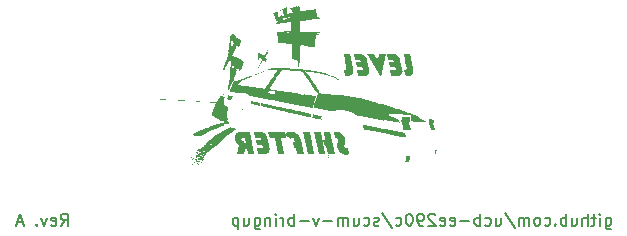
<source format=gbr>
%TF.GenerationSoftware,KiCad,Pcbnew,7.0.6*%
%TF.CreationDate,2024-05-30T22:34:02-07:00*%
%TF.ProjectId,pmod_lvl_shft,706d6f64-5f6c-4766-9c5f-736866742e6b,rev?*%
%TF.SameCoordinates,Original*%
%TF.FileFunction,Legend,Bot*%
%TF.FilePolarity,Positive*%
%FSLAX46Y46*%
G04 Gerber Fmt 4.6, Leading zero omitted, Abs format (unit mm)*
G04 Created by KiCad (PCBNEW 7.0.6) date 2024-05-30 22:34:02*
%MOMM*%
%LPD*%
G01*
G04 APERTURE LIST*
%ADD10C,0.150000*%
%ADD11R,1.700000X1.700000*%
%ADD12O,1.700000X1.700000*%
G04 APERTURE END LIST*
D10*
X129647792Y-73529819D02*
X129981125Y-73053628D01*
X130219220Y-73529819D02*
X130219220Y-72529819D01*
X130219220Y-72529819D02*
X129838268Y-72529819D01*
X129838268Y-72529819D02*
X129743030Y-72577438D01*
X129743030Y-72577438D02*
X129695411Y-72625057D01*
X129695411Y-72625057D02*
X129647792Y-72720295D01*
X129647792Y-72720295D02*
X129647792Y-72863152D01*
X129647792Y-72863152D02*
X129695411Y-72958390D01*
X129695411Y-72958390D02*
X129743030Y-73006009D01*
X129743030Y-73006009D02*
X129838268Y-73053628D01*
X129838268Y-73053628D02*
X130219220Y-73053628D01*
X128838268Y-73482200D02*
X128933506Y-73529819D01*
X128933506Y-73529819D02*
X129123982Y-73529819D01*
X129123982Y-73529819D02*
X129219220Y-73482200D01*
X129219220Y-73482200D02*
X129266839Y-73386961D01*
X129266839Y-73386961D02*
X129266839Y-73006009D01*
X129266839Y-73006009D02*
X129219220Y-72910771D01*
X129219220Y-72910771D02*
X129123982Y-72863152D01*
X129123982Y-72863152D02*
X128933506Y-72863152D01*
X128933506Y-72863152D02*
X128838268Y-72910771D01*
X128838268Y-72910771D02*
X128790649Y-73006009D01*
X128790649Y-73006009D02*
X128790649Y-73101247D01*
X128790649Y-73101247D02*
X129266839Y-73196485D01*
X128457315Y-72863152D02*
X128219220Y-73529819D01*
X128219220Y-73529819D02*
X127981125Y-72863152D01*
X127600172Y-73434580D02*
X127552553Y-73482200D01*
X127552553Y-73482200D02*
X127600172Y-73529819D01*
X127600172Y-73529819D02*
X127647791Y-73482200D01*
X127647791Y-73482200D02*
X127600172Y-73434580D01*
X127600172Y-73434580D02*
X127600172Y-73529819D01*
X126409696Y-73244104D02*
X125933506Y-73244104D01*
X126504934Y-73529819D02*
X126171601Y-72529819D01*
X126171601Y-72529819D02*
X125838268Y-73529819D01*
X175764649Y-72863152D02*
X175764649Y-73672676D01*
X175764649Y-73672676D02*
X175812268Y-73767914D01*
X175812268Y-73767914D02*
X175859887Y-73815533D01*
X175859887Y-73815533D02*
X175955125Y-73863152D01*
X175955125Y-73863152D02*
X176097982Y-73863152D01*
X176097982Y-73863152D02*
X176193220Y-73815533D01*
X175764649Y-73482200D02*
X175859887Y-73529819D01*
X175859887Y-73529819D02*
X176050363Y-73529819D01*
X176050363Y-73529819D02*
X176145601Y-73482200D01*
X176145601Y-73482200D02*
X176193220Y-73434580D01*
X176193220Y-73434580D02*
X176240839Y-73339342D01*
X176240839Y-73339342D02*
X176240839Y-73053628D01*
X176240839Y-73053628D02*
X176193220Y-72958390D01*
X176193220Y-72958390D02*
X176145601Y-72910771D01*
X176145601Y-72910771D02*
X176050363Y-72863152D01*
X176050363Y-72863152D02*
X175859887Y-72863152D01*
X175859887Y-72863152D02*
X175764649Y-72910771D01*
X175288458Y-73529819D02*
X175288458Y-72863152D01*
X175288458Y-72529819D02*
X175336077Y-72577438D01*
X175336077Y-72577438D02*
X175288458Y-72625057D01*
X175288458Y-72625057D02*
X175240839Y-72577438D01*
X175240839Y-72577438D02*
X175288458Y-72529819D01*
X175288458Y-72529819D02*
X175288458Y-72625057D01*
X174955125Y-72863152D02*
X174574173Y-72863152D01*
X174812268Y-72529819D02*
X174812268Y-73386961D01*
X174812268Y-73386961D02*
X174764649Y-73482200D01*
X174764649Y-73482200D02*
X174669411Y-73529819D01*
X174669411Y-73529819D02*
X174574173Y-73529819D01*
X174240839Y-73529819D02*
X174240839Y-72529819D01*
X173812268Y-73529819D02*
X173812268Y-73006009D01*
X173812268Y-73006009D02*
X173859887Y-72910771D01*
X173859887Y-72910771D02*
X173955125Y-72863152D01*
X173955125Y-72863152D02*
X174097982Y-72863152D01*
X174097982Y-72863152D02*
X174193220Y-72910771D01*
X174193220Y-72910771D02*
X174240839Y-72958390D01*
X172907506Y-72863152D02*
X172907506Y-73529819D01*
X173336077Y-72863152D02*
X173336077Y-73386961D01*
X173336077Y-73386961D02*
X173288458Y-73482200D01*
X173288458Y-73482200D02*
X173193220Y-73529819D01*
X173193220Y-73529819D02*
X173050363Y-73529819D01*
X173050363Y-73529819D02*
X172955125Y-73482200D01*
X172955125Y-73482200D02*
X172907506Y-73434580D01*
X172431315Y-73529819D02*
X172431315Y-72529819D01*
X172431315Y-72910771D02*
X172336077Y-72863152D01*
X172336077Y-72863152D02*
X172145601Y-72863152D01*
X172145601Y-72863152D02*
X172050363Y-72910771D01*
X172050363Y-72910771D02*
X172002744Y-72958390D01*
X172002744Y-72958390D02*
X171955125Y-73053628D01*
X171955125Y-73053628D02*
X171955125Y-73339342D01*
X171955125Y-73339342D02*
X172002744Y-73434580D01*
X172002744Y-73434580D02*
X172050363Y-73482200D01*
X172050363Y-73482200D02*
X172145601Y-73529819D01*
X172145601Y-73529819D02*
X172336077Y-73529819D01*
X172336077Y-73529819D02*
X172431315Y-73482200D01*
X171526553Y-73434580D02*
X171478934Y-73482200D01*
X171478934Y-73482200D02*
X171526553Y-73529819D01*
X171526553Y-73529819D02*
X171574172Y-73482200D01*
X171574172Y-73482200D02*
X171526553Y-73434580D01*
X171526553Y-73434580D02*
X171526553Y-73529819D01*
X170621792Y-73482200D02*
X170717030Y-73529819D01*
X170717030Y-73529819D02*
X170907506Y-73529819D01*
X170907506Y-73529819D02*
X171002744Y-73482200D01*
X171002744Y-73482200D02*
X171050363Y-73434580D01*
X171050363Y-73434580D02*
X171097982Y-73339342D01*
X171097982Y-73339342D02*
X171097982Y-73053628D01*
X171097982Y-73053628D02*
X171050363Y-72958390D01*
X171050363Y-72958390D02*
X171002744Y-72910771D01*
X171002744Y-72910771D02*
X170907506Y-72863152D01*
X170907506Y-72863152D02*
X170717030Y-72863152D01*
X170717030Y-72863152D02*
X170621792Y-72910771D01*
X170050363Y-73529819D02*
X170145601Y-73482200D01*
X170145601Y-73482200D02*
X170193220Y-73434580D01*
X170193220Y-73434580D02*
X170240839Y-73339342D01*
X170240839Y-73339342D02*
X170240839Y-73053628D01*
X170240839Y-73053628D02*
X170193220Y-72958390D01*
X170193220Y-72958390D02*
X170145601Y-72910771D01*
X170145601Y-72910771D02*
X170050363Y-72863152D01*
X170050363Y-72863152D02*
X169907506Y-72863152D01*
X169907506Y-72863152D02*
X169812268Y-72910771D01*
X169812268Y-72910771D02*
X169764649Y-72958390D01*
X169764649Y-72958390D02*
X169717030Y-73053628D01*
X169717030Y-73053628D02*
X169717030Y-73339342D01*
X169717030Y-73339342D02*
X169764649Y-73434580D01*
X169764649Y-73434580D02*
X169812268Y-73482200D01*
X169812268Y-73482200D02*
X169907506Y-73529819D01*
X169907506Y-73529819D02*
X170050363Y-73529819D01*
X169288458Y-73529819D02*
X169288458Y-72863152D01*
X169288458Y-72958390D02*
X169240839Y-72910771D01*
X169240839Y-72910771D02*
X169145601Y-72863152D01*
X169145601Y-72863152D02*
X169002744Y-72863152D01*
X169002744Y-72863152D02*
X168907506Y-72910771D01*
X168907506Y-72910771D02*
X168859887Y-73006009D01*
X168859887Y-73006009D02*
X168859887Y-73529819D01*
X168859887Y-73006009D02*
X168812268Y-72910771D01*
X168812268Y-72910771D02*
X168717030Y-72863152D01*
X168717030Y-72863152D02*
X168574173Y-72863152D01*
X168574173Y-72863152D02*
X168478934Y-72910771D01*
X168478934Y-72910771D02*
X168431315Y-73006009D01*
X168431315Y-73006009D02*
X168431315Y-73529819D01*
X167240840Y-72482200D02*
X168097982Y-73767914D01*
X166478935Y-72863152D02*
X166478935Y-73529819D01*
X166907506Y-72863152D02*
X166907506Y-73386961D01*
X166907506Y-73386961D02*
X166859887Y-73482200D01*
X166859887Y-73482200D02*
X166764649Y-73529819D01*
X166764649Y-73529819D02*
X166621792Y-73529819D01*
X166621792Y-73529819D02*
X166526554Y-73482200D01*
X166526554Y-73482200D02*
X166478935Y-73434580D01*
X165574173Y-73482200D02*
X165669411Y-73529819D01*
X165669411Y-73529819D02*
X165859887Y-73529819D01*
X165859887Y-73529819D02*
X165955125Y-73482200D01*
X165955125Y-73482200D02*
X166002744Y-73434580D01*
X166002744Y-73434580D02*
X166050363Y-73339342D01*
X166050363Y-73339342D02*
X166050363Y-73053628D01*
X166050363Y-73053628D02*
X166002744Y-72958390D01*
X166002744Y-72958390D02*
X165955125Y-72910771D01*
X165955125Y-72910771D02*
X165859887Y-72863152D01*
X165859887Y-72863152D02*
X165669411Y-72863152D01*
X165669411Y-72863152D02*
X165574173Y-72910771D01*
X165145601Y-73529819D02*
X165145601Y-72529819D01*
X165145601Y-72910771D02*
X165050363Y-72863152D01*
X165050363Y-72863152D02*
X164859887Y-72863152D01*
X164859887Y-72863152D02*
X164764649Y-72910771D01*
X164764649Y-72910771D02*
X164717030Y-72958390D01*
X164717030Y-72958390D02*
X164669411Y-73053628D01*
X164669411Y-73053628D02*
X164669411Y-73339342D01*
X164669411Y-73339342D02*
X164717030Y-73434580D01*
X164717030Y-73434580D02*
X164764649Y-73482200D01*
X164764649Y-73482200D02*
X164859887Y-73529819D01*
X164859887Y-73529819D02*
X165050363Y-73529819D01*
X165050363Y-73529819D02*
X165145601Y-73482200D01*
X164240839Y-73148866D02*
X163478935Y-73148866D01*
X162621792Y-73482200D02*
X162717030Y-73529819D01*
X162717030Y-73529819D02*
X162907506Y-73529819D01*
X162907506Y-73529819D02*
X163002744Y-73482200D01*
X163002744Y-73482200D02*
X163050363Y-73386961D01*
X163050363Y-73386961D02*
X163050363Y-73006009D01*
X163050363Y-73006009D02*
X163002744Y-72910771D01*
X163002744Y-72910771D02*
X162907506Y-72863152D01*
X162907506Y-72863152D02*
X162717030Y-72863152D01*
X162717030Y-72863152D02*
X162621792Y-72910771D01*
X162621792Y-72910771D02*
X162574173Y-73006009D01*
X162574173Y-73006009D02*
X162574173Y-73101247D01*
X162574173Y-73101247D02*
X163050363Y-73196485D01*
X161764649Y-73482200D02*
X161859887Y-73529819D01*
X161859887Y-73529819D02*
X162050363Y-73529819D01*
X162050363Y-73529819D02*
X162145601Y-73482200D01*
X162145601Y-73482200D02*
X162193220Y-73386961D01*
X162193220Y-73386961D02*
X162193220Y-73006009D01*
X162193220Y-73006009D02*
X162145601Y-72910771D01*
X162145601Y-72910771D02*
X162050363Y-72863152D01*
X162050363Y-72863152D02*
X161859887Y-72863152D01*
X161859887Y-72863152D02*
X161764649Y-72910771D01*
X161764649Y-72910771D02*
X161717030Y-73006009D01*
X161717030Y-73006009D02*
X161717030Y-73101247D01*
X161717030Y-73101247D02*
X162193220Y-73196485D01*
X161336077Y-72625057D02*
X161288458Y-72577438D01*
X161288458Y-72577438D02*
X161193220Y-72529819D01*
X161193220Y-72529819D02*
X160955125Y-72529819D01*
X160955125Y-72529819D02*
X160859887Y-72577438D01*
X160859887Y-72577438D02*
X160812268Y-72625057D01*
X160812268Y-72625057D02*
X160764649Y-72720295D01*
X160764649Y-72720295D02*
X160764649Y-72815533D01*
X160764649Y-72815533D02*
X160812268Y-72958390D01*
X160812268Y-72958390D02*
X161383696Y-73529819D01*
X161383696Y-73529819D02*
X160764649Y-73529819D01*
X160288458Y-73529819D02*
X160097982Y-73529819D01*
X160097982Y-73529819D02*
X160002744Y-73482200D01*
X160002744Y-73482200D02*
X159955125Y-73434580D01*
X159955125Y-73434580D02*
X159859887Y-73291723D01*
X159859887Y-73291723D02*
X159812268Y-73101247D01*
X159812268Y-73101247D02*
X159812268Y-72720295D01*
X159812268Y-72720295D02*
X159859887Y-72625057D01*
X159859887Y-72625057D02*
X159907506Y-72577438D01*
X159907506Y-72577438D02*
X160002744Y-72529819D01*
X160002744Y-72529819D02*
X160193220Y-72529819D01*
X160193220Y-72529819D02*
X160288458Y-72577438D01*
X160288458Y-72577438D02*
X160336077Y-72625057D01*
X160336077Y-72625057D02*
X160383696Y-72720295D01*
X160383696Y-72720295D02*
X160383696Y-72958390D01*
X160383696Y-72958390D02*
X160336077Y-73053628D01*
X160336077Y-73053628D02*
X160288458Y-73101247D01*
X160288458Y-73101247D02*
X160193220Y-73148866D01*
X160193220Y-73148866D02*
X160002744Y-73148866D01*
X160002744Y-73148866D02*
X159907506Y-73101247D01*
X159907506Y-73101247D02*
X159859887Y-73053628D01*
X159859887Y-73053628D02*
X159812268Y-72958390D01*
X159193220Y-72529819D02*
X159097982Y-72529819D01*
X159097982Y-72529819D02*
X159002744Y-72577438D01*
X159002744Y-72577438D02*
X158955125Y-72625057D01*
X158955125Y-72625057D02*
X158907506Y-72720295D01*
X158907506Y-72720295D02*
X158859887Y-72910771D01*
X158859887Y-72910771D02*
X158859887Y-73148866D01*
X158859887Y-73148866D02*
X158907506Y-73339342D01*
X158907506Y-73339342D02*
X158955125Y-73434580D01*
X158955125Y-73434580D02*
X159002744Y-73482200D01*
X159002744Y-73482200D02*
X159097982Y-73529819D01*
X159097982Y-73529819D02*
X159193220Y-73529819D01*
X159193220Y-73529819D02*
X159288458Y-73482200D01*
X159288458Y-73482200D02*
X159336077Y-73434580D01*
X159336077Y-73434580D02*
X159383696Y-73339342D01*
X159383696Y-73339342D02*
X159431315Y-73148866D01*
X159431315Y-73148866D02*
X159431315Y-72910771D01*
X159431315Y-72910771D02*
X159383696Y-72720295D01*
X159383696Y-72720295D02*
X159336077Y-72625057D01*
X159336077Y-72625057D02*
X159288458Y-72577438D01*
X159288458Y-72577438D02*
X159193220Y-72529819D01*
X158002744Y-73482200D02*
X158097982Y-73529819D01*
X158097982Y-73529819D02*
X158288458Y-73529819D01*
X158288458Y-73529819D02*
X158383696Y-73482200D01*
X158383696Y-73482200D02*
X158431315Y-73434580D01*
X158431315Y-73434580D02*
X158478934Y-73339342D01*
X158478934Y-73339342D02*
X158478934Y-73053628D01*
X158478934Y-73053628D02*
X158431315Y-72958390D01*
X158431315Y-72958390D02*
X158383696Y-72910771D01*
X158383696Y-72910771D02*
X158288458Y-72863152D01*
X158288458Y-72863152D02*
X158097982Y-72863152D01*
X158097982Y-72863152D02*
X158002744Y-72910771D01*
X156859887Y-72482200D02*
X157717029Y-73767914D01*
X156574172Y-73482200D02*
X156478934Y-73529819D01*
X156478934Y-73529819D02*
X156288458Y-73529819D01*
X156288458Y-73529819D02*
X156193220Y-73482200D01*
X156193220Y-73482200D02*
X156145601Y-73386961D01*
X156145601Y-73386961D02*
X156145601Y-73339342D01*
X156145601Y-73339342D02*
X156193220Y-73244104D01*
X156193220Y-73244104D02*
X156288458Y-73196485D01*
X156288458Y-73196485D02*
X156431315Y-73196485D01*
X156431315Y-73196485D02*
X156526553Y-73148866D01*
X156526553Y-73148866D02*
X156574172Y-73053628D01*
X156574172Y-73053628D02*
X156574172Y-73006009D01*
X156574172Y-73006009D02*
X156526553Y-72910771D01*
X156526553Y-72910771D02*
X156431315Y-72863152D01*
X156431315Y-72863152D02*
X156288458Y-72863152D01*
X156288458Y-72863152D02*
X156193220Y-72910771D01*
X155288458Y-73482200D02*
X155383696Y-73529819D01*
X155383696Y-73529819D02*
X155574172Y-73529819D01*
X155574172Y-73529819D02*
X155669410Y-73482200D01*
X155669410Y-73482200D02*
X155717029Y-73434580D01*
X155717029Y-73434580D02*
X155764648Y-73339342D01*
X155764648Y-73339342D02*
X155764648Y-73053628D01*
X155764648Y-73053628D02*
X155717029Y-72958390D01*
X155717029Y-72958390D02*
X155669410Y-72910771D01*
X155669410Y-72910771D02*
X155574172Y-72863152D01*
X155574172Y-72863152D02*
X155383696Y-72863152D01*
X155383696Y-72863152D02*
X155288458Y-72910771D01*
X154431315Y-72863152D02*
X154431315Y-73529819D01*
X154859886Y-72863152D02*
X154859886Y-73386961D01*
X154859886Y-73386961D02*
X154812267Y-73482200D01*
X154812267Y-73482200D02*
X154717029Y-73529819D01*
X154717029Y-73529819D02*
X154574172Y-73529819D01*
X154574172Y-73529819D02*
X154478934Y-73482200D01*
X154478934Y-73482200D02*
X154431315Y-73434580D01*
X153955124Y-73529819D02*
X153955124Y-72863152D01*
X153955124Y-72958390D02*
X153907505Y-72910771D01*
X153907505Y-72910771D02*
X153812267Y-72863152D01*
X153812267Y-72863152D02*
X153669410Y-72863152D01*
X153669410Y-72863152D02*
X153574172Y-72910771D01*
X153574172Y-72910771D02*
X153526553Y-73006009D01*
X153526553Y-73006009D02*
X153526553Y-73529819D01*
X153526553Y-73006009D02*
X153478934Y-72910771D01*
X153478934Y-72910771D02*
X153383696Y-72863152D01*
X153383696Y-72863152D02*
X153240839Y-72863152D01*
X153240839Y-72863152D02*
X153145600Y-72910771D01*
X153145600Y-72910771D02*
X153097981Y-73006009D01*
X153097981Y-73006009D02*
X153097981Y-73529819D01*
X152621791Y-73148866D02*
X151859887Y-73148866D01*
X151478934Y-72863152D02*
X151240839Y-73529819D01*
X151240839Y-73529819D02*
X151002744Y-72863152D01*
X150621791Y-73148866D02*
X149859887Y-73148866D01*
X149383696Y-73529819D02*
X149383696Y-72529819D01*
X149383696Y-72910771D02*
X149288458Y-72863152D01*
X149288458Y-72863152D02*
X149097982Y-72863152D01*
X149097982Y-72863152D02*
X149002744Y-72910771D01*
X149002744Y-72910771D02*
X148955125Y-72958390D01*
X148955125Y-72958390D02*
X148907506Y-73053628D01*
X148907506Y-73053628D02*
X148907506Y-73339342D01*
X148907506Y-73339342D02*
X148955125Y-73434580D01*
X148955125Y-73434580D02*
X149002744Y-73482200D01*
X149002744Y-73482200D02*
X149097982Y-73529819D01*
X149097982Y-73529819D02*
X149288458Y-73529819D01*
X149288458Y-73529819D02*
X149383696Y-73482200D01*
X148478934Y-73529819D02*
X148478934Y-72863152D01*
X148478934Y-73053628D02*
X148431315Y-72958390D01*
X148431315Y-72958390D02*
X148383696Y-72910771D01*
X148383696Y-72910771D02*
X148288458Y-72863152D01*
X148288458Y-72863152D02*
X148193220Y-72863152D01*
X147859886Y-73529819D02*
X147859886Y-72863152D01*
X147859886Y-72529819D02*
X147907505Y-72577438D01*
X147907505Y-72577438D02*
X147859886Y-72625057D01*
X147859886Y-72625057D02*
X147812267Y-72577438D01*
X147812267Y-72577438D02*
X147859886Y-72529819D01*
X147859886Y-72529819D02*
X147859886Y-72625057D01*
X147383696Y-72863152D02*
X147383696Y-73529819D01*
X147383696Y-72958390D02*
X147336077Y-72910771D01*
X147336077Y-72910771D02*
X147240839Y-72863152D01*
X147240839Y-72863152D02*
X147097982Y-72863152D01*
X147097982Y-72863152D02*
X147002744Y-72910771D01*
X147002744Y-72910771D02*
X146955125Y-73006009D01*
X146955125Y-73006009D02*
X146955125Y-73529819D01*
X146050363Y-72863152D02*
X146050363Y-73672676D01*
X146050363Y-73672676D02*
X146097982Y-73767914D01*
X146097982Y-73767914D02*
X146145601Y-73815533D01*
X146145601Y-73815533D02*
X146240839Y-73863152D01*
X146240839Y-73863152D02*
X146383696Y-73863152D01*
X146383696Y-73863152D02*
X146478934Y-73815533D01*
X146050363Y-73482200D02*
X146145601Y-73529819D01*
X146145601Y-73529819D02*
X146336077Y-73529819D01*
X146336077Y-73529819D02*
X146431315Y-73482200D01*
X146431315Y-73482200D02*
X146478934Y-73434580D01*
X146478934Y-73434580D02*
X146526553Y-73339342D01*
X146526553Y-73339342D02*
X146526553Y-73053628D01*
X146526553Y-73053628D02*
X146478934Y-72958390D01*
X146478934Y-72958390D02*
X146431315Y-72910771D01*
X146431315Y-72910771D02*
X146336077Y-72863152D01*
X146336077Y-72863152D02*
X146145601Y-72863152D01*
X146145601Y-72863152D02*
X146050363Y-72910771D01*
X145145601Y-72863152D02*
X145145601Y-73529819D01*
X145574172Y-72863152D02*
X145574172Y-73386961D01*
X145574172Y-73386961D02*
X145526553Y-73482200D01*
X145526553Y-73482200D02*
X145431315Y-73529819D01*
X145431315Y-73529819D02*
X145288458Y-73529819D01*
X145288458Y-73529819D02*
X145193220Y-73482200D01*
X145193220Y-73482200D02*
X145145601Y-73434580D01*
X144669410Y-72863152D02*
X144669410Y-73863152D01*
X144669410Y-72910771D02*
X144574172Y-72863152D01*
X144574172Y-72863152D02*
X144383696Y-72863152D01*
X144383696Y-72863152D02*
X144288458Y-72910771D01*
X144288458Y-72910771D02*
X144240839Y-72958390D01*
X144240839Y-72958390D02*
X144193220Y-73053628D01*
X144193220Y-73053628D02*
X144193220Y-73339342D01*
X144193220Y-73339342D02*
X144240839Y-73434580D01*
X144240839Y-73434580D02*
X144288458Y-73482200D01*
X144288458Y-73482200D02*
X144383696Y-73529819D01*
X144383696Y-73529819D02*
X144574172Y-73529819D01*
X144574172Y-73529819D02*
X144669410Y-73482200D01*
G36*
X159229642Y-58998214D02*
G01*
X158684492Y-58998214D01*
X158915546Y-60109519D01*
X158920064Y-60133297D01*
X158923543Y-60155538D01*
X158925983Y-60176242D01*
X158927620Y-60201456D01*
X158927410Y-60223938D01*
X158925353Y-60243687D01*
X158920185Y-60264532D01*
X158910173Y-60283909D01*
X158894974Y-60298684D01*
X158877560Y-60308661D01*
X158855829Y-60316515D01*
X158835335Y-60321270D01*
X158812079Y-60324667D01*
X158786059Y-60326705D01*
X158764731Y-60327342D01*
X158757277Y-60327384D01*
X158728944Y-60327384D01*
X158842762Y-60874000D01*
X158988330Y-60874000D01*
X159024919Y-60873303D01*
X159060191Y-60871214D01*
X159094147Y-60867731D01*
X159126785Y-60862856D01*
X159158108Y-60856588D01*
X159188113Y-60848926D01*
X159216802Y-60839872D01*
X159244175Y-60829425D01*
X159270230Y-60817585D01*
X159294970Y-60804352D01*
X159318392Y-60789726D01*
X159340498Y-60773707D01*
X159361287Y-60756295D01*
X159380760Y-60737491D01*
X159398916Y-60717293D01*
X159415755Y-60695702D01*
X159431173Y-60672812D01*
X159445064Y-60648838D01*
X159457429Y-60623780D01*
X159468267Y-60597639D01*
X159477579Y-60570413D01*
X159485364Y-60542104D01*
X159491623Y-60512711D01*
X159496355Y-60482234D01*
X159499561Y-60450673D01*
X159501240Y-60418029D01*
X159501393Y-60384300D01*
X159500019Y-60349488D01*
X159497119Y-60313592D01*
X159492692Y-60276612D01*
X159486738Y-60238548D01*
X159483189Y-60219110D01*
X159479258Y-60199401D01*
X159229642Y-58998214D01*
G37*
G36*
X157425176Y-59717265D02*
G01*
X157509684Y-60123685D01*
X157865790Y-60123685D01*
X157887629Y-60124294D01*
X157907655Y-60126118D01*
X157929293Y-60129914D01*
X157948321Y-60135461D01*
X157967222Y-60144146D01*
X157974234Y-60148598D01*
X157990385Y-60163222D01*
X158002162Y-60179575D01*
X158011742Y-60199246D01*
X158018205Y-60218749D01*
X158021617Y-60233106D01*
X158025054Y-60253039D01*
X158026565Y-60273968D01*
X158024725Y-60294260D01*
X158016658Y-60313825D01*
X158009405Y-60321522D01*
X157991881Y-60330712D01*
X157969434Y-60336599D01*
X157949336Y-60339573D01*
X157925852Y-60341522D01*
X157904626Y-60342342D01*
X157887284Y-60342527D01*
X157520431Y-60342527D01*
X157630829Y-60874000D01*
X158059230Y-60874000D01*
X158096352Y-60873421D01*
X158132122Y-60871687D01*
X158166541Y-60868796D01*
X158199609Y-60864749D01*
X158231326Y-60859545D01*
X158261693Y-60853185D01*
X158290708Y-60845669D01*
X158318372Y-60836997D01*
X158344685Y-60827168D01*
X158369648Y-60816183D01*
X158393259Y-60804041D01*
X158415520Y-60790743D01*
X158436429Y-60776289D01*
X158455988Y-60760678D01*
X158474195Y-60743912D01*
X158491052Y-60725988D01*
X158506441Y-60706974D01*
X158520369Y-60686932D01*
X158532835Y-60665865D01*
X158543839Y-60643770D01*
X158553381Y-60620649D01*
X158561462Y-60596501D01*
X158568082Y-60571327D01*
X158573240Y-60545127D01*
X158576936Y-60517899D01*
X158579170Y-60489645D01*
X158579943Y-60460365D01*
X158579254Y-60430058D01*
X158577104Y-60398724D01*
X158573491Y-60366364D01*
X158568418Y-60332977D01*
X158561882Y-60298563D01*
X158407521Y-59556554D01*
X158400129Y-59523804D01*
X158391752Y-59491990D01*
X158382390Y-59461110D01*
X158372045Y-59431165D01*
X158360714Y-59402156D01*
X158348399Y-59374081D01*
X158335099Y-59346942D01*
X158320815Y-59320737D01*
X158305546Y-59295468D01*
X158289292Y-59271133D01*
X158272054Y-59247733D01*
X158253831Y-59225269D01*
X158234624Y-59203739D01*
X158214432Y-59183144D01*
X158193255Y-59163485D01*
X158171094Y-59144760D01*
X158148018Y-59127014D01*
X158124222Y-59110413D01*
X158099704Y-59094957D01*
X158074465Y-59080646D01*
X158048505Y-59067480D01*
X158021823Y-59055459D01*
X157994420Y-59044582D01*
X157966296Y-59034851D01*
X157937451Y-59026264D01*
X157907884Y-59018822D01*
X157877596Y-59012526D01*
X157846587Y-59007374D01*
X157814856Y-59003366D01*
X157782404Y-59000504D01*
X157749231Y-58998787D01*
X157715337Y-58998214D01*
X157241017Y-58998214D01*
X157351415Y-59529687D01*
X157699217Y-59529687D01*
X157724613Y-59530494D01*
X157747863Y-59532915D01*
X157768966Y-59536951D01*
X157787922Y-59542601D01*
X157809859Y-59552646D01*
X157827978Y-59565560D01*
X157842282Y-59581344D01*
X157852769Y-59599998D01*
X157859440Y-59621522D01*
X157862415Y-59643464D01*
X157861064Y-59664706D01*
X157853486Y-59683713D01*
X157841366Y-59696260D01*
X157823170Y-59705450D01*
X157801438Y-59711337D01*
X157778494Y-59714783D01*
X157756331Y-59716527D01*
X157736609Y-59717183D01*
X157726083Y-59717265D01*
X157425176Y-59717265D01*
G37*
G36*
X155587981Y-58998214D02*
G01*
X156798937Y-60979512D01*
X157181422Y-58998214D01*
X156549810Y-58998214D01*
X156502427Y-59578535D01*
X156196635Y-58998214D01*
X155587981Y-58998214D01*
G37*
G36*
X154615406Y-59717265D02*
G01*
X154699914Y-60123685D01*
X155056020Y-60123685D01*
X155077859Y-60124294D01*
X155097885Y-60126118D01*
X155119524Y-60129914D01*
X155138552Y-60135461D01*
X155157452Y-60144146D01*
X155164464Y-60148598D01*
X155180615Y-60163222D01*
X155192392Y-60179575D01*
X155201973Y-60199246D01*
X155208436Y-60218749D01*
X155211847Y-60233106D01*
X155215284Y-60253039D01*
X155216796Y-60273968D01*
X155214956Y-60294260D01*
X155206889Y-60313825D01*
X155199635Y-60321522D01*
X155182111Y-60330712D01*
X155159664Y-60336599D01*
X155139567Y-60339573D01*
X155116082Y-60341522D01*
X155094856Y-60342342D01*
X155077514Y-60342527D01*
X154710661Y-60342527D01*
X154821059Y-60874000D01*
X155249461Y-60874000D01*
X155286582Y-60873421D01*
X155322352Y-60871687D01*
X155356771Y-60868796D01*
X155389839Y-60864749D01*
X155421557Y-60859545D01*
X155451923Y-60853185D01*
X155480938Y-60845669D01*
X155508602Y-60836997D01*
X155534916Y-60827168D01*
X155559878Y-60816183D01*
X155583490Y-60804041D01*
X155605750Y-60790743D01*
X155626660Y-60776289D01*
X155646218Y-60760678D01*
X155664426Y-60743912D01*
X155681282Y-60725988D01*
X155696671Y-60706974D01*
X155710599Y-60686932D01*
X155723065Y-60665865D01*
X155734069Y-60643770D01*
X155743612Y-60620649D01*
X155751693Y-60596501D01*
X155758312Y-60571327D01*
X155763470Y-60545127D01*
X155767166Y-60517899D01*
X155769400Y-60489645D01*
X155770173Y-60460365D01*
X155769484Y-60430058D01*
X155767334Y-60398724D01*
X155763722Y-60366364D01*
X155758648Y-60332977D01*
X155752113Y-60298563D01*
X155597751Y-59556554D01*
X155590359Y-59523804D01*
X155581982Y-59491990D01*
X155572621Y-59461110D01*
X155562275Y-59431165D01*
X155550944Y-59402156D01*
X155538629Y-59374081D01*
X155525329Y-59346942D01*
X155511045Y-59320737D01*
X155495776Y-59295468D01*
X155479522Y-59271133D01*
X155462284Y-59247733D01*
X155444061Y-59225269D01*
X155424854Y-59203739D01*
X155404662Y-59183144D01*
X155383485Y-59163485D01*
X155361324Y-59144760D01*
X155338249Y-59127014D01*
X155314452Y-59110413D01*
X155289934Y-59094957D01*
X155264695Y-59080646D01*
X155238735Y-59067480D01*
X155212053Y-59055459D01*
X155184651Y-59044582D01*
X155156526Y-59034851D01*
X155127681Y-59026264D01*
X155098114Y-59018822D01*
X155067826Y-59012526D01*
X155036817Y-59007374D01*
X155005086Y-59003366D01*
X154972634Y-59000504D01*
X154939461Y-58998787D01*
X154905567Y-58998214D01*
X154431247Y-58998214D01*
X154541645Y-59529687D01*
X154889447Y-59529687D01*
X154914843Y-59530494D01*
X154938093Y-59532915D01*
X154959196Y-59536951D01*
X154978153Y-59542601D01*
X155000089Y-59552646D01*
X155018209Y-59565560D01*
X155032512Y-59581344D01*
X155042999Y-59599998D01*
X155049670Y-59621522D01*
X155052645Y-59643464D01*
X155051294Y-59664706D01*
X155043717Y-59683713D01*
X155031596Y-59696260D01*
X155013400Y-59705450D01*
X154991668Y-59711337D01*
X154968725Y-59714783D01*
X154946561Y-59716527D01*
X154926839Y-59717183D01*
X154916314Y-59717265D01*
X154615406Y-59717265D01*
G37*
G36*
X154133759Y-58998214D02*
G01*
X153588609Y-58998214D01*
X153819663Y-60109519D01*
X153824181Y-60133297D01*
X153827660Y-60155538D01*
X153830100Y-60176242D01*
X153831737Y-60201456D01*
X153831528Y-60223938D01*
X153829471Y-60243687D01*
X153824302Y-60264532D01*
X153814290Y-60283909D01*
X153799091Y-60298684D01*
X153781677Y-60308661D01*
X153759946Y-60316515D01*
X153739452Y-60321270D01*
X153716196Y-60324667D01*
X153690176Y-60326705D01*
X153668848Y-60327342D01*
X153661394Y-60327384D01*
X153633062Y-60327384D01*
X153746879Y-60874000D01*
X153892448Y-60874000D01*
X153929036Y-60873303D01*
X153964308Y-60871214D01*
X153998264Y-60867731D01*
X154030903Y-60862856D01*
X154062225Y-60856588D01*
X154092231Y-60848926D01*
X154120920Y-60839872D01*
X154148292Y-60829425D01*
X154174348Y-60817585D01*
X154199087Y-60804352D01*
X154222509Y-60789726D01*
X154244615Y-60773707D01*
X154265404Y-60756295D01*
X154284877Y-60737491D01*
X154303033Y-60717293D01*
X154319872Y-60695702D01*
X154335290Y-60672812D01*
X154349182Y-60648838D01*
X154361546Y-60623780D01*
X154372385Y-60597639D01*
X154381696Y-60570413D01*
X154389482Y-60542104D01*
X154395740Y-60512711D01*
X154400473Y-60482234D01*
X154403678Y-60450673D01*
X154405357Y-60418029D01*
X154405510Y-60384300D01*
X154404136Y-60349488D01*
X154401236Y-60313592D01*
X154396809Y-60276612D01*
X154390856Y-60238548D01*
X154387306Y-60219110D01*
X154383376Y-60199401D01*
X154133759Y-58998214D01*
G37*
G36*
X152740875Y-65593910D02*
G01*
X152850784Y-66122940D01*
X152872834Y-66126592D01*
X152892824Y-66129489D01*
X152913541Y-66131913D01*
X152933783Y-66133424D01*
X152944573Y-66133687D01*
X152967396Y-66135318D01*
X152989705Y-66140213D01*
X153011498Y-66148370D01*
X153029265Y-66157660D01*
X153046674Y-66169217D01*
X153060344Y-66180093D01*
X153076158Y-66195060D01*
X153090016Y-66210957D01*
X153101918Y-66227785D01*
X153111864Y-66245542D01*
X153119855Y-66264230D01*
X153125889Y-66283849D01*
X153127755Y-66291956D01*
X153130675Y-66314070D01*
X153130851Y-66334098D01*
X153128976Y-66355581D01*
X153125050Y-66378520D01*
X153120433Y-66397918D01*
X153114502Y-66418247D01*
X153109193Y-66434106D01*
X153082326Y-66507378D01*
X153073841Y-66532238D01*
X153066214Y-66556990D01*
X153059445Y-66581636D01*
X153053536Y-66606175D01*
X153048485Y-66630607D01*
X153044293Y-66654932D01*
X153040959Y-66679150D01*
X153038484Y-66703261D01*
X153036868Y-66727266D01*
X153036111Y-66751163D01*
X153036212Y-66774954D01*
X153037172Y-66798638D01*
X153038990Y-66822215D01*
X153041667Y-66845685D01*
X153045203Y-66869049D01*
X153049598Y-66892305D01*
X153057297Y-66925931D01*
X153066351Y-66958907D01*
X153076760Y-66991235D01*
X153088524Y-67022914D01*
X153101642Y-67053944D01*
X153116116Y-67084326D01*
X153131944Y-67114059D01*
X153149127Y-67143143D01*
X153167664Y-67171578D01*
X153187557Y-67199364D01*
X153208804Y-67226502D01*
X153231406Y-67252991D01*
X153255363Y-67278831D01*
X153280674Y-67304022D01*
X153307341Y-67328565D01*
X153335362Y-67352459D01*
X153364234Y-67375232D01*
X153393453Y-67396537D01*
X153423020Y-67416372D01*
X153452934Y-67434738D01*
X153483195Y-67451635D01*
X153513804Y-67467062D01*
X153544760Y-67481020D01*
X153576063Y-67493509D01*
X153607713Y-67504528D01*
X153639711Y-67514079D01*
X153672056Y-67522160D01*
X153704748Y-67528771D01*
X153737788Y-67533914D01*
X153771175Y-67537587D01*
X153804909Y-67539791D01*
X153838990Y-67540526D01*
X153863553Y-67539843D01*
X153887780Y-67537795D01*
X153911672Y-67534382D01*
X153935230Y-67529603D01*
X153958452Y-67523460D01*
X153981340Y-67515951D01*
X154003893Y-67507076D01*
X154026111Y-67496837D01*
X154047994Y-67485232D01*
X154069542Y-67472262D01*
X154083722Y-67462856D01*
X153970393Y-66917706D01*
X153954105Y-66931789D01*
X153937970Y-66943993D01*
X153918015Y-66956608D01*
X153898299Y-66966290D01*
X153878822Y-66973037D01*
X153859583Y-66976851D01*
X153844364Y-66977790D01*
X153822446Y-66976776D01*
X153801268Y-66973735D01*
X153780830Y-66968667D01*
X153761130Y-66961571D01*
X153742171Y-66952448D01*
X153723950Y-66941297D01*
X153716869Y-66936269D01*
X153700223Y-66922640D01*
X153685699Y-66908009D01*
X153673299Y-66892377D01*
X153663021Y-66875742D01*
X153653490Y-66854459D01*
X153647882Y-66835621D01*
X153647016Y-66831733D01*
X153645927Y-66809153D01*
X153648527Y-66787357D01*
X153652633Y-66766520D01*
X153658541Y-66742661D01*
X153664154Y-66722782D01*
X153670780Y-66701204D01*
X153678419Y-66677926D01*
X153687071Y-66652947D01*
X153696181Y-66625594D01*
X153704336Y-66598244D01*
X153711538Y-66570899D01*
X153717785Y-66543557D01*
X153723078Y-66516219D01*
X153727417Y-66488885D01*
X153730802Y-66461554D01*
X153733233Y-66434228D01*
X153734710Y-66406905D01*
X153735233Y-66379586D01*
X153734802Y-66352271D01*
X153733416Y-66324960D01*
X153731077Y-66297652D01*
X153727784Y-66270348D01*
X153723536Y-66243049D01*
X153718334Y-66215752D01*
X153710832Y-66183066D01*
X153702001Y-66150952D01*
X153691842Y-66119410D01*
X153680355Y-66088441D01*
X153667540Y-66058044D01*
X153653396Y-66028220D01*
X153637925Y-65998968D01*
X153621126Y-65970288D01*
X153602998Y-65942181D01*
X153583543Y-65914647D01*
X153562759Y-65887685D01*
X153540648Y-65861295D01*
X153517208Y-65835478D01*
X153492440Y-65810233D01*
X153466345Y-65785561D01*
X153438921Y-65761461D01*
X153410709Y-65738391D01*
X153382249Y-65716810D01*
X153353541Y-65696717D01*
X153324584Y-65678113D01*
X153295380Y-65660997D01*
X153265928Y-65645369D01*
X153236228Y-65631230D01*
X153206279Y-65618579D01*
X153176083Y-65607416D01*
X153145638Y-65597742D01*
X153114946Y-65589556D01*
X153084005Y-65582858D01*
X153052817Y-65577649D01*
X153021380Y-65573928D01*
X152989695Y-65571696D01*
X152957762Y-65570951D01*
X152936682Y-65571153D01*
X152915756Y-65571758D01*
X152894985Y-65572767D01*
X152874369Y-65574180D01*
X152853907Y-65575996D01*
X152833599Y-65578216D01*
X152813446Y-65580839D01*
X152793448Y-65583866D01*
X152773604Y-65587296D01*
X152753915Y-65591130D01*
X152740875Y-65593910D01*
G37*
G36*
X151886025Y-66258739D02*
G01*
X151990072Y-66758949D01*
X152141991Y-66758949D01*
X152291468Y-67478000D01*
X152837106Y-67478000D01*
X152447295Y-65602214D01*
X151901656Y-65602214D01*
X152037944Y-66258739D01*
X151886025Y-66258739D01*
G37*
G36*
X151111775Y-65602214D02*
G01*
X151501586Y-67478000D01*
X152047225Y-67478000D01*
X151657413Y-65602214D01*
X151111775Y-65602214D01*
G37*
G36*
X150170463Y-65602214D02*
G01*
X150560274Y-67478000D01*
X151105913Y-67478000D01*
X150716101Y-65602214D01*
X150170463Y-65602214D01*
G37*
G36*
X149280442Y-66477581D02*
G01*
X149384489Y-66977790D01*
X149566206Y-66977790D01*
X149670254Y-67478000D01*
X150215404Y-67478000D01*
X149972138Y-66307099D01*
X149967814Y-66287301D01*
X149963148Y-66267717D01*
X149958140Y-66248348D01*
X149952789Y-66229193D01*
X149947096Y-66210254D01*
X149941060Y-66191529D01*
X149934681Y-66173018D01*
X149920897Y-66136641D01*
X149905742Y-66101123D01*
X149889218Y-66066463D01*
X149871323Y-66032662D01*
X149852058Y-65999720D01*
X149831424Y-65967637D01*
X149809419Y-65936412D01*
X149786044Y-65906045D01*
X149761299Y-65876538D01*
X149735184Y-65847889D01*
X149707699Y-65820099D01*
X149693443Y-65806525D01*
X149678844Y-65793167D01*
X149663903Y-65780023D01*
X149648733Y-65767160D01*
X149633447Y-65754706D01*
X149618046Y-65742660D01*
X149586898Y-65719793D01*
X149555287Y-65698559D01*
X149523215Y-65678958D01*
X149490681Y-65660991D01*
X149457685Y-65644657D01*
X149424228Y-65629957D01*
X149390309Y-65616890D01*
X149355928Y-65605456D01*
X149321085Y-65595656D01*
X149285780Y-65587489D01*
X149250014Y-65580956D01*
X149213786Y-65576056D01*
X149177096Y-65572789D01*
X149139945Y-65571156D01*
X149121196Y-65570951D01*
X149100627Y-65571219D01*
X149080382Y-65572024D01*
X149060461Y-65573364D01*
X149040863Y-65575241D01*
X149002637Y-65580603D01*
X148965704Y-65588109D01*
X148930066Y-65597761D01*
X148895721Y-65609557D01*
X148862670Y-65623498D01*
X148830913Y-65639584D01*
X148800449Y-65657814D01*
X148771280Y-65678189D01*
X148743403Y-65700709D01*
X148716821Y-65725374D01*
X148691532Y-65752183D01*
X148667537Y-65781138D01*
X148644836Y-65812237D01*
X148633971Y-65828590D01*
X148623429Y-65845480D01*
X149140247Y-66176185D01*
X149145399Y-66151570D01*
X149153039Y-66130237D01*
X149163167Y-66112186D01*
X149179327Y-66094237D01*
X149199374Y-66081417D01*
X149218212Y-66074853D01*
X149239537Y-66071571D01*
X149251133Y-66071161D01*
X149274065Y-66072706D01*
X149295417Y-66077343D01*
X149315189Y-66085071D01*
X149333382Y-66095890D01*
X149349994Y-66109801D01*
X149365026Y-66126802D01*
X149378479Y-66146895D01*
X149390351Y-66170079D01*
X149400644Y-66196354D01*
X149406628Y-66215588D01*
X149411909Y-66236196D01*
X149414287Y-66247016D01*
X149462159Y-66477581D01*
X149280442Y-66477581D01*
G37*
G36*
X147751970Y-66133687D02*
G01*
X148031384Y-67478000D01*
X148577023Y-67478000D01*
X148297609Y-66133687D01*
X148715752Y-66133687D01*
X148605355Y-65602214D01*
X147224894Y-65602214D01*
X147335292Y-66133687D01*
X147751970Y-66133687D01*
G37*
G36*
X146170742Y-66321265D02*
G01*
X146255250Y-66727685D01*
X146611356Y-66727685D01*
X146633195Y-66728294D01*
X146653221Y-66730118D01*
X146674859Y-66733914D01*
X146693887Y-66739461D01*
X146712787Y-66748146D01*
X146719800Y-66752598D01*
X146735950Y-66767222D01*
X146747728Y-66783575D01*
X146757308Y-66803246D01*
X146763771Y-66822749D01*
X146767183Y-66837106D01*
X146770620Y-66857039D01*
X146772131Y-66877968D01*
X146770291Y-66898260D01*
X146762224Y-66917825D01*
X146754971Y-66925522D01*
X146737446Y-66934712D01*
X146715000Y-66940599D01*
X146694902Y-66943573D01*
X146671418Y-66945522D01*
X146650192Y-66946342D01*
X146632849Y-66946527D01*
X146265997Y-66946527D01*
X146376394Y-67478000D01*
X146804796Y-67478000D01*
X146841918Y-67477421D01*
X146877688Y-67475687D01*
X146912107Y-67472796D01*
X146945175Y-67468749D01*
X146976892Y-67463545D01*
X147007258Y-67457185D01*
X147036274Y-67449669D01*
X147063938Y-67440997D01*
X147090251Y-67431168D01*
X147115214Y-67420183D01*
X147138825Y-67408041D01*
X147161086Y-67394743D01*
X147181995Y-67380289D01*
X147201554Y-67364678D01*
X147219761Y-67347912D01*
X147236618Y-67329988D01*
X147252007Y-67310974D01*
X147265935Y-67290932D01*
X147278400Y-67269865D01*
X147289405Y-67247770D01*
X147298947Y-67224649D01*
X147307028Y-67200501D01*
X147313648Y-67175327D01*
X147318806Y-67149127D01*
X147322502Y-67121899D01*
X147324736Y-67093645D01*
X147325509Y-67064365D01*
X147324820Y-67034058D01*
X147322669Y-67002724D01*
X147319057Y-66970364D01*
X147313984Y-66936977D01*
X147307448Y-66902563D01*
X147153087Y-66160554D01*
X147145695Y-66127804D01*
X147137318Y-66095990D01*
X147127956Y-66065110D01*
X147117610Y-66035165D01*
X147106280Y-66006156D01*
X147093965Y-65978081D01*
X147080665Y-65950942D01*
X147066381Y-65924737D01*
X147051112Y-65899468D01*
X147034858Y-65875133D01*
X147017620Y-65851733D01*
X146999397Y-65829269D01*
X146980190Y-65807739D01*
X146959997Y-65787144D01*
X146938821Y-65767485D01*
X146916660Y-65748760D01*
X146893584Y-65731014D01*
X146869788Y-65714413D01*
X146845270Y-65698957D01*
X146820031Y-65684646D01*
X146794071Y-65671480D01*
X146767389Y-65659459D01*
X146739986Y-65648582D01*
X146711862Y-65638851D01*
X146683017Y-65630264D01*
X146653450Y-65622822D01*
X146623162Y-65616526D01*
X146592153Y-65611374D01*
X146560422Y-65607366D01*
X146527970Y-65604504D01*
X146494797Y-65602787D01*
X146460903Y-65602214D01*
X145986583Y-65602214D01*
X146096981Y-66133687D01*
X146444782Y-66133687D01*
X146470179Y-66134494D01*
X146493429Y-66136915D01*
X146514532Y-66140951D01*
X146533488Y-66146601D01*
X146555424Y-66156646D01*
X146573544Y-66169560D01*
X146587848Y-66185344D01*
X146598335Y-66203998D01*
X146605006Y-66225522D01*
X146607981Y-66247464D01*
X146606630Y-66268706D01*
X146599052Y-66287713D01*
X146586932Y-66300260D01*
X146568736Y-66309450D01*
X146547004Y-66315337D01*
X146524060Y-66318783D01*
X146501897Y-66320527D01*
X146482175Y-66321183D01*
X146471649Y-66321265D01*
X146170742Y-66321265D01*
G37*
G36*
X145209891Y-66102424D02*
G01*
X145495655Y-67478000D01*
X146041293Y-67478000D01*
X145651482Y-65602214D01*
X144950993Y-65602214D01*
X144931199Y-65602372D01*
X144892647Y-65603631D01*
X144855476Y-65606150D01*
X144819687Y-65609928D01*
X144785279Y-65614966D01*
X144752253Y-65621263D01*
X144720608Y-65628819D01*
X144690345Y-65637634D01*
X144661463Y-65647709D01*
X144633963Y-65659044D01*
X144607844Y-65671638D01*
X144583107Y-65685491D01*
X144559751Y-65700603D01*
X144537777Y-65716975D01*
X144517185Y-65734606D01*
X144497973Y-65753497D01*
X144488886Y-65763415D01*
X144469886Y-65786387D01*
X144452578Y-65810119D01*
X144436959Y-65834610D01*
X144423032Y-65859860D01*
X144410795Y-65885870D01*
X144400248Y-65912639D01*
X144391393Y-65940168D01*
X144384228Y-65968457D01*
X144378753Y-65997504D01*
X144374969Y-66027311D01*
X144372876Y-66057878D01*
X144372474Y-66089204D01*
X144373762Y-66121290D01*
X144376740Y-66154135D01*
X144381409Y-66187739D01*
X144387769Y-66222103D01*
X144396035Y-66257112D01*
X144406057Y-66291430D01*
X144417834Y-66325057D01*
X144431367Y-66357993D01*
X144446655Y-66390239D01*
X144463698Y-66421794D01*
X144482497Y-66452658D01*
X144503052Y-66482832D01*
X144525362Y-66512315D01*
X144549427Y-66541107D01*
X144575248Y-66569208D01*
X144602825Y-66596619D01*
X144617272Y-66610065D01*
X144632157Y-66623338D01*
X144647481Y-66636439D01*
X144663245Y-66649367D01*
X144679447Y-66662123D01*
X144696088Y-66674706D01*
X144713167Y-66687116D01*
X144730686Y-66699353D01*
X144577790Y-67478000D01*
X145150295Y-67478000D01*
X145288537Y-66869346D01*
X145187420Y-66383792D01*
X145144434Y-66383792D01*
X145123492Y-66383208D01*
X145103653Y-66381456D01*
X145075962Y-66376639D01*
X145050753Y-66369194D01*
X145028026Y-66359122D01*
X145007780Y-66346422D01*
X144990015Y-66331095D01*
X144974732Y-66313140D01*
X144961931Y-66292558D01*
X144951611Y-66269349D01*
X144943773Y-66243511D01*
X144941712Y-66234315D01*
X144938571Y-66210745D01*
X144939405Y-66189493D01*
X144946702Y-66164763D01*
X144961066Y-66144155D01*
X144976478Y-66131404D01*
X144995865Y-66120971D01*
X145019228Y-66112857D01*
X145046567Y-66107061D01*
X145067001Y-66104485D01*
X145089202Y-66102939D01*
X145113170Y-66102424D01*
X145209891Y-66102424D01*
G37*
%TO.C,*%
G36*
X140439856Y-68982127D02*
G01*
X140432041Y-68989942D01*
X140424225Y-68982127D01*
X140432041Y-68974312D01*
X140439856Y-68982127D01*
G37*
G36*
X141033825Y-68919604D02*
G01*
X141026010Y-68927419D01*
X141018194Y-68919604D01*
X141026010Y-68911789D01*
X141033825Y-68919604D01*
G37*
G36*
X140980021Y-68896861D02*
G01*
X140994748Y-68911789D01*
X140997660Y-68917323D01*
X140996593Y-68927419D01*
X140993845Y-68926716D01*
X140979118Y-68911789D01*
X140976206Y-68906254D01*
X140977273Y-68896158D01*
X140980021Y-68896861D01*
G37*
G36*
X140783733Y-68919604D02*
G01*
X140775918Y-68927419D01*
X140768102Y-68919604D01*
X140775918Y-68911789D01*
X140783733Y-68919604D01*
G37*
G36*
X140908779Y-68841450D02*
G01*
X140900964Y-68849265D01*
X140893148Y-68841450D01*
X140900964Y-68833635D01*
X140908779Y-68841450D01*
G37*
G36*
X141362071Y-68825819D02*
G01*
X141354256Y-68833635D01*
X141346441Y-68825819D01*
X141354256Y-68818004D01*
X141362071Y-68825819D01*
G37*
G36*
X141049456Y-68825819D02*
G01*
X141041641Y-68833635D01*
X141033825Y-68825819D01*
X141041641Y-68818004D01*
X141049456Y-68825819D01*
G37*
G36*
X140908779Y-68794558D02*
G01*
X140900964Y-68802373D01*
X140893148Y-68794558D01*
X140900964Y-68786742D01*
X140908779Y-68794558D01*
G37*
G36*
X141440225Y-68747665D02*
G01*
X141432410Y-68755481D01*
X141424594Y-68747665D01*
X141432410Y-68739850D01*
X141440225Y-68747665D01*
G37*
G36*
X140799364Y-68685142D02*
G01*
X140791548Y-68692958D01*
X140783733Y-68685142D01*
X140791548Y-68677327D01*
X140799364Y-68685142D01*
G37*
G36*
X140330441Y-68669512D02*
G01*
X140322625Y-68677327D01*
X140314810Y-68669512D01*
X140322625Y-68661696D01*
X140330441Y-68669512D01*
G37*
G36*
X141033825Y-68653881D02*
G01*
X141026010Y-68661696D01*
X141018194Y-68653881D01*
X141026010Y-68646065D01*
X141033825Y-68653881D01*
G37*
G36*
X141215072Y-68628020D02*
G01*
X141212995Y-68631201D01*
X141197551Y-68645597D01*
X141190133Y-68639173D01*
X141191530Y-68635657D01*
X141208179Y-68621127D01*
X141216914Y-68617324D01*
X141215072Y-68628020D01*
G37*
G36*
X140689948Y-68622619D02*
G01*
X140682133Y-68630435D01*
X140674318Y-68622619D01*
X140682133Y-68614804D01*
X140689948Y-68622619D01*
G37*
G36*
X141518379Y-68606989D02*
G01*
X141510564Y-68614804D01*
X141502748Y-68606989D01*
X141510564Y-68599173D01*
X141518379Y-68606989D01*
G37*
G36*
X141096348Y-68606989D02*
G01*
X141088533Y-68614804D01*
X141080718Y-68606989D01*
X141088533Y-68599173D01*
X141096348Y-68606989D01*
G37*
G36*
X140330441Y-68606989D02*
G01*
X140322625Y-68614804D01*
X140314810Y-68606989D01*
X140322625Y-68599173D01*
X140330441Y-68606989D01*
G37*
G36*
X141190133Y-68591358D02*
G01*
X141182318Y-68599173D01*
X141174502Y-68591358D01*
X141182318Y-68583542D01*
X141190133Y-68591358D01*
G37*
G36*
X141158871Y-68591358D02*
G01*
X141151056Y-68599173D01*
X141143241Y-68591358D01*
X141151056Y-68583542D01*
X141158871Y-68591358D01*
G37*
G36*
X141049456Y-68591358D02*
G01*
X141041641Y-68599173D01*
X141033825Y-68591358D01*
X141041641Y-68583542D01*
X141049456Y-68591358D01*
G37*
G36*
X140205394Y-68591358D02*
G01*
X140197579Y-68599173D01*
X140189764Y-68591358D01*
X140197579Y-68583542D01*
X140205394Y-68591358D01*
G37*
G36*
X141502748Y-68575727D02*
G01*
X141494933Y-68583542D01*
X141487118Y-68575727D01*
X141494933Y-68567912D01*
X141502748Y-68575727D01*
G37*
G36*
X141111979Y-68575727D02*
G01*
X141104164Y-68583542D01*
X141096348Y-68575727D01*
X141104164Y-68567912D01*
X141111979Y-68575727D01*
G37*
G36*
X140908779Y-68575727D02*
G01*
X140900964Y-68583542D01*
X140893148Y-68575727D01*
X140900964Y-68567912D01*
X140908779Y-68575727D01*
G37*
G36*
X140408594Y-68575727D02*
G01*
X140400779Y-68583542D01*
X140392964Y-68575727D01*
X140400779Y-68567912D01*
X140408594Y-68575727D01*
G37*
G36*
X141205764Y-68560096D02*
G01*
X141197948Y-68567912D01*
X141190133Y-68560096D01*
X141197948Y-68552281D01*
X141205764Y-68560096D01*
G37*
G36*
X141152549Y-68549866D02*
G01*
X141150472Y-68553048D01*
X141135028Y-68567443D01*
X141127610Y-68561019D01*
X141129007Y-68557503D01*
X141145656Y-68542973D01*
X141154391Y-68539170D01*
X141152549Y-68549866D01*
G37*
G36*
X141549641Y-68528835D02*
G01*
X141541825Y-68536650D01*
X141534010Y-68528835D01*
X141541825Y-68521019D01*
X141549641Y-68528835D01*
G37*
G36*
X141252656Y-68528835D02*
G01*
X141244841Y-68536650D01*
X141237025Y-68528835D01*
X141244841Y-68521019D01*
X141252656Y-68528835D01*
G37*
G36*
X140776821Y-68506092D02*
G01*
X140791548Y-68521019D01*
X140794460Y-68526553D01*
X140793393Y-68536650D01*
X140790645Y-68535947D01*
X140775918Y-68521019D01*
X140773006Y-68515485D01*
X140774073Y-68505389D01*
X140776821Y-68506092D01*
G37*
G36*
X141283918Y-68513204D02*
G01*
X141276102Y-68521019D01*
X141268287Y-68513204D01*
X141276102Y-68505389D01*
X141283918Y-68513204D01*
G37*
G36*
X140986933Y-68497573D02*
G01*
X140979118Y-68505389D01*
X140971302Y-68497573D01*
X140979118Y-68489758D01*
X140986933Y-68497573D01*
G37*
G36*
X140877518Y-68497573D02*
G01*
X140869702Y-68505389D01*
X140861887Y-68497573D01*
X140869702Y-68489758D01*
X140877518Y-68497573D01*
G37*
G36*
X141324111Y-68458496D02*
G01*
X141321188Y-68476322D01*
X141308704Y-68473904D01*
X141302543Y-68465225D01*
X141308704Y-68443089D01*
X141319078Y-68438560D01*
X141324111Y-68458496D01*
G37*
G36*
X141080718Y-68481942D02*
G01*
X141072902Y-68489758D01*
X141065087Y-68481942D01*
X141072902Y-68474127D01*
X141080718Y-68481942D01*
G37*
G36*
X140689948Y-68481942D02*
G01*
X140682133Y-68489758D01*
X140674318Y-68481942D01*
X140682133Y-68474127D01*
X140689948Y-68481942D01*
G37*
G36*
X141174502Y-68466312D02*
G01*
X141166687Y-68474127D01*
X141158871Y-68466312D01*
X141166687Y-68458496D01*
X141174502Y-68466312D01*
G37*
G36*
X140893148Y-68458496D02*
G01*
X140892020Y-68466771D01*
X140882728Y-68468917D01*
X140880857Y-68466626D01*
X140882728Y-68448076D01*
X140887429Y-68445630D01*
X140893148Y-68458496D01*
G37*
G36*
X141205764Y-68450681D02*
G01*
X141197948Y-68458496D01*
X141190133Y-68450681D01*
X141197948Y-68442865D01*
X141205764Y-68450681D01*
G37*
G36*
X140955671Y-68450681D02*
G01*
X140947856Y-68458496D01*
X140940041Y-68450681D01*
X140947856Y-68442865D01*
X140955671Y-68450681D01*
G37*
G36*
X140674318Y-68450681D02*
G01*
X140666502Y-68458496D01*
X140658687Y-68450681D01*
X140666502Y-68442865D01*
X140674318Y-68450681D01*
G37*
G36*
X140502379Y-68450681D02*
G01*
X140494564Y-68458496D01*
X140486748Y-68450681D01*
X140494564Y-68442865D01*
X140502379Y-68450681D01*
G37*
G36*
X140392964Y-68450681D02*
G01*
X140385148Y-68458496D01*
X140377333Y-68450681D01*
X140385148Y-68442865D01*
X140392964Y-68450681D01*
G37*
G36*
X141080718Y-68435050D02*
G01*
X141072902Y-68442865D01*
X141065087Y-68435050D01*
X141072902Y-68427235D01*
X141080718Y-68435050D01*
G37*
G36*
X141424594Y-68419419D02*
G01*
X141416779Y-68427235D01*
X141408964Y-68419419D01*
X141416779Y-68411604D01*
X141424594Y-68419419D01*
G37*
G36*
X141362071Y-68411604D02*
G01*
X141360943Y-68419879D01*
X141351651Y-68422024D01*
X141349780Y-68419733D01*
X141351651Y-68401183D01*
X141356352Y-68398738D01*
X141362071Y-68411604D01*
G37*
G36*
X141111979Y-68419419D02*
G01*
X141104164Y-68427235D01*
X141096348Y-68419419D01*
X141104164Y-68411604D01*
X141111979Y-68419419D01*
G37*
G36*
X141237025Y-68403789D02*
G01*
X141229210Y-68411604D01*
X141221394Y-68403789D01*
X141229210Y-68395973D01*
X141237025Y-68403789D01*
G37*
G36*
X141143241Y-68403789D02*
G01*
X141135425Y-68411604D01*
X141127610Y-68403789D01*
X141135425Y-68395973D01*
X141143241Y-68403789D01*
G37*
G36*
X141011771Y-68381497D02*
G01*
X141023427Y-68392360D01*
X141033825Y-68407616D01*
X141030471Y-68409059D01*
X141012849Y-68398023D01*
X141000088Y-68390680D01*
X140979081Y-68392201D01*
X140974143Y-68395245D01*
X140978003Y-68383491D01*
X140990381Y-68371543D01*
X141011771Y-68381497D01*
G37*
G36*
X141330810Y-68388158D02*
G01*
X141322994Y-68395973D01*
X141315179Y-68388158D01*
X141322994Y-68380342D01*
X141330810Y-68388158D01*
G37*
G36*
X140854975Y-68365415D02*
G01*
X140869702Y-68380342D01*
X140872614Y-68385876D01*
X140871547Y-68395973D01*
X140868799Y-68395270D01*
X140854071Y-68380342D01*
X140851160Y-68374808D01*
X140852226Y-68364712D01*
X140854975Y-68365415D01*
G37*
G36*
X141424594Y-68364712D02*
G01*
X141423466Y-68372986D01*
X141414174Y-68375132D01*
X141412303Y-68372841D01*
X141414174Y-68354291D01*
X141418875Y-68351846D01*
X141424594Y-68364712D01*
G37*
G36*
X141393333Y-68372527D02*
G01*
X141385518Y-68380342D01*
X141377702Y-68372527D01*
X141385518Y-68364712D01*
X141393333Y-68372527D01*
G37*
G36*
X141311565Y-68352164D02*
G01*
X141299548Y-68364712D01*
X141285389Y-68373475D01*
X141270601Y-68378770D01*
X141276102Y-68364712D01*
X141279448Y-68360455D01*
X141304379Y-68349320D01*
X141311565Y-68352164D01*
G37*
G36*
X140800912Y-68355806D02*
G01*
X140805569Y-68367317D01*
X140804028Y-68369653D01*
X140791548Y-68380342D01*
X140790347Y-68380131D01*
X140777528Y-68367317D01*
X140776338Y-68361238D01*
X140791548Y-68354291D01*
X140800912Y-68355806D01*
G37*
G36*
X140721210Y-68372527D02*
G01*
X140713394Y-68380342D01*
X140705579Y-68372527D01*
X140713394Y-68364712D01*
X140721210Y-68372527D01*
G37*
G36*
X141455856Y-68356896D02*
G01*
X141448041Y-68364712D01*
X141440225Y-68356896D01*
X141448041Y-68349081D01*
X141455856Y-68356896D01*
G37*
G36*
X141237025Y-68356896D02*
G01*
X141229210Y-68364712D01*
X141221394Y-68356896D01*
X141229210Y-68349081D01*
X141237025Y-68356896D01*
G37*
G36*
X141033825Y-68356896D02*
G01*
X141026010Y-68364712D01*
X141018194Y-68356896D01*
X141026010Y-68349081D01*
X141033825Y-68356896D01*
G37*
G36*
X140955671Y-68356896D02*
G01*
X140947856Y-68364712D01*
X140940041Y-68356896D01*
X140947856Y-68349081D01*
X140955671Y-68356896D01*
G37*
G36*
X140403384Y-68354291D02*
G01*
X140405830Y-68358993D01*
X140392964Y-68364712D01*
X140384689Y-68363584D01*
X140382543Y-68354291D01*
X140384834Y-68352420D01*
X140403384Y-68354291D01*
G37*
G36*
X141127610Y-68341265D02*
G01*
X141119794Y-68349081D01*
X141111979Y-68341265D01*
X141119794Y-68333450D01*
X141127610Y-68341265D01*
G37*
G36*
X141065087Y-68341265D02*
G01*
X141057271Y-68349081D01*
X141049456Y-68341265D01*
X141057271Y-68333450D01*
X141065087Y-68341265D01*
G37*
G36*
X140736841Y-68341265D02*
G01*
X140729025Y-68349081D01*
X140721210Y-68341265D01*
X140729025Y-68333450D01*
X140736841Y-68341265D01*
G37*
G36*
X140314810Y-68341265D02*
G01*
X140306994Y-68349081D01*
X140299179Y-68341265D01*
X140306994Y-68333450D01*
X140314810Y-68341265D01*
G37*
G36*
X141502748Y-68325635D02*
G01*
X141494933Y-68333450D01*
X141487118Y-68325635D01*
X141494933Y-68317819D01*
X141502748Y-68325635D01*
G37*
G36*
X141464592Y-68309142D02*
G01*
X141448271Y-68321811D01*
X141429506Y-68332708D01*
X141424594Y-68326185D01*
X141433120Y-68317324D01*
X141459764Y-68301876D01*
X141479086Y-68292726D01*
X141484730Y-68292315D01*
X141464592Y-68309142D01*
G37*
G36*
X141408964Y-68325635D02*
G01*
X141401148Y-68333450D01*
X141393333Y-68325635D01*
X141401148Y-68317819D01*
X141408964Y-68325635D01*
G37*
G36*
X141344073Y-68296322D02*
G01*
X141339268Y-68316779D01*
X141331917Y-68327080D01*
X141321416Y-68331354D01*
X141325416Y-68309330D01*
X141331286Y-68297933D01*
X141342121Y-68292659D01*
X141344073Y-68296322D01*
G37*
G36*
X140918087Y-68315404D02*
G01*
X140913262Y-68322348D01*
X140900041Y-68333450D01*
X140897856Y-68333298D01*
X140894414Y-68324250D01*
X140911194Y-68308511D01*
X140919929Y-68304708D01*
X140918087Y-68315404D01*
G37*
G36*
X140830625Y-68325635D02*
G01*
X140822810Y-68333450D01*
X140814994Y-68325635D01*
X140822810Y-68317819D01*
X140830625Y-68325635D01*
G37*
G36*
X141075507Y-68307399D02*
G01*
X141077953Y-68312100D01*
X141065087Y-68317819D01*
X141056812Y-68316691D01*
X141054666Y-68307399D01*
X141056957Y-68305528D01*
X141075507Y-68307399D01*
G37*
G36*
X141033825Y-68310004D02*
G01*
X141026010Y-68317819D01*
X141018194Y-68310004D01*
X141026010Y-68302189D01*
X141033825Y-68310004D01*
G37*
G36*
X140783733Y-68310004D02*
G01*
X140775918Y-68317819D01*
X140768102Y-68310004D01*
X140775918Y-68302189D01*
X140783733Y-68310004D01*
G37*
G36*
X140752471Y-68310004D02*
G01*
X140744656Y-68317819D01*
X140736841Y-68310004D01*
X140744656Y-68302189D01*
X140752471Y-68310004D01*
G37*
G36*
X141408964Y-68286558D02*
G01*
X141407836Y-68294833D01*
X141398543Y-68296978D01*
X141396673Y-68294687D01*
X141398543Y-68276137D01*
X141403245Y-68273692D01*
X141408964Y-68286558D01*
G37*
G36*
X141186519Y-68274010D02*
G01*
X141174502Y-68286558D01*
X141160343Y-68295321D01*
X141145554Y-68300616D01*
X141151056Y-68286558D01*
X141154402Y-68282301D01*
X141179332Y-68271166D01*
X141186519Y-68274010D01*
G37*
G36*
X140877518Y-68294373D02*
G01*
X140869702Y-68302189D01*
X140861887Y-68294373D01*
X140869702Y-68286558D01*
X140877518Y-68294373D01*
G37*
G36*
X140683036Y-68271630D02*
G01*
X140697764Y-68286558D01*
X140700675Y-68292092D01*
X140699609Y-68302189D01*
X140696860Y-68301485D01*
X140682133Y-68286558D01*
X140679222Y-68281024D01*
X140680288Y-68270927D01*
X140683036Y-68271630D01*
G37*
G36*
X141449533Y-68268512D02*
G01*
X141447457Y-68271694D01*
X141432012Y-68286089D01*
X141424594Y-68279665D01*
X141425992Y-68276149D01*
X141442640Y-68261619D01*
X141451376Y-68257816D01*
X141449533Y-68268512D01*
G37*
G36*
X141231815Y-68276137D02*
G01*
X141234260Y-68280839D01*
X141221394Y-68286558D01*
X141213120Y-68285430D01*
X141210974Y-68276137D01*
X141213265Y-68274267D01*
X141231815Y-68276137D01*
G37*
G36*
X141127610Y-68278742D02*
G01*
X141119794Y-68286558D01*
X141111979Y-68278742D01*
X141119794Y-68270927D01*
X141127610Y-68278742D01*
G37*
G36*
X141049456Y-68278742D02*
G01*
X141041641Y-68286558D01*
X141033825Y-68278742D01*
X141041641Y-68270927D01*
X141049456Y-68278742D01*
G37*
G36*
X140971302Y-68278742D02*
G01*
X140963487Y-68286558D01*
X140955671Y-68278742D01*
X140963487Y-68270927D01*
X140971302Y-68278742D01*
G37*
G36*
X141321990Y-68244247D02*
G01*
X141314194Y-68258834D01*
X141302567Y-68263525D01*
X141300893Y-68255991D01*
X141313240Y-68235497D01*
X141315298Y-68233478D01*
X141326748Y-68225986D01*
X141321990Y-68244247D01*
G37*
G36*
X140980021Y-68240369D02*
G01*
X140994748Y-68255296D01*
X140997660Y-68260830D01*
X140996593Y-68270927D01*
X140993845Y-68270224D01*
X140979118Y-68255296D01*
X140976206Y-68249762D01*
X140977273Y-68239665D01*
X140980021Y-68240369D01*
G37*
G36*
X140893148Y-68263112D02*
G01*
X140885333Y-68270927D01*
X140877518Y-68263112D01*
X140885333Y-68255296D01*
X140893148Y-68263112D01*
G37*
G36*
X140800802Y-68235622D02*
G01*
X140817528Y-68244682D01*
X140838477Y-68243438D01*
X140843397Y-68240278D01*
X140840024Y-68251389D01*
X140830060Y-68266218D01*
X140817792Y-68266683D01*
X140797370Y-68243573D01*
X140789360Y-68233196D01*
X140784405Y-68223965D01*
X140800802Y-68235622D01*
G37*
G36*
X141111979Y-68247481D02*
G01*
X141104164Y-68255296D01*
X141096348Y-68247481D01*
X141104164Y-68239665D01*
X141111979Y-68247481D01*
G37*
G36*
X141721579Y-68231850D02*
G01*
X141713764Y-68239665D01*
X141705948Y-68231850D01*
X141713764Y-68224035D01*
X141721579Y-68231850D01*
G37*
G36*
X141502748Y-68231850D02*
G01*
X141494933Y-68239665D01*
X141487118Y-68231850D01*
X141494933Y-68224035D01*
X141502748Y-68231850D01*
G37*
G36*
X141408964Y-68231850D02*
G01*
X141401148Y-68239665D01*
X141393333Y-68231850D01*
X141401148Y-68224035D01*
X141408964Y-68231850D01*
G37*
G36*
X141362071Y-68231850D02*
G01*
X141354256Y-68239665D01*
X141346441Y-68231850D01*
X141354256Y-68224035D01*
X141362071Y-68231850D01*
G37*
G36*
X141277595Y-68221620D02*
G01*
X141275518Y-68224801D01*
X141260074Y-68239197D01*
X141252656Y-68232773D01*
X141254053Y-68229257D01*
X141270702Y-68214727D01*
X141279437Y-68210924D01*
X141277595Y-68221620D01*
G37*
G36*
X141221394Y-68231850D02*
G01*
X141213579Y-68239665D01*
X141205764Y-68231850D01*
X141213579Y-68224035D01*
X141221394Y-68231850D01*
G37*
G36*
X141080718Y-68231850D02*
G01*
X141072902Y-68239665D01*
X141065087Y-68231850D01*
X141072902Y-68224035D01*
X141080718Y-68231850D01*
G37*
G36*
X141026913Y-68209107D02*
G01*
X141041641Y-68224035D01*
X141044552Y-68229569D01*
X141043486Y-68239665D01*
X141040737Y-68238962D01*
X141026010Y-68224035D01*
X141023098Y-68218501D01*
X141024165Y-68208404D01*
X141026913Y-68209107D01*
G37*
G36*
X140940041Y-68231850D02*
G01*
X140932225Y-68239665D01*
X140924410Y-68231850D01*
X140932225Y-68224035D01*
X140940041Y-68231850D01*
G37*
G36*
X140908779Y-68231850D02*
G01*
X140900964Y-68239665D01*
X140893148Y-68231850D01*
X140900964Y-68224035D01*
X140908779Y-68231850D01*
G37*
G36*
X140768102Y-68231850D02*
G01*
X140760287Y-68239665D01*
X140752471Y-68231850D01*
X140760287Y-68224035D01*
X140768102Y-68231850D01*
G37*
G36*
X140518010Y-68231850D02*
G01*
X140510194Y-68239665D01*
X140502379Y-68231850D01*
X140510194Y-68224035D01*
X140518010Y-68231850D01*
G37*
G36*
X141169292Y-68213614D02*
G01*
X141171737Y-68218316D01*
X141158871Y-68224035D01*
X141150597Y-68222907D01*
X141148451Y-68213614D01*
X141150742Y-68211743D01*
X141169292Y-68213614D01*
G37*
G36*
X140861887Y-68216219D02*
G01*
X140854071Y-68224035D01*
X140846256Y-68216219D01*
X140854071Y-68208404D01*
X140861887Y-68216219D01*
G37*
G36*
X140721210Y-68216219D02*
G01*
X140713394Y-68224035D01*
X140705579Y-68216219D01*
X140713394Y-68208404D01*
X140721210Y-68216219D01*
G37*
G36*
X140580533Y-68216219D02*
G01*
X140572718Y-68224035D01*
X140564902Y-68216219D01*
X140572718Y-68208404D01*
X140580533Y-68216219D01*
G37*
G36*
X140408594Y-68216219D02*
G01*
X140400779Y-68224035D01*
X140392964Y-68216219D01*
X140400779Y-68208404D01*
X140408594Y-68216219D01*
G37*
G36*
X141518379Y-68200589D02*
G01*
X141510564Y-68208404D01*
X141502748Y-68200589D01*
X141510564Y-68192773D01*
X141518379Y-68200589D01*
G37*
G36*
X141388123Y-68197983D02*
G01*
X141390568Y-68202685D01*
X141377702Y-68208404D01*
X141369427Y-68207276D01*
X141367282Y-68197983D01*
X141369573Y-68196113D01*
X141388123Y-68197983D01*
G37*
G36*
X141323898Y-68177846D02*
G01*
X141338625Y-68192773D01*
X141341537Y-68198307D01*
X141340470Y-68208404D01*
X141337722Y-68207701D01*
X141322994Y-68192773D01*
X141320083Y-68187239D01*
X141321150Y-68177142D01*
X141323898Y-68177846D01*
G37*
G36*
X141247446Y-68197983D02*
G01*
X141249891Y-68202685D01*
X141237025Y-68208404D01*
X141228750Y-68207276D01*
X141226605Y-68197983D01*
X141228896Y-68196113D01*
X141247446Y-68197983D01*
G37*
G36*
X141106769Y-68197983D02*
G01*
X141109214Y-68202685D01*
X141096348Y-68208404D01*
X141088073Y-68207276D01*
X141085928Y-68197983D01*
X141088219Y-68196113D01*
X141106769Y-68197983D01*
G37*
G36*
X141065087Y-68200589D02*
G01*
X141057271Y-68208404D01*
X141049456Y-68200589D01*
X141057271Y-68192773D01*
X141065087Y-68200589D01*
G37*
G36*
X140959579Y-68159518D02*
G01*
X140975859Y-68175513D01*
X140986933Y-68197292D01*
X140986721Y-68201964D01*
X140982510Y-68207101D01*
X140974357Y-68195678D01*
X140955156Y-68169327D01*
X140943865Y-68153584D01*
X140941298Y-68146199D01*
X140959579Y-68159518D01*
G37*
G36*
X140955671Y-68200589D02*
G01*
X140947856Y-68208404D01*
X140940041Y-68200589D01*
X140947856Y-68192773D01*
X140955671Y-68200589D01*
G37*
G36*
X140814994Y-68200589D02*
G01*
X140807179Y-68208404D01*
X140799364Y-68200589D01*
X140807179Y-68192773D01*
X140814994Y-68200589D01*
G37*
G36*
X140611794Y-68200589D02*
G01*
X140603979Y-68208404D01*
X140596164Y-68200589D01*
X140603979Y-68192773D01*
X140611794Y-68200589D01*
G37*
G36*
X141558359Y-68162215D02*
G01*
X141573087Y-68177142D01*
X141575998Y-68182676D01*
X141574932Y-68192773D01*
X141572184Y-68192070D01*
X141557456Y-68177142D01*
X141554545Y-68171608D01*
X141555611Y-68161512D01*
X141558359Y-68162215D01*
G37*
G36*
X141152961Y-67897949D02*
G01*
X141152635Y-67898190D01*
X141145696Y-67916043D01*
X141158662Y-67931524D01*
X141181831Y-67932889D01*
X141192215Y-67924763D01*
X141194471Y-67898403D01*
X141192431Y-67892591D01*
X141189587Y-67880073D01*
X141198265Y-67887818D01*
X141221910Y-67918327D01*
X141233539Y-67937258D01*
X141225273Y-67936925D01*
X141207861Y-67937889D01*
X141189666Y-67967354D01*
X141188550Y-67970301D01*
X141178633Y-68003074D01*
X141185842Y-68017899D01*
X141214528Y-68024841D01*
X141232307Y-68029049D01*
X141268287Y-68044494D01*
X141281554Y-68051776D01*
X141307364Y-68060023D01*
X141315518Y-68066320D01*
X141316280Y-68075542D01*
X141317407Y-68089179D01*
X141317601Y-68091524D01*
X141316787Y-68108051D01*
X141323978Y-68110847D01*
X141333217Y-68107376D01*
X141356726Y-68116669D01*
X141368242Y-68124302D01*
X141377702Y-68122435D01*
X141383296Y-68119846D01*
X141403403Y-68132121D01*
X141412929Y-68139733D01*
X141423753Y-68143055D01*
X141418681Y-68120611D01*
X141417509Y-68095449D01*
X141428729Y-68070408D01*
X141446480Y-68058140D01*
X141463442Y-68067355D01*
X141466084Y-68074353D01*
X141455064Y-68079837D01*
X141447580Y-68079601D01*
X141429384Y-68094390D01*
X141431024Y-68105542D01*
X141455201Y-68106930D01*
X141473914Y-68106254D01*
X141478640Y-68115691D01*
X141475069Y-68120008D01*
X141456414Y-68122779D01*
X141452291Y-68121431D01*
X141438301Y-68131894D01*
X141429967Y-68155564D01*
X141433171Y-68178374D01*
X141433949Y-68184540D01*
X141417681Y-68183141D01*
X141406384Y-68176510D01*
X141401493Y-68160954D01*
X141403213Y-68156608D01*
X141394668Y-68138891D01*
X141388936Y-68136711D01*
X141370044Y-68145626D01*
X141366634Y-68149975D01*
X141341610Y-68161272D01*
X141334424Y-68158429D01*
X141346441Y-68145881D01*
X141357570Y-68136992D01*
X141358164Y-68128536D01*
X141334060Y-68123227D01*
X141307364Y-68114619D01*
X141305932Y-68113952D01*
X141283918Y-68106804D01*
X141281349Y-68106137D01*
X141260471Y-68098989D01*
X141243026Y-68095785D01*
X141208166Y-68093127D01*
X141172696Y-68086580D01*
X141137828Y-68069721D01*
X141133344Y-68066221D01*
X141115312Y-68059635D01*
X141113752Y-68072060D01*
X141130736Y-68095862D01*
X141139209Y-68105942D01*
X141139302Y-68114619D01*
X141130072Y-68107472D01*
X141107453Y-68080512D01*
X141078418Y-68040373D01*
X141057421Y-68007817D01*
X141046030Y-67985506D01*
X141050314Y-67983658D01*
X141064595Y-67991545D01*
X141100330Y-67996753D01*
X141114314Y-67996820D01*
X141118789Y-68006831D01*
X141114309Y-68011455D01*
X141093240Y-68011099D01*
X141086384Y-68008528D01*
X141082988Y-68019831D01*
X141086175Y-68026476D01*
X141104555Y-68038752D01*
X141119737Y-68043978D01*
X141147148Y-68063448D01*
X141165237Y-68075576D01*
X141174502Y-68071072D01*
X141173880Y-68065947D01*
X141158616Y-68044123D01*
X141153696Y-68039770D01*
X141153060Y-68031269D01*
X141167284Y-68031269D01*
X141178016Y-68051914D01*
X141192536Y-68068525D01*
X141207242Y-68065335D01*
X141214419Y-68058255D01*
X141226084Y-68069866D01*
X141232815Y-68082527D01*
X141235791Y-68068647D01*
X141235926Y-68066771D01*
X141242389Y-68058216D01*
X141259974Y-68076463D01*
X141275539Y-68092259D01*
X141283420Y-68089179D01*
X141279979Y-68076617D01*
X141279124Y-68075542D01*
X141299548Y-68075542D01*
X141307364Y-68083358D01*
X141315179Y-68075542D01*
X141307364Y-68067727D01*
X141299548Y-68075542D01*
X141279124Y-68075542D01*
X141260471Y-68052096D01*
X141246737Y-68042480D01*
X141237025Y-68041980D01*
X141226519Y-68044353D01*
X141198091Y-68036520D01*
X141177204Y-68029212D01*
X141167284Y-68031269D01*
X141153060Y-68031269D01*
X141152147Y-68019070D01*
X141153617Y-68004705D01*
X141140679Y-67977165D01*
X141132374Y-67966370D01*
X141128648Y-67958447D01*
X141147148Y-67971949D01*
X141158497Y-67980076D01*
X141172833Y-67983879D01*
X141168244Y-67967311D01*
X141144908Y-67933435D01*
X141131326Y-67917222D01*
X141115715Y-67907211D01*
X141105942Y-67920238D01*
X141098700Y-67931565D01*
X141080828Y-67934934D01*
X141074624Y-67932522D01*
X141065087Y-67942681D01*
X141063335Y-67949238D01*
X141047787Y-67949465D01*
X141039626Y-67941006D01*
X141050949Y-67926128D01*
X141061391Y-67921556D01*
X141086535Y-67922830D01*
X141093623Y-67923807D01*
X141091872Y-67906669D01*
X141091540Y-67905779D01*
X141091081Y-67887973D01*
X141096348Y-67887973D01*
X141104164Y-67895789D01*
X141111979Y-67887973D01*
X141104164Y-67880158D01*
X141096348Y-67887973D01*
X141091081Y-67887973D01*
X141090899Y-67880922D01*
X141103583Y-67869760D01*
X141120215Y-67880838D01*
X141131192Y-67886656D01*
X141152783Y-67869370D01*
X141155050Y-67866510D01*
X141169506Y-67852486D01*
X141170821Y-67864527D01*
X141167960Y-67874893D01*
X141159451Y-67887973D01*
X141152961Y-67897949D01*
G37*
G36*
X141283918Y-68177142D02*
G01*
X141282790Y-68185417D01*
X141273497Y-68187563D01*
X141271626Y-68185272D01*
X141273497Y-68166722D01*
X141278199Y-68164276D01*
X141283918Y-68177142D01*
G37*
G36*
X141190133Y-68184958D02*
G01*
X141182318Y-68192773D01*
X141174502Y-68184958D01*
X141182318Y-68177142D01*
X141190133Y-68184958D01*
G37*
G36*
X141018194Y-68184958D02*
G01*
X141010379Y-68192773D01*
X141002564Y-68184958D01*
X141010379Y-68177142D01*
X141018194Y-68184958D01*
G37*
G36*
X140908779Y-68184958D02*
G01*
X140900964Y-68192773D01*
X140893148Y-68184958D01*
X140900964Y-68177142D01*
X140908779Y-68184958D01*
G37*
G36*
X140714887Y-68174727D02*
G01*
X140710062Y-68181671D01*
X140696841Y-68192773D01*
X140694656Y-68192621D01*
X140691214Y-68183573D01*
X140707994Y-68167834D01*
X140716729Y-68164031D01*
X140714887Y-68174727D01*
G37*
G36*
X140658687Y-68177142D02*
G01*
X140657559Y-68185417D01*
X140648266Y-68187563D01*
X140646396Y-68185272D01*
X140648266Y-68166722D01*
X140652968Y-68164276D01*
X140658687Y-68177142D01*
G37*
G36*
X140528430Y-68182353D02*
G01*
X140530876Y-68187054D01*
X140518010Y-68192773D01*
X140509735Y-68191645D01*
X140507589Y-68182353D01*
X140509880Y-68180482D01*
X140528430Y-68182353D01*
G37*
G36*
X158852902Y-68161512D02*
G01*
X158851774Y-68169786D01*
X158842482Y-68171932D01*
X158840611Y-68169641D01*
X158842482Y-68151091D01*
X158847183Y-68148646D01*
X158852902Y-68161512D01*
G37*
G36*
X141490048Y-68166465D02*
G01*
X141497283Y-68172091D01*
X141480605Y-68175908D01*
X141464751Y-68174803D01*
X141460089Y-68167699D01*
X141465619Y-68164601D01*
X141490048Y-68166465D01*
G37*
G36*
X141153661Y-68166722D02*
G01*
X141156107Y-68171423D01*
X141143241Y-68177142D01*
X141134966Y-68176014D01*
X141132820Y-68166722D01*
X141135111Y-68164851D01*
X141153661Y-68166722D01*
G37*
G36*
X141080718Y-68169327D02*
G01*
X141072902Y-68177142D01*
X141065087Y-68169327D01*
X141072902Y-68161512D01*
X141080718Y-68169327D01*
G37*
G36*
X140868908Y-68130124D02*
G01*
X140867347Y-68154197D01*
X140859702Y-68170714D01*
X140851518Y-68173711D01*
X140850472Y-68146964D01*
X140854031Y-68130680D01*
X140864449Y-68124018D01*
X140868908Y-68130124D01*
G37*
G36*
X159222146Y-67635353D02*
G01*
X159222879Y-67660504D01*
X159218915Y-67700869D01*
X159212064Y-67748219D01*
X159210120Y-67761659D01*
X159204291Y-67798267D01*
X159196931Y-67844492D01*
X159196360Y-67848081D01*
X159195318Y-67854533D01*
X159190609Y-67882265D01*
X159180420Y-67942269D01*
X159172495Y-67981758D01*
X159168160Y-68003358D01*
X159157405Y-68041923D01*
X159147020Y-68062086D01*
X159135872Y-68067966D01*
X159133405Y-68068000D01*
X159119347Y-68071009D01*
X159133818Y-68082756D01*
X159145271Y-68090010D01*
X159148957Y-68096067D01*
X159138107Y-68102807D01*
X159107647Y-68113189D01*
X159077627Y-68122435D01*
X159052500Y-68130174D01*
X159041621Y-68133339D01*
X159003567Y-68141399D01*
X158982162Y-68141133D01*
X158969129Y-68139450D01*
X158938871Y-68146738D01*
X158921278Y-68153411D01*
X158889026Y-68159240D01*
X158876214Y-68143679D01*
X158876870Y-68122435D01*
X158993579Y-68122435D01*
X159001394Y-68130250D01*
X159009210Y-68122435D01*
X159001394Y-68114619D01*
X158993579Y-68122435D01*
X158876870Y-68122435D01*
X158877473Y-68102896D01*
X158879296Y-68085702D01*
X158879196Y-68065585D01*
X158872414Y-68075117D01*
X158858428Y-68114619D01*
X158857068Y-68118594D01*
X158848611Y-68128418D01*
X158835374Y-68110588D01*
X158828837Y-68092072D01*
X158831898Y-68063776D01*
X158834036Y-68059412D01*
X158841976Y-68026785D01*
X158846555Y-67981839D01*
X158846753Y-67978379D01*
X158886450Y-67978379D01*
X158889542Y-68009409D01*
X158890165Y-68010803D01*
X158895058Y-68008452D01*
X158896747Y-67981758D01*
X158896644Y-67976904D01*
X158895161Y-67965526D01*
X159076267Y-67965526D01*
X159081808Y-67972009D01*
X159093507Y-67949218D01*
X159094877Y-67945280D01*
X159100755Y-67915385D01*
X159102788Y-67882265D01*
X159100832Y-67857317D01*
X159094741Y-67851939D01*
X159093535Y-67853618D01*
X159086058Y-67877553D01*
X159079206Y-67917067D01*
X159077552Y-67931274D01*
X159076267Y-67965526D01*
X158895161Y-67965526D01*
X158893938Y-67956143D01*
X158888963Y-67962517D01*
X158886450Y-67978379D01*
X158846753Y-67978379D01*
X158848133Y-67954260D01*
X158853757Y-67899962D01*
X158891685Y-67899962D01*
X158900285Y-67911419D01*
X158907245Y-67908778D01*
X158910290Y-67901033D01*
X159001385Y-67901033D01*
X159007604Y-67925851D01*
X159018504Y-67934413D01*
X159030481Y-67919267D01*
X159037329Y-67888087D01*
X159040471Y-67844492D01*
X159038509Y-67821482D01*
X159029715Y-67810090D01*
X159017052Y-67825136D01*
X159014380Y-67833265D01*
X159004063Y-67864657D01*
X159003453Y-67867411D01*
X159002188Y-67887973D01*
X159001385Y-67901033D01*
X158910290Y-67901033D01*
X158915425Y-67887973D01*
X158914746Y-67877291D01*
X158909282Y-67864527D01*
X158905236Y-67867407D01*
X158894142Y-67887973D01*
X158891685Y-67899962D01*
X158853757Y-67899962D01*
X158855907Y-67879199D01*
X158864817Y-67825136D01*
X158903134Y-67825136D01*
X158905005Y-67843686D01*
X158909706Y-67846131D01*
X158915425Y-67833265D01*
X158914297Y-67824991D01*
X158905005Y-67822845D01*
X158903134Y-67825136D01*
X158864817Y-67825136D01*
X158867691Y-67807696D01*
X158871179Y-67792560D01*
X158888397Y-67792560D01*
X158888639Y-67797896D01*
X158908912Y-67800770D01*
X158924277Y-67798267D01*
X158918356Y-67791326D01*
X158909317Y-67788829D01*
X158888397Y-67792560D01*
X158871179Y-67792560D01*
X158882079Y-67745261D01*
X158890858Y-67718305D01*
X158909861Y-67718305D01*
X158910891Y-67739459D01*
X158918456Y-67761598D01*
X158927323Y-67769171D01*
X158931056Y-67748219D01*
X158929901Y-67738624D01*
X158916883Y-67716936D01*
X158909861Y-67718305D01*
X158890858Y-67718305D01*
X158897664Y-67697408D01*
X158913039Y-67669646D01*
X158926797Y-67667488D01*
X158929639Y-67668868D01*
X158953618Y-67666297D01*
X158989005Y-67655079D01*
X159022981Y-67639876D01*
X159025692Y-67637881D01*
X159056102Y-67637881D01*
X159063918Y-67645696D01*
X159071733Y-67637881D01*
X159067563Y-67633710D01*
X159095736Y-67633710D01*
X159105438Y-67637881D01*
X159111497Y-67640486D01*
X159121606Y-67639122D01*
X159134256Y-67627460D01*
X159133974Y-67624922D01*
X159124562Y-67618080D01*
X159156438Y-67618080D01*
X159160266Y-67627460D01*
X159164183Y-67637056D01*
X159169163Y-67639145D01*
X159188139Y-67631400D01*
X159190228Y-67626420D01*
X159182483Y-67607444D01*
X159177503Y-67605355D01*
X159158527Y-67613100D01*
X159156438Y-67618080D01*
X159124562Y-67618080D01*
X159119548Y-67614435D01*
X159117405Y-67614563D01*
X159096789Y-67627460D01*
X159095736Y-67633710D01*
X159067563Y-67633710D01*
X159063918Y-67630065D01*
X159056102Y-67637881D01*
X159025692Y-67637881D01*
X159042729Y-67625345D01*
X159064086Y-67614077D01*
X159101308Y-67608367D01*
X159103131Y-67608293D01*
X159136175Y-67603520D01*
X159149851Y-67594896D01*
X159151421Y-67588040D01*
X159168727Y-67586088D01*
X159202560Y-67606302D01*
X159207122Y-67609858D01*
X159216849Y-67620208D01*
X159219022Y-67626420D01*
X159222146Y-67635353D01*
G37*
G36*
X141618424Y-68108639D02*
G01*
X141639065Y-68120680D01*
X141642512Y-68125067D01*
X141635610Y-68129702D01*
X141616035Y-68127349D01*
X141601003Y-68132381D01*
X141612164Y-68145881D01*
X141622775Y-68154583D01*
X141619979Y-68161033D01*
X141609397Y-68159107D01*
X141580902Y-68145881D01*
X141567665Y-68134804D01*
X141577917Y-68130489D01*
X141585966Y-68128943D01*
X141589566Y-68115991D01*
X141587964Y-68111870D01*
X141597080Y-68105295D01*
X141618424Y-68108639D01*
G37*
G36*
X141260471Y-68145881D02*
G01*
X141254111Y-68155170D01*
X141241843Y-68159021D01*
X141222436Y-68139320D01*
X141221733Y-68138065D01*
X141237025Y-68138065D01*
X141244841Y-68145881D01*
X141252656Y-68138065D01*
X141244841Y-68130250D01*
X141237025Y-68138065D01*
X141221733Y-68138065D01*
X141214344Y-68124865D01*
X141227006Y-68121363D01*
X141265302Y-68129054D01*
X141266360Y-68130369D01*
X141263438Y-68138065D01*
X141260471Y-68145881D01*
G37*
G36*
X141205764Y-68153696D02*
G01*
X141197948Y-68161512D01*
X141190133Y-68153696D01*
X141197948Y-68145881D01*
X141205764Y-68153696D01*
G37*
G36*
X140901867Y-68130953D02*
G01*
X140916594Y-68145881D01*
X140919506Y-68151415D01*
X140918439Y-68161512D01*
X140915691Y-68160808D01*
X140900964Y-68145881D01*
X140898052Y-68140347D01*
X140899119Y-68130250D01*
X140901867Y-68130953D01*
G37*
G36*
X140830625Y-68153696D02*
G01*
X140822810Y-68161512D01*
X140814994Y-68153696D01*
X140822810Y-68145881D01*
X140830625Y-68153696D01*
G37*
G36*
X141518379Y-68138065D02*
G01*
X141510564Y-68145881D01*
X141502748Y-68138065D01*
X141510564Y-68130250D01*
X141518379Y-68138065D01*
G37*
G36*
X141158871Y-68138065D02*
G01*
X141151056Y-68145881D01*
X141143241Y-68138065D01*
X141151056Y-68130250D01*
X141158871Y-68138065D01*
G37*
G36*
X141071448Y-68111625D02*
G01*
X141072235Y-68131330D01*
X141069393Y-68135735D01*
X141058076Y-68144360D01*
X141054666Y-68123122D01*
X141056311Y-68113201D01*
X141067947Y-68108572D01*
X141071448Y-68111625D01*
G37*
G36*
X141018194Y-68138065D02*
G01*
X141010379Y-68145881D01*
X141002564Y-68138065D01*
X141010379Y-68130250D01*
X141018194Y-68138065D01*
G37*
G36*
X140964390Y-68115323D02*
G01*
X140979118Y-68130250D01*
X140982029Y-68135784D01*
X140980963Y-68145881D01*
X140978214Y-68145177D01*
X140963487Y-68130250D01*
X140960575Y-68124716D01*
X140961642Y-68114619D01*
X140964390Y-68115323D01*
G37*
G36*
X140634236Y-68119201D02*
G01*
X140626441Y-68133788D01*
X140614813Y-68138479D01*
X140613139Y-68130945D01*
X140625486Y-68110451D01*
X140627544Y-68108431D01*
X140638995Y-68100940D01*
X140634236Y-68119201D01*
G37*
G36*
X140533641Y-68138065D02*
G01*
X140525825Y-68145881D01*
X140518010Y-68138065D01*
X140525825Y-68130250D01*
X140533641Y-68138065D01*
G37*
G36*
X141551189Y-68105714D02*
G01*
X141555846Y-68117224D01*
X141554305Y-68119561D01*
X141541825Y-68130250D01*
X141540624Y-68130039D01*
X141527805Y-68117224D01*
X141526615Y-68111145D01*
X141541825Y-68104199D01*
X141551189Y-68105714D01*
G37*
G36*
X140917498Y-68099692D02*
G01*
X140932225Y-68114619D01*
X140935137Y-68120153D01*
X140934070Y-68130250D01*
X140931322Y-68129547D01*
X140916594Y-68114619D01*
X140913683Y-68109085D01*
X140914750Y-68098989D01*
X140917498Y-68099692D01*
G37*
G36*
X140721210Y-68122435D02*
G01*
X140713394Y-68130250D01*
X140705579Y-68122435D01*
X140713394Y-68114619D01*
X140721210Y-68122435D01*
G37*
G36*
X141663730Y-68030430D02*
G01*
X141660793Y-68084280D01*
X141657830Y-68090629D01*
X141640287Y-68089234D01*
X141629941Y-68080413D01*
X141639883Y-68071513D01*
X141640370Y-68071344D01*
X141648183Y-68057765D01*
X141633495Y-68027617D01*
X141620799Y-68013019D01*
X141643425Y-68013019D01*
X141651241Y-68020835D01*
X141659056Y-68013019D01*
X141651241Y-68005204D01*
X141643425Y-68013019D01*
X141620799Y-68013019D01*
X141612494Y-68003470D01*
X141595903Y-67997778D01*
X141591773Y-67999457D01*
X141574092Y-67991200D01*
X141573438Y-67989783D01*
X141582093Y-67982857D01*
X141604000Y-67982951D01*
X141623887Y-67990331D01*
X141626160Y-67991447D01*
X141646899Y-67995435D01*
X141657769Y-68002314D01*
X141660039Y-68013019D01*
X141663730Y-68030430D01*
G37*
G36*
X141018194Y-68091173D02*
G01*
X141010379Y-68098989D01*
X141002564Y-68091173D01*
X141010379Y-68083358D01*
X141018194Y-68091173D01*
G37*
G36*
X140964979Y-68080943D02*
G01*
X140962903Y-68084125D01*
X140947459Y-68098520D01*
X140940041Y-68092096D01*
X140941438Y-68088580D01*
X140958087Y-68074050D01*
X140966822Y-68070247D01*
X140964979Y-68080943D01*
G37*
G36*
X140877518Y-68091173D02*
G01*
X140869702Y-68098989D01*
X140861887Y-68091173D01*
X140869702Y-68083358D01*
X140877518Y-68091173D01*
G37*
G36*
X140825053Y-68059635D02*
G01*
X140837436Y-68078776D01*
X140838548Y-68081741D01*
X140841828Y-68097404D01*
X140828686Y-68087526D01*
X140819767Y-68076033D01*
X140818013Y-68059498D01*
X140825053Y-68059635D01*
G37*
G36*
X140736841Y-68091173D02*
G01*
X140729025Y-68098989D01*
X140721210Y-68091173D01*
X140729025Y-68083358D01*
X140736841Y-68091173D01*
G37*
G36*
X140596164Y-68091173D02*
G01*
X140588348Y-68098989D01*
X140580533Y-68091173D01*
X140588348Y-68083358D01*
X140596164Y-68091173D01*
G37*
G36*
X141589621Y-68052800D02*
G01*
X141604348Y-68067727D01*
X141607260Y-68073261D01*
X141606193Y-68083358D01*
X141603445Y-68082654D01*
X141588718Y-68067727D01*
X141585806Y-68062193D01*
X141586873Y-68052096D01*
X141589621Y-68052800D01*
G37*
G36*
X141564529Y-68053483D02*
G01*
X141550626Y-68070425D01*
X141531557Y-68074026D01*
X141524665Y-68066359D01*
X141536249Y-68050382D01*
X141546743Y-68042752D01*
X141544813Y-68035332D01*
X141515774Y-68030604D01*
X141511649Y-68028650D01*
X141549641Y-68028650D01*
X141557456Y-68036465D01*
X141565271Y-68028650D01*
X141557456Y-68020835D01*
X141549641Y-68028650D01*
X141511649Y-68028650D01*
X141496899Y-68021662D01*
X141493911Y-67998985D01*
X141513951Y-67973134D01*
X141523228Y-67966187D01*
X141533487Y-67960119D01*
X141522287Y-67973915D01*
X141508207Y-67992484D01*
X141506039Y-68011156D01*
X141530102Y-68013661D01*
X141555019Y-68012216D01*
X141572554Y-68024006D01*
X141571290Y-68028650D01*
X141564529Y-68053483D01*
G37*
G36*
X141502748Y-68075542D02*
G01*
X141494933Y-68083358D01*
X141487118Y-68075542D01*
X141494933Y-68067727D01*
X141502748Y-68075542D01*
G37*
G36*
X144453985Y-65392508D02*
G01*
X144446583Y-65396272D01*
X144435002Y-65402681D01*
X144384192Y-65430801D01*
X144379196Y-65433942D01*
X144354336Y-65449573D01*
X144327156Y-65466663D01*
X144287001Y-65496667D01*
X144271455Y-65509715D01*
X144268021Y-65512096D01*
X144245477Y-65527727D01*
X144239093Y-65532153D01*
X144219408Y-65539063D01*
X144215175Y-65538331D01*
X144214242Y-65540753D01*
X144211884Y-65546878D01*
X144212283Y-65556946D01*
X144197415Y-65579143D01*
X144181125Y-65590637D01*
X144175610Y-65580446D01*
X144174551Y-65573698D01*
X144163887Y-65573317D01*
X144161664Y-65575749D01*
X144152164Y-65596577D01*
X144148463Y-65605881D01*
X144147893Y-65607313D01*
X144128718Y-65630717D01*
X144121127Y-65637142D01*
X144106864Y-65649213D01*
X144081785Y-65668404D01*
X144069516Y-65677793D01*
X144028766Y-65707481D01*
X144025649Y-65709752D01*
X143995363Y-65730927D01*
X143983103Y-65739499D01*
X143949717Y-65761446D01*
X143933333Y-65770004D01*
X143923010Y-65775214D01*
X143918405Y-65777538D01*
X143885900Y-65798441D01*
X143870389Y-65809081D01*
X143847603Y-65824712D01*
X143844233Y-65827024D01*
X143807424Y-65853368D01*
X143801555Y-65857568D01*
X143766015Y-65884352D01*
X143745764Y-65901655D01*
X143744732Y-65902717D01*
X143744559Y-65902865D01*
X143726307Y-65918496D01*
X143722828Y-65921475D01*
X143706771Y-65934127D01*
X143684147Y-65951954D01*
X143666381Y-65965389D01*
X143652317Y-65976025D01*
X143636348Y-65988101D01*
X143609166Y-66009676D01*
X143584899Y-66028938D01*
X143578355Y-66034709D01*
X143550613Y-66059173D01*
X143527231Y-66079793D01*
X143519913Y-66087100D01*
X143482087Y-66124870D01*
X143477593Y-66129512D01*
X143454805Y-66153052D01*
X143422043Y-66181155D01*
X143401079Y-66192035D01*
X143388246Y-66196826D01*
X143386123Y-66199850D01*
X143375150Y-66215481D01*
X143371420Y-66220794D01*
X143364767Y-66231112D01*
X143356025Y-66244670D01*
X143324007Y-66270042D01*
X143299854Y-66287886D01*
X143293927Y-66303806D01*
X143295703Y-66308117D01*
X143285807Y-66317081D01*
X143269021Y-66326299D01*
X143262455Y-66331828D01*
X143238134Y-66352307D01*
X143221294Y-66368454D01*
X143201215Y-66387707D01*
X143186607Y-66403050D01*
X143165672Y-66425039D01*
X143144720Y-66449942D01*
X143138914Y-66456843D01*
X143128348Y-66475657D01*
X143128245Y-66477370D01*
X143125707Y-66479753D01*
X143115839Y-66489019D01*
X143103679Y-66495145D01*
X143075463Y-66517861D01*
X143064339Y-66528096D01*
X143038991Y-66551418D01*
X143015219Y-66574989D01*
X143000589Y-66589496D01*
X142966581Y-66625776D01*
X142943295Y-66653935D01*
X142937056Y-66667655D01*
X142936980Y-66672765D01*
X142917333Y-66676589D01*
X142902724Y-66678489D01*
X142899014Y-66686926D01*
X142899792Y-66691005D01*
X142885886Y-66709581D01*
X142854727Y-66734382D01*
X142841634Y-66743746D01*
X142837971Y-66746927D01*
X142811952Y-66769521D01*
X142807954Y-66775583D01*
X142800102Y-66787490D01*
X142798858Y-66792935D01*
X142784361Y-66793751D01*
X142774616Y-66792364D01*
X142761614Y-66806115D01*
X142759136Y-66808736D01*
X142751510Y-66820632D01*
X142739915Y-66825081D01*
X142729010Y-66829265D01*
X142720295Y-66828898D01*
X142708502Y-66839938D01*
X142703600Y-66850482D01*
X142695421Y-66856342D01*
X142680123Y-66867302D01*
X142671693Y-66871973D01*
X142663383Y-66876577D01*
X142625334Y-66902058D01*
X142581784Y-66934496D01*
X142581271Y-66934878D01*
X142551289Y-66957360D01*
X142538833Y-66965758D01*
X142510692Y-66984732D01*
X142483579Y-66999213D01*
X142468930Y-67006338D01*
X142458487Y-67019448D01*
X142456225Y-67022288D01*
X142453623Y-67028281D01*
X142453416Y-67028759D01*
X142432289Y-67036096D01*
X142420244Y-67038749D01*
X142399355Y-67059542D01*
X142392458Y-67070336D01*
X142382336Y-67075173D01*
X142365979Y-67082989D01*
X142354811Y-67084277D01*
X142350718Y-67092106D01*
X142352527Y-67095469D01*
X142347390Y-67106435D01*
X142342614Y-67116630D01*
X142337010Y-67122065D01*
X142308540Y-67149674D01*
X142303735Y-67153327D01*
X142252814Y-67192041D01*
X142241484Y-67200219D01*
X142241444Y-67200248D01*
X142217720Y-67219242D01*
X142204469Y-67229851D01*
X142181039Y-67252985D01*
X142179943Y-67253909D01*
X142168087Y-67263905D01*
X142134624Y-67264456D01*
X142118993Y-67259823D01*
X142115988Y-67263777D01*
X142116566Y-67264388D01*
X142116316Y-67267698D01*
X142115150Y-67283099D01*
X142102427Y-67294004D01*
X142085716Y-67308328D01*
X142041843Y-67332063D01*
X142030287Y-67338315D01*
X142025616Y-67340583D01*
X142016300Y-67345107D01*
X141984407Y-67362872D01*
X141971671Y-67373814D01*
X141973022Y-67376116D01*
X141988456Y-67371445D01*
X141990955Y-67370179D01*
X141993615Y-67377029D01*
X141982930Y-67400281D01*
X141980978Y-67403419D01*
X141971255Y-67419050D01*
X141962937Y-67432423D01*
X141959385Y-67437136D01*
X141937673Y-67465942D01*
X141919919Y-67490670D01*
X141906411Y-67518755D01*
X141906205Y-67519555D01*
X141891582Y-67545775D01*
X141864758Y-67578066D01*
X141863436Y-67579451D01*
X141841032Y-67612439D01*
X141837225Y-67639388D01*
X141839905Y-67650709D01*
X141832453Y-67654413D01*
X141823916Y-67653543D01*
X141809297Y-67670223D01*
X141802095Y-67681486D01*
X141784213Y-67684841D01*
X141778062Y-67682364D01*
X141768471Y-67691666D01*
X141769072Y-67696203D01*
X141784102Y-67708219D01*
X141792215Y-67712425D01*
X141798499Y-67735573D01*
X141796262Y-67748871D01*
X141789381Y-67743389D01*
X141789071Y-67742631D01*
X141774406Y-67724185D01*
X141762413Y-67732258D01*
X141759835Y-67762491D01*
X141759469Y-67786428D01*
X141751723Y-67793498D01*
X141746898Y-67791849D01*
X141729552Y-67801749D01*
X141728004Y-67809944D01*
X141744103Y-67817635D01*
X141755699Y-67819056D01*
X141768471Y-67829358D01*
X141768468Y-67829492D01*
X141754519Y-67837681D01*
X141721579Y-67841081D01*
X141714592Y-67840991D01*
X141681694Y-67835248D01*
X141678755Y-67820886D01*
X141705948Y-67798376D01*
X141725432Y-67783184D01*
X141737210Y-67765069D01*
X141732908Y-67760598D01*
X141714448Y-67770174D01*
X141699706Y-67778974D01*
X141677009Y-67779993D01*
X141667718Y-67776869D01*
X141655959Y-67788038D01*
X141655388Y-67815385D01*
X141667293Y-67849684D01*
X141686596Y-67875512D01*
X141708590Y-67887973D01*
X141723072Y-67896515D01*
X141734617Y-67924877D01*
X141734511Y-67947726D01*
X141723576Y-67951730D01*
X141716372Y-67942219D01*
X141716747Y-67914826D01*
X141717317Y-67913187D01*
X141720062Y-67897075D01*
X141705925Y-67906709D01*
X141698752Y-67914735D01*
X141695984Y-67935035D01*
X141704180Y-67950496D01*
X141713061Y-67967249D01*
X141716261Y-67972248D01*
X141721075Y-67981758D01*
X141727699Y-67994845D01*
X141723200Y-67998391D01*
X141715430Y-67995796D01*
X141705323Y-68008189D01*
X141705072Y-68010342D01*
X141696852Y-68008679D01*
X141680830Y-67984620D01*
X141679392Y-67981758D01*
X141690318Y-67981758D01*
X141698133Y-67989573D01*
X141705948Y-67981758D01*
X141698133Y-67973942D01*
X141690318Y-67981758D01*
X141679392Y-67981758D01*
X141671664Y-67966377D01*
X141668162Y-67950496D01*
X141674687Y-67950496D01*
X141682502Y-67958312D01*
X141690318Y-67950496D01*
X141682502Y-67942681D01*
X141674687Y-67950496D01*
X141668162Y-67950496D01*
X141665533Y-67938573D01*
X141677548Y-67915263D01*
X141683497Y-67907747D01*
X141688787Y-67895655D01*
X141669501Y-67900677D01*
X141652285Y-67905778D01*
X141610885Y-67911419D01*
X141593945Y-67914014D01*
X141580902Y-67926153D01*
X141583136Y-67928895D01*
X141587074Y-67933727D01*
X141612164Y-67934865D01*
X141630705Y-67933718D01*
X141643425Y-67941200D01*
X141642620Y-67944014D01*
X141624367Y-67952309D01*
X141592231Y-67954520D01*
X141559811Y-67950692D01*
X141540705Y-67940869D01*
X141532658Y-67934678D01*
X141509255Y-67943767D01*
X141490957Y-67952610D01*
X141454705Y-67953481D01*
X141433316Y-67951378D01*
X141429729Y-67964777D01*
X141431444Y-67977013D01*
X141421674Y-68006621D01*
X141420902Y-68007704D01*
X141410593Y-68019313D01*
X141414125Y-68003091D01*
X141413544Y-67978013D01*
X141398160Y-67943158D01*
X141383482Y-67913262D01*
X141387026Y-67903604D01*
X141393333Y-67903604D01*
X141401148Y-67911419D01*
X141408964Y-67903604D01*
X141401148Y-67895789D01*
X141393333Y-67903604D01*
X141387026Y-67903604D01*
X141391524Y-67891345D01*
X141400634Y-67884454D01*
X141409203Y-67888755D01*
X141411329Y-67893429D01*
X141422659Y-67882755D01*
X141434743Y-67870839D01*
X141445303Y-67886475D01*
X141447758Y-67899329D01*
X141442385Y-67903604D01*
X141437709Y-67907324D01*
X141431855Y-67907057D01*
X141414259Y-67920933D01*
X141414213Y-67921061D01*
X141422940Y-67933070D01*
X141456921Y-67936283D01*
X141477440Y-67934028D01*
X141509023Y-67918028D01*
X141515040Y-67909574D01*
X141534010Y-67909574D01*
X141534593Y-67914159D01*
X141549641Y-67934865D01*
X141555641Y-67937369D01*
X141565271Y-67928895D01*
X141564688Y-67924310D01*
X141549641Y-67903604D01*
X141543640Y-67901100D01*
X141534010Y-67909574D01*
X141515040Y-67909574D01*
X141536178Y-67879877D01*
X141544596Y-67865443D01*
X141556800Y-67849583D01*
X141557644Y-67858401D01*
X141554765Y-67874951D01*
X141563880Y-67887762D01*
X141596332Y-67889441D01*
X141597961Y-67889367D01*
X141629099Y-67883367D01*
X141639666Y-67872121D01*
X141638168Y-67868320D01*
X141621969Y-67861258D01*
X141616436Y-67860866D01*
X141616374Y-67844840D01*
X141616274Y-67820903D01*
X141603214Y-67785586D01*
X141602688Y-67784642D01*
X141587899Y-67764411D01*
X141581456Y-67767757D01*
X141573300Y-67779256D01*
X141557934Y-67773657D01*
X141549641Y-67755572D01*
X141551474Y-67748875D01*
X141568348Y-67745014D01*
X141594476Y-67756398D01*
X141619479Y-67779474D01*
X141635266Y-67795733D01*
X141644124Y-67794189D01*
X141647352Y-67770186D01*
X141654526Y-67746000D01*
X141671451Y-67746000D01*
X141672929Y-67761841D01*
X141681629Y-67762805D01*
X141696385Y-67746216D01*
X141703392Y-67734878D01*
X141720343Y-67730902D01*
X141726354Y-67731566D01*
X141741510Y-67715638D01*
X141754529Y-67683942D01*
X141760402Y-67646977D01*
X141762643Y-67636901D01*
X141782752Y-67617490D01*
X141796899Y-67618051D01*
X141793482Y-67639656D01*
X141792140Y-67643241D01*
X141788705Y-67659396D01*
X141801271Y-67650266D01*
X141811908Y-67633949D01*
X141802332Y-67609751D01*
X141796624Y-67601385D01*
X141795479Y-67577615D01*
X141818891Y-67567542D01*
X141823928Y-67569442D01*
X141821687Y-67585588D01*
X141817872Y-67594428D01*
X141828834Y-67592324D01*
X141835735Y-67586375D01*
X141838967Y-67567797D01*
X141837324Y-67564388D01*
X141842620Y-67549339D01*
X141849762Y-67543357D01*
X141870635Y-67518827D01*
X141895405Y-67485695D01*
X141916108Y-67454839D01*
X141924779Y-67437136D01*
X141914513Y-67430752D01*
X141884795Y-67422866D01*
X141879579Y-67421928D01*
X141854633Y-67422186D01*
X141853217Y-67437129D01*
X141848661Y-67454390D01*
X141848338Y-67455612D01*
X141821015Y-67465942D01*
X141814191Y-67468522D01*
X141781843Y-67480298D01*
X141774682Y-67498658D01*
X141776390Y-67504162D01*
X141770489Y-67511998D01*
X141742493Y-67504056D01*
X141726122Y-67498289D01*
X141709568Y-67497452D01*
X141710488Y-67504002D01*
X141711801Y-67513355D01*
X141714621Y-67525825D01*
X141705769Y-67528355D01*
X141699869Y-67525970D01*
X141690318Y-67535358D01*
X141692647Y-67542668D01*
X141712841Y-67551912D01*
X141722436Y-67553067D01*
X141744124Y-67566085D01*
X141741927Y-67573129D01*
X141719508Y-67571530D01*
X141695842Y-67569643D01*
X141694086Y-67584711D01*
X141699669Y-67594090D01*
X141720787Y-67602324D01*
X141728003Y-67602157D01*
X141729211Y-67614732D01*
X141726260Y-67624841D01*
X141734970Y-67650813D01*
X141739164Y-67658703D01*
X141740149Y-67682606D01*
X141731970Y-67702853D01*
X141718715Y-67705647D01*
X141708002Y-67708419D01*
X141685174Y-67726761D01*
X141671451Y-67746000D01*
X141654526Y-67746000D01*
X141660071Y-67727307D01*
X141681850Y-67704521D01*
X141693892Y-67694553D01*
X141697539Y-67675997D01*
X141695517Y-67669991D01*
X141707631Y-67661327D01*
X141722687Y-67658369D01*
X141716072Y-67651229D01*
X141693793Y-67643628D01*
X141663352Y-67639299D01*
X141634056Y-67635901D01*
X141595239Y-67620802D01*
X141580902Y-67596959D01*
X141583370Y-67590860D01*
X141600441Y-67593734D01*
X141608797Y-67598119D01*
X141643425Y-67606619D01*
X141656505Y-67608395D01*
X141690318Y-67621582D01*
X141697011Y-67625612D01*
X141705723Y-67628022D01*
X141692880Y-67610304D01*
X141682405Y-67592202D01*
X141681418Y-67569297D01*
X141678990Y-67552931D01*
X141657228Y-67530508D01*
X141646663Y-67523468D01*
X141622683Y-67515314D01*
X141602259Y-67528322D01*
X141595677Y-67536281D01*
X141590871Y-67542092D01*
X141580902Y-67565043D01*
X141571597Y-67575323D01*
X141547662Y-67575176D01*
X141524285Y-67563027D01*
X141514342Y-67561729D01*
X141494957Y-67577969D01*
X141479902Y-67592639D01*
X141465135Y-67585541D01*
X141462001Y-67577360D01*
X141471487Y-67567542D01*
X141477632Y-67566219D01*
X141479145Y-67551657D01*
X141474851Y-67546724D01*
X141454776Y-67544764D01*
X141449809Y-67546992D01*
X141440225Y-67539808D01*
X141440679Y-67536281D01*
X141526194Y-67536281D01*
X141529403Y-67540959D01*
X141542748Y-67551912D01*
X141544308Y-67551505D01*
X141549641Y-67536281D01*
X141549005Y-67531997D01*
X141533087Y-67520650D01*
X141527434Y-67521877D01*
X141526194Y-67536281D01*
X141440679Y-67536281D01*
X141441664Y-67528630D01*
X141457821Y-67513992D01*
X141485679Y-67524693D01*
X141493369Y-67530600D01*
X141502771Y-67535640D01*
X141490613Y-67518551D01*
X141481383Y-67504549D01*
X141486753Y-67495657D01*
X141517966Y-67494939D01*
X141518792Y-67494975D01*
X141551647Y-67499877D01*
X141565271Y-67508761D01*
X141566103Y-67512370D01*
X141582816Y-67520650D01*
X141591838Y-67516837D01*
X141581808Y-67498295D01*
X141567246Y-67487255D01*
X141533331Y-67481704D01*
X141515158Y-67482269D01*
X141493761Y-67471862D01*
X141482826Y-67467873D01*
X141462133Y-67484545D01*
X141451414Y-67498039D01*
X141444019Y-67503029D01*
X141449183Y-67481573D01*
X141452900Y-67468298D01*
X141452969Y-67465628D01*
X141599873Y-67465628D01*
X141601743Y-67484178D01*
X141606445Y-67486624D01*
X141608690Y-67481573D01*
X141627794Y-67481573D01*
X141635610Y-67489389D01*
X141643425Y-67481573D01*
X141636627Y-67474775D01*
X141662888Y-67474775D01*
X141664741Y-67481573D01*
X141666871Y-67489389D01*
X141670083Y-67494016D01*
X141684347Y-67505019D01*
X141686485Y-67504002D01*
X141682502Y-67489389D01*
X141679291Y-67484761D01*
X141665026Y-67473758D01*
X141662888Y-67474775D01*
X141636627Y-67474775D01*
X141635610Y-67473758D01*
X141627794Y-67481573D01*
X141608690Y-67481573D01*
X141612164Y-67473758D01*
X141611099Y-67465942D01*
X141690318Y-67465942D01*
X141698133Y-67473758D01*
X141705948Y-67465942D01*
X141721579Y-67465942D01*
X141729394Y-67473758D01*
X141737210Y-67465942D01*
X141729394Y-67458127D01*
X141721579Y-67465942D01*
X141705948Y-67465942D01*
X141698133Y-67458127D01*
X141690318Y-67465942D01*
X141611099Y-67465942D01*
X141611036Y-67465483D01*
X141601743Y-67463337D01*
X141599873Y-67465628D01*
X141452969Y-67465628D01*
X141453120Y-67459769D01*
X141439995Y-67478798D01*
X141430760Y-67505400D01*
X141431626Y-67546538D01*
X141434903Y-67572249D01*
X141425174Y-67575716D01*
X141415459Y-67576494D01*
X141414185Y-67600470D01*
X141417994Y-67613410D01*
X141437928Y-67635035D01*
X141463223Y-67638813D01*
X141481907Y-67621099D01*
X141487686Y-67611585D01*
X141504428Y-67607658D01*
X141509953Y-67617925D01*
X141502847Y-67645512D01*
X141495622Y-67665839D01*
X141495863Y-67683551D01*
X141496055Y-67697690D01*
X141497945Y-67709895D01*
X141485768Y-67732499D01*
X141476594Y-67736738D01*
X141476711Y-67728042D01*
X141476406Y-67716513D01*
X141455680Y-67703644D01*
X141454535Y-67703350D01*
X141429075Y-67702454D01*
X141429021Y-67717458D01*
X141454441Y-67746015D01*
X141470641Y-67759827D01*
X141486070Y-67764089D01*
X141486932Y-67762927D01*
X141502748Y-67762927D01*
X141510564Y-67770742D01*
X141518379Y-67762927D01*
X141510564Y-67755112D01*
X141502748Y-67762927D01*
X141486932Y-67762927D01*
X141499170Y-67746430D01*
X141510886Y-67731777D01*
X141524954Y-67737474D01*
X141529659Y-67758198D01*
X141527291Y-67762927D01*
X141520178Y-67777133D01*
X141501668Y-67777890D01*
X141497110Y-67775450D01*
X141487118Y-67776357D01*
X141485897Y-67783174D01*
X141483474Y-67790599D01*
X141477562Y-67808718D01*
X141475348Y-67825243D01*
X141493193Y-67823955D01*
X141506838Y-67821331D01*
X141518379Y-67830558D01*
X141511992Y-67836940D01*
X141486059Y-67839667D01*
X141452160Y-67835326D01*
X141423420Y-67824724D01*
X141415361Y-67825544D01*
X141401816Y-67844976D01*
X141395042Y-67858769D01*
X141383764Y-67858859D01*
X141363246Y-67834823D01*
X141342899Y-67814647D01*
X141319606Y-67807340D01*
X141307974Y-67820080D01*
X141315921Y-67850283D01*
X141329436Y-67867435D01*
X141347225Y-67871858D01*
X141352607Y-67869663D01*
X141362071Y-67879235D01*
X141361471Y-67883772D01*
X141346441Y-67895789D01*
X141342156Y-67896425D01*
X141330810Y-67912342D01*
X141331987Y-67917935D01*
X141346262Y-67919345D01*
X141353415Y-67917837D01*
X141352594Y-67933559D01*
X141346090Y-67944712D01*
X141327373Y-67953910D01*
X141319421Y-67954658D01*
X141303382Y-67972210D01*
X141301463Y-67982956D01*
X141312972Y-67983122D01*
X141322011Y-67980229D01*
X141321750Y-67994996D01*
X141319443Y-68006572D01*
X141328106Y-68026979D01*
X141336915Y-68028467D01*
X141352040Y-68013019D01*
X141362071Y-68013019D01*
X141369887Y-68020835D01*
X141377702Y-68013019D01*
X141369887Y-68005204D01*
X141362071Y-68013019D01*
X141352040Y-68013019D01*
X141352128Y-68012929D01*
X141354142Y-68008236D01*
X141371157Y-67990362D01*
X141385494Y-67995432D01*
X141385532Y-68013019D01*
X141385549Y-68020736D01*
X141384027Y-68025764D01*
X141383722Y-68044238D01*
X141403522Y-68041207D01*
X141413360Y-68037603D01*
X141422820Y-68037650D01*
X141408452Y-68055323D01*
X141403680Y-68060349D01*
X141386066Y-68071583D01*
X141372834Y-68057970D01*
X141364741Y-68047954D01*
X141347251Y-68043780D01*
X141336516Y-68044147D01*
X141314878Y-68028287D01*
X141305553Y-68012899D01*
X141294575Y-67980826D01*
X141289001Y-67947708D01*
X141290256Y-67923802D01*
X141299762Y-67919366D01*
X141308167Y-67923705D01*
X141314716Y-67919332D01*
X141302677Y-67896572D01*
X141273586Y-67858968D01*
X141263678Y-67847926D01*
X141234790Y-67822623D01*
X141214970Y-67815030D01*
X141209122Y-67816175D01*
X141209121Y-67809067D01*
X141212928Y-67797372D01*
X141206264Y-67772584D01*
X141191334Y-67751150D01*
X141175483Y-67746690D01*
X141168644Y-67746688D01*
X141164544Y-67727967D01*
X141162783Y-67713666D01*
X141147148Y-67698827D01*
X141141271Y-67698031D01*
X141115887Y-67692691D01*
X141093940Y-67690238D01*
X141085280Y-67687248D01*
X141064672Y-67668643D01*
X141056841Y-67654933D01*
X141058231Y-67653197D01*
X141084057Y-67653197D01*
X141085928Y-67671747D01*
X141090629Y-67674193D01*
X141096348Y-67661327D01*
X141095488Y-67655019D01*
X141116128Y-67655019D01*
X141118108Y-67661327D01*
X141123770Y-67679370D01*
X141134194Y-67685148D01*
X141148298Y-67670694D01*
X141149139Y-67646637D01*
X141136081Y-67635623D01*
X141119110Y-67646803D01*
X141116128Y-67655019D01*
X141095488Y-67655019D01*
X141095220Y-67653052D01*
X141085928Y-67650906D01*
X141084057Y-67653197D01*
X141058231Y-67653197D01*
X141066478Y-67642897D01*
X141102174Y-67644484D01*
X141108052Y-67641613D01*
X141106017Y-67621443D01*
X141105049Y-67606619D01*
X141111979Y-67606619D01*
X141119794Y-67614435D01*
X141126307Y-67607922D01*
X141143761Y-67607922D01*
X141143855Y-67611272D01*
X141154114Y-67635728D01*
X141158918Y-67642367D01*
X141160370Y-67646637D01*
X141168502Y-67670555D01*
X141177505Y-67692693D01*
X141200101Y-67732575D01*
X141230955Y-67780084D01*
X141261676Y-67822852D01*
X141292655Y-67862294D01*
X141313513Y-67884631D01*
X141322803Y-67891621D01*
X141326621Y-67890135D01*
X141311705Y-67866640D01*
X141310155Y-67864333D01*
X141294945Y-67826687D01*
X141299913Y-67797868D01*
X141323780Y-67786373D01*
X141342554Y-67794032D01*
X141367516Y-67818993D01*
X141390364Y-67851613D01*
X141400978Y-67818170D01*
X141401214Y-67817433D01*
X141413831Y-67795536D01*
X141431899Y-67801580D01*
X141443577Y-67809584D01*
X141457963Y-67809113D01*
X141459059Y-67790599D01*
X141447547Y-67760659D01*
X141424109Y-67725911D01*
X141408633Y-67707616D01*
X141387890Y-67687202D01*
X141375377Y-67687371D01*
X141363488Y-67705572D01*
X141358031Y-67716221D01*
X141347500Y-67743430D01*
X141350472Y-67750693D01*
X141366487Y-67733672D01*
X141375368Y-67721883D01*
X141385374Y-67715297D01*
X141388726Y-67735374D01*
X141382435Y-67757189D01*
X141353049Y-67764490D01*
X141335434Y-67763491D01*
X141315973Y-67753765D01*
X141325918Y-67733952D01*
X141331901Y-67723806D01*
X141338854Y-67693388D01*
X141334832Y-67671151D01*
X141313530Y-67656201D01*
X141282011Y-67660690D01*
X141249180Y-67685410D01*
X141236164Y-67698386D01*
X141210344Y-67712780D01*
X141194496Y-67707902D01*
X141196099Y-67683956D01*
X141193248Y-67659104D01*
X141174239Y-67626922D01*
X141172553Y-67624928D01*
X141152367Y-67606176D01*
X141150183Y-67606619D01*
X141143761Y-67607922D01*
X141126307Y-67607922D01*
X141127610Y-67606619D01*
X141119794Y-67598804D01*
X141111979Y-67606619D01*
X141105049Y-67606619D01*
X141104818Y-67603082D01*
X141127545Y-67587719D01*
X141145891Y-67580702D01*
X141158871Y-67567887D01*
X141168876Y-67562042D01*
X141197948Y-67563717D01*
X141223696Y-67571541D01*
X141237025Y-67582828D01*
X141224917Y-67588606D01*
X141194041Y-67586301D01*
X141171548Y-67582707D01*
X141160700Y-67586316D01*
X141172366Y-67603928D01*
X141187747Y-67617835D01*
X141206427Y-67621840D01*
X141206794Y-67621631D01*
X141213808Y-67629994D01*
X141213424Y-67659426D01*
X141207670Y-67704892D01*
X141245730Y-67666832D01*
X141269829Y-67639736D01*
X141274038Y-67619037D01*
X141259847Y-67592229D01*
X141247991Y-67572842D01*
X141245016Y-67555838D01*
X141261651Y-67545806D01*
X141278430Y-67543020D01*
X141278626Y-67558786D01*
X141279175Y-67579939D01*
X141296424Y-67610094D01*
X141311447Y-67625457D01*
X141311271Y-67623362D01*
X141306790Y-67616578D01*
X141304136Y-67595398D01*
X141323550Y-67595398D01*
X141346441Y-67616633D01*
X141351165Y-67620515D01*
X141370167Y-67637656D01*
X141369329Y-67640385D01*
X141359837Y-67641395D01*
X141353140Y-67662251D01*
X141355814Y-67677955D01*
X141367002Y-67678279D01*
X141390570Y-67672224D01*
X141430084Y-67677999D01*
X141460779Y-67685768D01*
X141466297Y-67683551D01*
X141448041Y-67669357D01*
X141425362Y-67651890D01*
X141389143Y-67619936D01*
X141366603Y-67602507D01*
X141334435Y-67588798D01*
X141325851Y-67588222D01*
X141323550Y-67595398D01*
X141304136Y-67595398D01*
X141303190Y-67587846D01*
X141320019Y-67566716D01*
X141348421Y-67559686D01*
X141379538Y-67573258D01*
X141380688Y-67574269D01*
X141392295Y-67582499D01*
X141383621Y-67567542D01*
X141380406Y-67562374D01*
X141368004Y-67525323D01*
X141367600Y-67487979D01*
X141379737Y-67464685D01*
X141396466Y-67459313D01*
X141404576Y-67472321D01*
X141394557Y-67502732D01*
X141386842Y-67523957D01*
X141391906Y-67543214D01*
X141395127Y-67544241D01*
X141406548Y-67531952D01*
X141415061Y-67501529D01*
X141419317Y-67463409D01*
X141417969Y-67428030D01*
X141409665Y-67405828D01*
X141397609Y-67397270D01*
X141401432Y-67413937D01*
X141403454Y-67432263D01*
X141383667Y-67436017D01*
X141368690Y-67431136D01*
X141349168Y-67411601D01*
X141348069Y-67400954D01*
X141362459Y-67403659D01*
X141373348Y-67408594D01*
X141371379Y-67398019D01*
X141368410Y-67389707D01*
X141379385Y-67379973D01*
X141386359Y-67379351D01*
X141390995Y-67372425D01*
X141390325Y-67371920D01*
X141369661Y-67371456D01*
X141333682Y-67379149D01*
X141316812Y-67383691D01*
X141290885Y-67385962D01*
X141288099Y-67371147D01*
X141294173Y-67358623D01*
X141317944Y-67358623D01*
X141330810Y-67364342D01*
X141339085Y-67363214D01*
X141341230Y-67353922D01*
X141338939Y-67352051D01*
X141320389Y-67353922D01*
X141317944Y-67358623D01*
X141294173Y-67358623D01*
X141305690Y-67334877D01*
X141323075Y-67312176D01*
X141337478Y-67315593D01*
X141343347Y-67322194D01*
X141363151Y-67324598D01*
X141368282Y-67322496D01*
X141377702Y-67332158D01*
X141387893Y-67343167D01*
X141417702Y-67348712D01*
X141442599Y-67352723D01*
X141443133Y-67353922D01*
X141447883Y-67364597D01*
X141442184Y-67370200D01*
X141419607Y-67369907D01*
X141411768Y-67366321D01*
X141414174Y-67373559D01*
X141418438Y-67377493D01*
X141444133Y-67387789D01*
X141451978Y-67389838D01*
X141468304Y-67409503D01*
X141469494Y-67421897D01*
X141453976Y-67418720D01*
X141443560Y-67413788D01*
X141445436Y-67420452D01*
X141449896Y-67424794D01*
X141468882Y-67434920D01*
X141474066Y-67435850D01*
X141497761Y-67446898D01*
X141506885Y-67450166D01*
X141527530Y-67440336D01*
X141531421Y-67431622D01*
X141521578Y-67432704D01*
X141507924Y-67434306D01*
X141490974Y-67418102D01*
X141486410Y-67403419D01*
X141502748Y-67403419D01*
X141510564Y-67411235D01*
X141513418Y-67408381D01*
X141546477Y-67408381D01*
X141557673Y-67432563D01*
X141569602Y-67447813D01*
X141576463Y-67448350D01*
X141575456Y-67431767D01*
X141596533Y-67431767D01*
X141601688Y-67435636D01*
X141617593Y-67419670D01*
X141634699Y-67402742D01*
X141649777Y-67408867D01*
X141653157Y-67416485D01*
X141651241Y-67442496D01*
X141648329Y-67448030D01*
X141648363Y-67448350D01*
X141649396Y-67458127D01*
X141662115Y-67451903D01*
X141662980Y-67448683D01*
X141788336Y-67448683D01*
X141788578Y-67454019D01*
X141808851Y-67456893D01*
X141824215Y-67454390D01*
X141818294Y-67447449D01*
X141809256Y-67444952D01*
X141788336Y-67448683D01*
X141662980Y-67448683D01*
X141668324Y-67428791D01*
X141667591Y-67426865D01*
X141698133Y-67426865D01*
X141699454Y-67428791D01*
X141701341Y-67431543D01*
X141714686Y-67442496D01*
X141716246Y-67442090D01*
X141721579Y-67426865D01*
X141720943Y-67422581D01*
X141715549Y-67418736D01*
X141756180Y-67418736D01*
X141757000Y-67426865D01*
X141758051Y-67437286D01*
X141762752Y-67439731D01*
X141768471Y-67426865D01*
X141767406Y-67419050D01*
X141815364Y-67419050D01*
X141823179Y-67426865D01*
X141830994Y-67419050D01*
X141823179Y-67411235D01*
X141815364Y-67419050D01*
X141767406Y-67419050D01*
X141767343Y-67418591D01*
X141758051Y-67416445D01*
X141756180Y-67418736D01*
X141715549Y-67418736D01*
X141705026Y-67411235D01*
X141699372Y-67412462D01*
X141698133Y-67426865D01*
X141667591Y-67426865D01*
X141658328Y-67402542D01*
X141640879Y-67388765D01*
X141617905Y-67397325D01*
X141607321Y-67408316D01*
X141596533Y-67431767D01*
X141575456Y-67431767D01*
X141574791Y-67420815D01*
X141568837Y-67391397D01*
X141557530Y-67368225D01*
X141552630Y-67364860D01*
X141554417Y-67372158D01*
X141555047Y-67374730D01*
X141558060Y-67382854D01*
X141550830Y-67398177D01*
X141548594Y-67403419D01*
X141546477Y-67408381D01*
X141513418Y-67408381D01*
X141518379Y-67403419D01*
X141510564Y-67395604D01*
X141502748Y-67403419D01*
X141486410Y-67403419D01*
X141482418Y-67390578D01*
X141486194Y-67372158D01*
X141518379Y-67372158D01*
X141526194Y-67379973D01*
X141534010Y-67372158D01*
X141526194Y-67364342D01*
X141682502Y-67364342D01*
X141685710Y-67369020D01*
X141699055Y-67379973D01*
X141700615Y-67379567D01*
X141702298Y-67374763D01*
X141721579Y-67374763D01*
X141733514Y-67389286D01*
X141772379Y-67393475D01*
X141791115Y-67392394D01*
X141804223Y-67389362D01*
X141787778Y-67384542D01*
X141766802Y-67377391D01*
X141759737Y-67365830D01*
X141760476Y-67360157D01*
X141744338Y-67353922D01*
X141734092Y-67356167D01*
X141728591Y-67364342D01*
X141721579Y-67374763D01*
X141702298Y-67374763D01*
X141705948Y-67364342D01*
X141705312Y-67360058D01*
X141689395Y-67348712D01*
X141683741Y-67349939D01*
X141682502Y-67364342D01*
X141526194Y-67364342D01*
X141518379Y-67372158D01*
X141486194Y-67372158D01*
X141487969Y-67363500D01*
X141494600Y-67351225D01*
X141502270Y-67325265D01*
X141500877Y-67320028D01*
X141490746Y-67327745D01*
X141472242Y-67337853D01*
X141436664Y-67337720D01*
X141419158Y-67333687D01*
X141403157Y-67322269D01*
X141404311Y-67318468D01*
X141522211Y-67318468D01*
X141526194Y-67333081D01*
X141529406Y-67337708D01*
X141543670Y-67348712D01*
X141545808Y-67347694D01*
X141543955Y-67340896D01*
X141565271Y-67340896D01*
X141572069Y-67347694D01*
X141573087Y-67348712D01*
X141580902Y-67340896D01*
X141580588Y-67340582D01*
X141599873Y-67340582D01*
X141599905Y-67340896D01*
X141601743Y-67359132D01*
X141606445Y-67361577D01*
X141612164Y-67348712D01*
X141611493Y-67343786D01*
X141807385Y-67343786D01*
X141826596Y-67347478D01*
X141849675Y-67353016D01*
X141852278Y-67372158D01*
X141848837Y-67383861D01*
X141849895Y-67389362D01*
X141851096Y-67395604D01*
X141856095Y-67392523D01*
X141862721Y-67380991D01*
X141881719Y-67380991D01*
X141885702Y-67395604D01*
X141888914Y-67400231D01*
X141903178Y-67411235D01*
X141905316Y-67410217D01*
X141903463Y-67403419D01*
X141924779Y-67403419D01*
X141931576Y-67410217D01*
X141932594Y-67411235D01*
X141940410Y-67403419D01*
X141932594Y-67395604D01*
X141924779Y-67403419D01*
X141903463Y-67403419D01*
X141901333Y-67395604D01*
X141898122Y-67390977D01*
X141883857Y-67379973D01*
X141881719Y-67380991D01*
X141862721Y-67380991D01*
X141868136Y-67371566D01*
X141866167Y-67351148D01*
X141898007Y-67351148D01*
X141899840Y-67361927D01*
X141900818Y-67363517D01*
X141906644Y-67371566D01*
X141910319Y-67376644D01*
X141921909Y-67374633D01*
X141947305Y-67356030D01*
X141963090Y-67340583D01*
X141959951Y-67333081D01*
X141954702Y-67333696D01*
X141932437Y-67348967D01*
X141927381Y-67354243D01*
X141905653Y-67354367D01*
X141898007Y-67351148D01*
X141866167Y-67351148D01*
X141866003Y-67349452D01*
X141843938Y-67335412D01*
X141811972Y-67338188D01*
X141807385Y-67343786D01*
X141611493Y-67343786D01*
X141611036Y-67340437D01*
X141601743Y-67338291D01*
X141599873Y-67340582D01*
X141580588Y-67340582D01*
X141573087Y-67333081D01*
X141565271Y-67340896D01*
X141543955Y-67340896D01*
X141541825Y-67333081D01*
X141538614Y-67328454D01*
X141534480Y-67325265D01*
X141659056Y-67325265D01*
X141666871Y-67333081D01*
X141673738Y-67326214D01*
X141693315Y-67326214D01*
X141696638Y-67331508D01*
X141721579Y-67317450D01*
X141732573Y-67308161D01*
X141727195Y-67302837D01*
X141756673Y-67302837D01*
X141758124Y-67308161D01*
X141760656Y-67317450D01*
X141763867Y-67322077D01*
X141778132Y-67333081D01*
X141780270Y-67332063D01*
X141776287Y-67317450D01*
X141773075Y-67312823D01*
X141758811Y-67301819D01*
X141756673Y-67302837D01*
X141727195Y-67302837D01*
X141726409Y-67302059D01*
X141720960Y-67302589D01*
X141710137Y-67309635D01*
X141698133Y-67317450D01*
X141693837Y-67325265D01*
X141693315Y-67326214D01*
X141673738Y-67326214D01*
X141674687Y-67325265D01*
X141666871Y-67317450D01*
X141659056Y-67325265D01*
X141534480Y-67325265D01*
X141524350Y-67317450D01*
X141522211Y-67318468D01*
X141404311Y-67318468D01*
X141406994Y-67309635D01*
X141440225Y-67309635D01*
X141448041Y-67317450D01*
X141455856Y-67309635D01*
X141580902Y-67309635D01*
X141588718Y-67317450D01*
X141596533Y-67309635D01*
X141612164Y-67309635D01*
X141619979Y-67317450D01*
X141627794Y-67309635D01*
X141619979Y-67301819D01*
X141612164Y-67309635D01*
X141596533Y-67309635D01*
X141588718Y-67301819D01*
X141580902Y-67309635D01*
X141455856Y-67309635D01*
X141448041Y-67301819D01*
X141440225Y-67309635D01*
X141406994Y-67309635D01*
X141409899Y-67300071D01*
X141411921Y-67294004D01*
X141534010Y-67294004D01*
X141541825Y-67301819D01*
X141549641Y-67294004D01*
X141674687Y-67294004D01*
X141682502Y-67301819D01*
X141690318Y-67294004D01*
X141815364Y-67294004D01*
X141823179Y-67301819D01*
X141830994Y-67294004D01*
X141824196Y-67287206D01*
X141850458Y-67287206D01*
X141852311Y-67294004D01*
X141854441Y-67301819D01*
X141857652Y-67306446D01*
X141871916Y-67317450D01*
X141874054Y-67316432D01*
X141870348Y-67302837D01*
X141897350Y-67302837D01*
X141901056Y-67316432D01*
X141901333Y-67317450D01*
X141904544Y-67322077D01*
X141917489Y-67332063D01*
X141918809Y-67333081D01*
X141920947Y-67332063D01*
X141916964Y-67317450D01*
X141913752Y-67312823D01*
X141899488Y-67301819D01*
X141897350Y-67302837D01*
X141870348Y-67302837D01*
X141870071Y-67301819D01*
X141866860Y-67297192D01*
X141862727Y-67294004D01*
X141956041Y-67294004D01*
X141963856Y-67301819D01*
X141971671Y-67294004D01*
X141963856Y-67286189D01*
X141956041Y-67294004D01*
X141862727Y-67294004D01*
X141852596Y-67286189D01*
X141850458Y-67287206D01*
X141824196Y-67287206D01*
X141823179Y-67286189D01*
X141815364Y-67294004D01*
X141690318Y-67294004D01*
X141682502Y-67286189D01*
X141674687Y-67294004D01*
X141549641Y-67294004D01*
X141541825Y-67286189D01*
X141534010Y-67294004D01*
X141411921Y-67294004D01*
X141417587Y-67277007D01*
X141409253Y-67273163D01*
X141480912Y-67273163D01*
X141482453Y-67275499D01*
X141494933Y-67286189D01*
X141496135Y-67285977D01*
X141508954Y-67273163D01*
X141510143Y-67267084D01*
X141494933Y-67260137D01*
X141485569Y-67261652D01*
X141482378Y-67269540D01*
X141480912Y-67273163D01*
X141409253Y-67273163D01*
X141403605Y-67270558D01*
X141382087Y-67261421D01*
X141355711Y-67235389D01*
X141347692Y-67224683D01*
X141381535Y-67224683D01*
X141385518Y-67239296D01*
X141388729Y-67243923D01*
X141402993Y-67254927D01*
X141405131Y-67253909D01*
X141401425Y-67240314D01*
X141428427Y-67240314D01*
X141432133Y-67253909D01*
X141432410Y-67254927D01*
X141435621Y-67259554D01*
X141449886Y-67270558D01*
X141452024Y-67269540D01*
X141448041Y-67254927D01*
X141444829Y-67250300D01*
X141430565Y-67239296D01*
X141428427Y-67240314D01*
X141401425Y-67240314D01*
X141401148Y-67239296D01*
X141397937Y-67234669D01*
X141393805Y-67231481D01*
X141455856Y-67231481D01*
X141463671Y-67239296D01*
X141471487Y-67231481D01*
X141487118Y-67231481D01*
X141494933Y-67239296D01*
X141502748Y-67231481D01*
X141495957Y-67224689D01*
X141518498Y-67224689D01*
X141523457Y-67231481D01*
X141532016Y-67243204D01*
X141546322Y-67259876D01*
X141555127Y-67267084D01*
X141559370Y-67270558D01*
X141562113Y-67270301D01*
X141562215Y-67260385D01*
X141601743Y-67260385D01*
X141610544Y-67276254D01*
X141633162Y-67280092D01*
X141638335Y-67276690D01*
X142018564Y-67276690D01*
X142020907Y-67278580D01*
X142041322Y-67280978D01*
X142051244Y-67279333D01*
X142055873Y-67267698D01*
X142050225Y-67263373D01*
X142030206Y-67264490D01*
X142018564Y-67276690D01*
X141638335Y-67276690D01*
X141653692Y-67266591D01*
X141655685Y-67257213D01*
X141654380Y-67254564D01*
X141683856Y-67254564D01*
X141689354Y-67257213D01*
X141717187Y-67270624D01*
X141765981Y-67276260D01*
X141815364Y-67269650D01*
X141816250Y-67269385D01*
X141836552Y-67260713D01*
X141828009Y-67256485D01*
X141814352Y-67254020D01*
X141803139Y-67247112D01*
X141924779Y-67247112D01*
X141932594Y-67254927D01*
X141940410Y-67247112D01*
X141932594Y-67239296D01*
X141924779Y-67247112D01*
X141803139Y-67247112D01*
X141792818Y-67240754D01*
X141794188Y-67233732D01*
X141815342Y-67234762D01*
X141834424Y-67236331D01*
X141846625Y-67223575D01*
X141846625Y-67223457D01*
X141852599Y-67213073D01*
X141873979Y-67225659D01*
X141885742Y-67234719D01*
X141893331Y-67238145D01*
X141888439Y-67231481D01*
X142002933Y-67231481D01*
X142010748Y-67239296D01*
X142018564Y-67231481D01*
X142049825Y-67231481D01*
X142057641Y-67239296D01*
X142065456Y-67231481D01*
X142058659Y-67224683D01*
X142147442Y-67224683D01*
X142149295Y-67231481D01*
X142151425Y-67239296D01*
X142154637Y-67243923D01*
X142158771Y-67247112D01*
X142168901Y-67254927D01*
X142171039Y-67253909D01*
X142167056Y-67239296D01*
X142163845Y-67234669D01*
X142149580Y-67223665D01*
X142147442Y-67224683D01*
X142058659Y-67224683D01*
X142057641Y-67223665D01*
X142049825Y-67231481D01*
X142018564Y-67231481D01*
X142010748Y-67223665D01*
X142002933Y-67231481D01*
X141888439Y-67231481D01*
X141879475Y-67219269D01*
X141872281Y-67209451D01*
X141870798Y-67203197D01*
X141896165Y-67203197D01*
X141905653Y-67202379D01*
X141912897Y-67199583D01*
X141932437Y-67207780D01*
X141935824Y-67212167D01*
X141959568Y-67223665D01*
X141965025Y-67223405D01*
X141970369Y-67219242D01*
X141961887Y-67213090D01*
X141944781Y-67200219D01*
X142018564Y-67200219D01*
X142026379Y-67208035D01*
X142034194Y-67200219D01*
X142026379Y-67192404D01*
X142018564Y-67200219D01*
X141944781Y-67200219D01*
X141937894Y-67195037D01*
X141915757Y-67183397D01*
X141900309Y-67194060D01*
X141896165Y-67203197D01*
X141870798Y-67203197D01*
X141867384Y-67188802D01*
X141886055Y-67168644D01*
X141975011Y-67168644D01*
X141976882Y-67187194D01*
X141981583Y-67189639D01*
X141986849Y-67177791D01*
X142053658Y-67177791D01*
X142057641Y-67192404D01*
X142060852Y-67197031D01*
X142064984Y-67200219D01*
X142075116Y-67208035D01*
X142077254Y-67207017D01*
X142075401Y-67200219D01*
X142096718Y-67200219D01*
X142103515Y-67207017D01*
X142104533Y-67208035D01*
X142112348Y-67200219D01*
X142174871Y-67200219D01*
X142182687Y-67208035D01*
X142190502Y-67200219D01*
X142182687Y-67192404D01*
X142174871Y-67200219D01*
X142112348Y-67200219D01*
X142104533Y-67192404D01*
X142096718Y-67200219D01*
X142075401Y-67200219D01*
X142073271Y-67192404D01*
X142070060Y-67187777D01*
X142055796Y-67176773D01*
X142053658Y-67177791D01*
X141986849Y-67177791D01*
X141987302Y-67176773D01*
X141986174Y-67168498D01*
X141976882Y-67166353D01*
X141975011Y-67168644D01*
X141886055Y-67168644D01*
X141887291Y-67167310D01*
X141901777Y-67153774D01*
X141895449Y-67154312D01*
X141885934Y-67158278D01*
X141881671Y-67153327D01*
X142002933Y-67153327D01*
X142010748Y-67161142D01*
X142018564Y-67153327D01*
X142034194Y-67153327D01*
X142042010Y-67161142D01*
X142049825Y-67153327D01*
X142065456Y-67153327D01*
X142073271Y-67161142D01*
X142081087Y-67153327D01*
X142096718Y-67153327D01*
X142104533Y-67161142D01*
X142112348Y-67153327D01*
X142174871Y-67153327D01*
X142182687Y-67161142D01*
X142190502Y-67153327D01*
X142182687Y-67145512D01*
X142174871Y-67153327D01*
X142112348Y-67153327D01*
X142104533Y-67145512D01*
X142096718Y-67153327D01*
X142081087Y-67153327D01*
X142073271Y-67145512D01*
X142065456Y-67153327D01*
X142049825Y-67153327D01*
X142042010Y-67145512D01*
X142034194Y-67153327D01*
X142018564Y-67153327D01*
X142010748Y-67145512D01*
X142002933Y-67153327D01*
X141881671Y-67153327D01*
X141881433Y-67153050D01*
X141895963Y-67132239D01*
X141905500Y-67122065D01*
X141909148Y-67122065D01*
X141916964Y-67129881D01*
X141924779Y-67122065D01*
X142112348Y-67122065D01*
X142120164Y-67129881D01*
X142127979Y-67122065D01*
X142221764Y-67122065D01*
X142229579Y-67129881D01*
X142237394Y-67122065D01*
X142229579Y-67114250D01*
X142221764Y-67122065D01*
X142127979Y-67122065D01*
X142120164Y-67114250D01*
X142112348Y-67122065D01*
X141924779Y-67122065D01*
X141916964Y-67114250D01*
X141909148Y-67122065D01*
X141905500Y-67122065D01*
X141920152Y-67106435D01*
X142002933Y-67106435D01*
X142010748Y-67114250D01*
X142018564Y-67106435D01*
X142034194Y-67106435D01*
X142042010Y-67114250D01*
X142049825Y-67106435D01*
X142042010Y-67098619D01*
X142034194Y-67106435D01*
X142018564Y-67106435D01*
X142010748Y-67098619D01*
X142002933Y-67106435D01*
X141920152Y-67106435D01*
X141926672Y-67099480D01*
X141970708Y-67058405D01*
X141977330Y-67052745D01*
X142038027Y-67052745D01*
X142042010Y-67067358D01*
X142045221Y-67071985D01*
X142059486Y-67082989D01*
X142061624Y-67081971D01*
X142057641Y-67067358D01*
X142054429Y-67062731D01*
X142041485Y-67052745D01*
X142147442Y-67052745D01*
X142151425Y-67067358D01*
X142154637Y-67071985D01*
X142167581Y-67081971D01*
X142168901Y-67082989D01*
X142171039Y-67081971D01*
X142169186Y-67075173D01*
X142190502Y-67075173D01*
X142197300Y-67081971D01*
X142198318Y-67082989D01*
X142206133Y-67075173D01*
X142198318Y-67067358D01*
X142190502Y-67075173D01*
X142169186Y-67075173D01*
X142167056Y-67067358D01*
X142163845Y-67062731D01*
X142159711Y-67059542D01*
X142284287Y-67059542D01*
X142292102Y-67067358D01*
X142299918Y-67059542D01*
X142292102Y-67051727D01*
X142284287Y-67059542D01*
X142159711Y-67059542D01*
X142149580Y-67051727D01*
X142147442Y-67052745D01*
X142041485Y-67052745D01*
X142040165Y-67051727D01*
X142038027Y-67052745D01*
X141977330Y-67052745D01*
X142002125Y-67031554D01*
X142025055Y-67014165D01*
X142030011Y-67013953D01*
X142027898Y-67022040D01*
X142042010Y-67030886D01*
X142051378Y-67029415D01*
X142051868Y-67028281D01*
X142190502Y-67028281D01*
X142198318Y-67036096D01*
X142206133Y-67028281D01*
X142198318Y-67020465D01*
X142190502Y-67028281D01*
X142051868Y-67028281D01*
X142056230Y-67018183D01*
X142055353Y-67012650D01*
X142112348Y-67012650D01*
X142120164Y-67020465D01*
X142127979Y-67012650D01*
X142120164Y-67004835D01*
X142112348Y-67012650D01*
X142055353Y-67012650D01*
X142053874Y-67003325D01*
X142058788Y-66990222D01*
X142350642Y-66990222D01*
X142354625Y-67004835D01*
X142357837Y-67009462D01*
X142361970Y-67012650D01*
X142372101Y-67020465D01*
X142374239Y-67019448D01*
X142370256Y-67004835D01*
X142367045Y-67000208D01*
X142352780Y-66989204D01*
X142350642Y-66990222D01*
X142058788Y-66990222D01*
X142063787Y-66976895D01*
X142073357Y-66965758D01*
X142143610Y-66965758D01*
X142151425Y-66973573D01*
X142159241Y-66965758D01*
X142151425Y-66957942D01*
X142143610Y-66965758D01*
X142073357Y-66965758D01*
X142081978Y-66955725D01*
X142100158Y-66952253D01*
X142109778Y-66954716D01*
X142107680Y-66937060D01*
X142107412Y-66936356D01*
X142107191Y-66934496D01*
X142127979Y-66934496D01*
X142135794Y-66942312D01*
X142143610Y-66934496D01*
X142159241Y-66934496D01*
X142167056Y-66942312D01*
X142174871Y-66934496D01*
X142167056Y-66926681D01*
X142159241Y-66934496D01*
X142143610Y-66934496D01*
X142135794Y-66926681D01*
X142127979Y-66934496D01*
X142107191Y-66934496D01*
X142105180Y-66917559D01*
X142121475Y-66908869D01*
X142162584Y-66906825D01*
X142165129Y-66906799D01*
X142181008Y-66900429D01*
X142173757Y-66877706D01*
X142170816Y-66871967D01*
X142168044Y-66853031D01*
X142185715Y-66849545D01*
X142256858Y-66849545D01*
X142260841Y-66864158D01*
X142264052Y-66868785D01*
X142278316Y-66879789D01*
X142280454Y-66878771D01*
X142278601Y-66871973D01*
X142299918Y-66871973D01*
X142306715Y-66878771D01*
X142307733Y-66879789D01*
X142315548Y-66871973D01*
X142440594Y-66871973D01*
X142448410Y-66879789D01*
X142456225Y-66871973D01*
X142448410Y-66864158D01*
X142440594Y-66871973D01*
X142315548Y-66871973D01*
X142307733Y-66864158D01*
X142299918Y-66871973D01*
X142278601Y-66871973D01*
X142276471Y-66864158D01*
X142273260Y-66859531D01*
X142269126Y-66856342D01*
X142393702Y-66856342D01*
X142401518Y-66864158D01*
X142409333Y-66856342D01*
X142401518Y-66848527D01*
X142393702Y-66856342D01*
X142269126Y-66856342D01*
X142258996Y-66848527D01*
X142256858Y-66849545D01*
X142185715Y-66849545D01*
X142190875Y-66848527D01*
X142209088Y-66845131D01*
X142213948Y-66832896D01*
X142212690Y-66826003D01*
X142284287Y-66826003D01*
X142284439Y-66828188D01*
X142293487Y-66831631D01*
X142299630Y-66825081D01*
X142440594Y-66825081D01*
X142448410Y-66832896D01*
X142456225Y-66825081D01*
X142448410Y-66817265D01*
X142440594Y-66825081D01*
X142299630Y-66825081D01*
X142309226Y-66814850D01*
X142313029Y-66806115D01*
X142302333Y-66807957D01*
X142295389Y-66812783D01*
X142284287Y-66826003D01*
X142212690Y-66826003D01*
X142212478Y-66824843D01*
X142228657Y-66817265D01*
X142240133Y-66815740D01*
X142249118Y-66805542D01*
X142248838Y-66804631D01*
X142253025Y-66792555D01*
X142264593Y-66784502D01*
X142269526Y-66780285D01*
X142318313Y-66780285D01*
X142331179Y-66786004D01*
X142339454Y-66784876D01*
X142341600Y-66775583D01*
X142339309Y-66773713D01*
X142320759Y-66775583D01*
X142318313Y-66780285D01*
X142269526Y-66780285D01*
X142293106Y-66760127D01*
X142307550Y-66746927D01*
X142456225Y-66746927D01*
X142464041Y-66754742D01*
X142471856Y-66746927D01*
X142464041Y-66739112D01*
X142456225Y-66746927D01*
X142307550Y-66746927D01*
X142331179Y-66725334D01*
X142368580Y-66690175D01*
X142443885Y-66618384D01*
X142487518Y-66574989D01*
X142878256Y-66574989D01*
X142886071Y-66582804D01*
X142893887Y-66574989D01*
X142886071Y-66567173D01*
X142878256Y-66574989D01*
X142487518Y-66574989D01*
X142498622Y-66563945D01*
X142531298Y-66528096D01*
X142925148Y-66528096D01*
X142932964Y-66535912D01*
X142940779Y-66528096D01*
X142932964Y-66520281D01*
X142925148Y-66528096D01*
X142531298Y-66528096D01*
X142534703Y-66524360D01*
X142554040Y-66497128D01*
X142558544Y-66479753D01*
X142550129Y-66469734D01*
X142530706Y-66464573D01*
X142515391Y-66466221D01*
X142514826Y-66481204D01*
X142514671Y-66485310D01*
X142516684Y-66494230D01*
X142517474Y-66497729D01*
X142508562Y-66500200D01*
X142496443Y-66500302D01*
X142472390Y-66516370D01*
X142462342Y-66528096D01*
X142450287Y-66542165D01*
X142449503Y-66544201D01*
X142443670Y-66559358D01*
X142440594Y-66567352D01*
X142439699Y-66572194D01*
X142422889Y-66582804D01*
X142406054Y-66589329D01*
X142379905Y-66611829D01*
X142358398Y-66630925D01*
X142319229Y-66652032D01*
X142317050Y-66653142D01*
X142298344Y-66662669D01*
X142292514Y-66677256D01*
X142289758Y-66684404D01*
X142287810Y-66689456D01*
X142264277Y-66700035D01*
X142261588Y-66701244D01*
X142236999Y-66711731D01*
X142230610Y-66725148D01*
X142232555Y-66729749D01*
X142223225Y-66739112D01*
X142217851Y-66740538D01*
X142192349Y-66757012D01*
X142159241Y-66786004D01*
X142147026Y-66797467D01*
X142132106Y-66809450D01*
X142115493Y-66822793D01*
X142110910Y-66825081D01*
X142095256Y-66832896D01*
X142089836Y-66834110D01*
X142088902Y-66848527D01*
X142090716Y-66856133D01*
X142075866Y-66864158D01*
X142063766Y-66867200D01*
X142059310Y-66871973D01*
X142044718Y-66887604D01*
X142043793Y-66888595D01*
X142036740Y-66900007D01*
X142019799Y-66903998D01*
X142008760Y-66905093D01*
X141995190Y-66926454D01*
X141987650Y-66941294D01*
X141985768Y-66944999D01*
X141978355Y-66950127D01*
X141966710Y-66958182D01*
X141959753Y-66961044D01*
X141964237Y-66965758D01*
X141971671Y-66973573D01*
X141974805Y-66975627D01*
X141980547Y-66981389D01*
X141985504Y-66986364D01*
X141966755Y-66988965D01*
X141961561Y-66989641D01*
X141932830Y-67004835D01*
X141931364Y-67005610D01*
X141898934Y-67036096D01*
X141892031Y-67043890D01*
X141884262Y-67050709D01*
X141859821Y-67072161D01*
X141853252Y-67075173D01*
X141833513Y-67084223D01*
X141819506Y-67086550D01*
X141828042Y-67093659D01*
X141831291Y-67095112D01*
X141838375Y-67107652D01*
X141823556Y-67128863D01*
X141821712Y-67131502D01*
X141809302Y-67143691D01*
X141786564Y-67158773D01*
X141773488Y-67159252D01*
X141777779Y-67143096D01*
X141781539Y-67134619D01*
X141771569Y-67135782D01*
X141764482Y-67143457D01*
X141763514Y-67160125D01*
X141762977Y-67169369D01*
X141769508Y-67179367D01*
X141788155Y-67182084D01*
X141795539Y-67179147D01*
X141792941Y-67190748D01*
X141784276Y-67199636D01*
X141762614Y-67194029D01*
X141749003Y-67188420D01*
X141748221Y-67191386D01*
X141743909Y-67207753D01*
X141745367Y-67215850D01*
X141746662Y-67223045D01*
X141758605Y-67227918D01*
X141764292Y-67225805D01*
X141762072Y-67237006D01*
X141744384Y-67247180D01*
X141710210Y-67247808D01*
X141685039Y-67246299D01*
X141683856Y-67254564D01*
X141654380Y-67254564D01*
X141644263Y-67234027D01*
X141642137Y-67231957D01*
X141632216Y-67226786D01*
X141637610Y-67247112D01*
X141640814Y-67256071D01*
X141641992Y-67269591D01*
X141625511Y-67259083D01*
X141625049Y-67258709D01*
X141606414Y-67247781D01*
X141601842Y-67260117D01*
X141601743Y-67260385D01*
X141562215Y-67260385D01*
X141562218Y-67260117D01*
X141537918Y-67237302D01*
X141526592Y-67228571D01*
X141518498Y-67224689D01*
X141495957Y-67224689D01*
X141494933Y-67223665D01*
X141487118Y-67231481D01*
X141471487Y-67231481D01*
X141463671Y-67223665D01*
X141455856Y-67231481D01*
X141393805Y-67231481D01*
X141383673Y-67223665D01*
X141381535Y-67224683D01*
X141347692Y-67224683D01*
X141341767Y-67216773D01*
X141408964Y-67216773D01*
X141409116Y-67218958D01*
X141418164Y-67222400D01*
X141433902Y-67205620D01*
X141437706Y-67196884D01*
X141427010Y-67198727D01*
X141420066Y-67203552D01*
X141408964Y-67216773D01*
X141341767Y-67216773D01*
X141341310Y-67216163D01*
X141336264Y-67212398D01*
X141345439Y-67233333D01*
X141352681Y-67256507D01*
X141349798Y-67277621D01*
X141347097Y-67282409D01*
X141360118Y-67283583D01*
X141369938Y-67283244D01*
X141388815Y-67298036D01*
X141389890Y-67301445D01*
X141384709Y-67310345D01*
X141357207Y-67302941D01*
X141328731Y-67295733D01*
X141308143Y-67298435D01*
X141307225Y-67299179D01*
X141303384Y-67290142D01*
X141306469Y-67260008D01*
X141307561Y-67221969D01*
X141289399Y-67182960D01*
X141350674Y-67182960D01*
X141350916Y-67188296D01*
X141371189Y-67191170D01*
X141386554Y-67188667D01*
X141380633Y-67181726D01*
X141371594Y-67179229D01*
X141350674Y-67182960D01*
X141289399Y-67182960D01*
X141286993Y-67177791D01*
X141459688Y-67177791D01*
X141462652Y-67188667D01*
X141463671Y-67192404D01*
X141466781Y-67196884D01*
X141466883Y-67197031D01*
X141481147Y-67208035D01*
X141483285Y-67207017D01*
X141479302Y-67192404D01*
X141476091Y-67187777D01*
X141462115Y-67176996D01*
X141509447Y-67176996D01*
X141509909Y-67194997D01*
X141514589Y-67206573D01*
X141519681Y-67200219D01*
X141612164Y-67200219D01*
X141618961Y-67207017D01*
X141619979Y-67208035D01*
X141627794Y-67200219D01*
X141620997Y-67193422D01*
X141647258Y-67193422D01*
X141649111Y-67200219D01*
X141651241Y-67208035D01*
X141654452Y-67212662D01*
X141668716Y-67223665D01*
X141670854Y-67222648D01*
X141669001Y-67215850D01*
X141690318Y-67215850D01*
X141697116Y-67222648D01*
X141698133Y-67223665D01*
X141705948Y-67215850D01*
X141698133Y-67208035D01*
X141690318Y-67215850D01*
X141669001Y-67215850D01*
X141666871Y-67208035D01*
X141663660Y-67203408D01*
X141649396Y-67192404D01*
X141647258Y-67193422D01*
X141620997Y-67193422D01*
X141619979Y-67192404D01*
X141612164Y-67200219D01*
X141519681Y-67200219D01*
X141527036Y-67191042D01*
X141529855Y-67184047D01*
X141525779Y-67168644D01*
X141568611Y-67168644D01*
X141570165Y-67184047D01*
X141570482Y-67187194D01*
X141575183Y-67189639D01*
X141580902Y-67176773D01*
X141579837Y-67168958D01*
X141659056Y-67168958D01*
X141666871Y-67176773D01*
X141674687Y-67168958D01*
X141667889Y-67162160D01*
X141694150Y-67162160D01*
X141696003Y-67168958D01*
X141698133Y-67176773D01*
X141701344Y-67181400D01*
X141715609Y-67192404D01*
X141717747Y-67191386D01*
X141713764Y-67176773D01*
X141710552Y-67172146D01*
X141696288Y-67161142D01*
X141694150Y-67162160D01*
X141667889Y-67162160D01*
X141666871Y-67161142D01*
X141659056Y-67168958D01*
X141579837Y-67168958D01*
X141579774Y-67168498D01*
X141570482Y-67166353D01*
X141568611Y-67168644D01*
X141525779Y-67168644D01*
X141523493Y-67160004D01*
X141514628Y-67157318D01*
X141509447Y-67176996D01*
X141462115Y-67176996D01*
X141461826Y-67176773D01*
X141459688Y-67177791D01*
X141286993Y-67177791D01*
X141285786Y-67175199D01*
X141284529Y-67173632D01*
X141265566Y-67137447D01*
X141270697Y-67098425D01*
X141280816Y-67077087D01*
X141303837Y-67060476D01*
X141346914Y-67054122D01*
X141359072Y-67053691D01*
X141394999Y-67057096D01*
X141408964Y-67067022D01*
X141400260Y-67075854D01*
X141370649Y-67073968D01*
X141349355Y-67069936D01*
X141337410Y-67077748D01*
X141340279Y-67108161D01*
X141344340Y-67135155D01*
X141339216Y-67141891D01*
X141318675Y-67125230D01*
X141307971Y-67115899D01*
X141292708Y-67107952D01*
X141289128Y-67122000D01*
X141290120Y-67132531D01*
X141296808Y-67137832D01*
X141303915Y-67136399D01*
X141325464Y-67147561D01*
X141339694Y-67156615D01*
X141348605Y-67148382D01*
X141352750Y-67114250D01*
X141355400Y-67103648D01*
X141369907Y-67095737D01*
X141375679Y-67099291D01*
X141381404Y-67121005D01*
X141384508Y-67137614D01*
X141404850Y-67162965D01*
X141415717Y-67171353D01*
X141424630Y-67176020D01*
X141412602Y-67159216D01*
X141409632Y-67153327D01*
X141471487Y-67153327D01*
X141479302Y-67161142D01*
X141487118Y-67153327D01*
X141479302Y-67145512D01*
X141471487Y-67153327D01*
X141409632Y-67153327D01*
X141403271Y-67140713D01*
X141403219Y-67137696D01*
X141424594Y-67137696D01*
X141432410Y-67145512D01*
X141440225Y-67137696D01*
X141432410Y-67129881D01*
X141424594Y-67137696D01*
X141403219Y-67137696D01*
X141402948Y-67122065D01*
X141471487Y-67122065D01*
X141479302Y-67129881D01*
X141487118Y-67122065D01*
X141479302Y-67114250D01*
X141471487Y-67122065D01*
X141402948Y-67122065D01*
X141402704Y-67108017D01*
X141403445Y-67106132D01*
X141416125Y-67090827D01*
X141438143Y-67101374D01*
X141444541Y-67106134D01*
X141455466Y-67112680D01*
X141450423Y-67106435D01*
X141502748Y-67106435D01*
X141510564Y-67114250D01*
X141518379Y-67106435D01*
X141511588Y-67099643D01*
X141534129Y-67099643D01*
X141539088Y-67106435D01*
X141547647Y-67118158D01*
X141550793Y-67122065D01*
X141552520Y-67124209D01*
X141566476Y-67137696D01*
X141573299Y-67144289D01*
X141580902Y-67139610D01*
X141575196Y-67131538D01*
X141574479Y-67130899D01*
X141600365Y-67130899D01*
X141602739Y-67139610D01*
X141604348Y-67145512D01*
X141607560Y-67150139D01*
X141611693Y-67153327D01*
X141621824Y-67161142D01*
X141623962Y-67160125D01*
X141619979Y-67145512D01*
X141616768Y-67140885D01*
X141602503Y-67129881D01*
X141600365Y-67130899D01*
X141574479Y-67130899D01*
X141564561Y-67122065D01*
X141627794Y-67122065D01*
X141635610Y-67129881D01*
X141643425Y-67122065D01*
X141635610Y-67114250D01*
X141627794Y-67122065D01*
X141564561Y-67122065D01*
X141553548Y-67112256D01*
X141542223Y-67103525D01*
X141534129Y-67099643D01*
X141511588Y-67099643D01*
X141510564Y-67098619D01*
X141502748Y-67106435D01*
X141450423Y-67106435D01*
X141444133Y-67098647D01*
X141442633Y-67096952D01*
X141438656Y-67090804D01*
X141565271Y-67090804D01*
X141573087Y-67098619D01*
X141580902Y-67090804D01*
X141573087Y-67082989D01*
X141565271Y-67090804D01*
X141438656Y-67090804D01*
X141428544Y-67075173D01*
X141518379Y-67075173D01*
X141526194Y-67082989D01*
X141534010Y-67075173D01*
X141526194Y-67067358D01*
X141612164Y-67067358D01*
X141612800Y-67071642D01*
X141617753Y-67075173D01*
X141628717Y-67082989D01*
X141634371Y-67081761D01*
X141635382Y-67070014D01*
X141662992Y-67070014D01*
X141672434Y-67090804D01*
X141673275Y-67092656D01*
X141681085Y-67115664D01*
X141680528Y-67122065D01*
X141679347Y-67135641D01*
X141677420Y-67137798D01*
X141678975Y-67145512D01*
X141691792Y-67140819D01*
X141696164Y-67119259D01*
X141689782Y-67106490D01*
X141726824Y-67106490D01*
X141727575Y-67119259D01*
X141727962Y-67125843D01*
X141731723Y-67127938D01*
X141737210Y-67115933D01*
X141738595Y-67108883D01*
X141752662Y-67106324D01*
X141760127Y-67107440D01*
X141759246Y-67099637D01*
X141787935Y-67099637D01*
X141790062Y-67107440D01*
X141791918Y-67114250D01*
X141795129Y-67118877D01*
X141809393Y-67129881D01*
X141811531Y-67128863D01*
X141807548Y-67114250D01*
X141804337Y-67109623D01*
X141790073Y-67098619D01*
X141787935Y-67099637D01*
X141759246Y-67099637D01*
X141758148Y-67089905D01*
X141755010Y-67082038D01*
X141748875Y-67075173D01*
X141768471Y-67075173D01*
X141776287Y-67082989D01*
X141784102Y-67075173D01*
X141776287Y-67067358D01*
X141768471Y-67075173D01*
X141748875Y-67075173D01*
X141746196Y-67072175D01*
X141733448Y-67090265D01*
X141726824Y-67106490D01*
X141689782Y-67106490D01*
X141681139Y-67089199D01*
X141668366Y-67073551D01*
X141662992Y-67070014D01*
X141635382Y-67070014D01*
X141635610Y-67067358D01*
X141632402Y-67062680D01*
X141619057Y-67051727D01*
X141617497Y-67052133D01*
X141614902Y-67059542D01*
X141612164Y-67067358D01*
X141526194Y-67067358D01*
X141518379Y-67075173D01*
X141428544Y-67075173D01*
X141426922Y-67072665D01*
X141431381Y-67059542D01*
X141440225Y-67059542D01*
X141448041Y-67067358D01*
X141455856Y-67059542D01*
X141471487Y-67059542D01*
X141479302Y-67067358D01*
X141487118Y-67059542D01*
X141479302Y-67051727D01*
X141471487Y-67059542D01*
X141455856Y-67059542D01*
X141448041Y-67051727D01*
X141440225Y-67059542D01*
X141431381Y-67059542D01*
X141433641Y-67052890D01*
X141465596Y-67028457D01*
X141469825Y-67025739D01*
X141492655Y-67013898D01*
X141496603Y-67017764D01*
X141494236Y-67026334D01*
X141506401Y-67045338D01*
X141514916Y-67049408D01*
X141515021Y-67044362D01*
X141514806Y-67043912D01*
X141534010Y-67043912D01*
X141541825Y-67051727D01*
X141549641Y-67043912D01*
X141643425Y-67043912D01*
X141651241Y-67051727D01*
X141659056Y-67043912D01*
X141674687Y-67043912D01*
X141682502Y-67051727D01*
X141690318Y-67043912D01*
X141682502Y-67036096D01*
X141674687Y-67043912D01*
X141659056Y-67043912D01*
X141651241Y-67036096D01*
X141643425Y-67043912D01*
X141549641Y-67043912D01*
X141541825Y-67036096D01*
X141534010Y-67043912D01*
X141514806Y-67043912D01*
X141510351Y-67034595D01*
X141515605Y-67012650D01*
X141549641Y-67012650D01*
X141557456Y-67020465D01*
X141564598Y-67013323D01*
X141601743Y-67013323D01*
X141603053Y-67030305D01*
X141610823Y-67031954D01*
X141617388Y-67021483D01*
X141772304Y-67021483D01*
X141776287Y-67036096D01*
X141779498Y-67040723D01*
X141783632Y-67043912D01*
X141793763Y-67051727D01*
X141795901Y-67050709D01*
X141791918Y-67036096D01*
X141788706Y-67031469D01*
X141774442Y-67020465D01*
X141772304Y-67021483D01*
X141617388Y-67021483D01*
X141622926Y-67012650D01*
X141690318Y-67012650D01*
X141698133Y-67020465D01*
X141705948Y-67012650D01*
X141721579Y-67012650D01*
X141729394Y-67020465D01*
X141737210Y-67012650D01*
X141729394Y-67004835D01*
X141721579Y-67012650D01*
X141705948Y-67012650D01*
X141698133Y-67004835D01*
X141690318Y-67012650D01*
X141622926Y-67012650D01*
X141627606Y-67005186D01*
X141629973Y-67000675D01*
X141631170Y-66997019D01*
X141752841Y-66997019D01*
X141760656Y-67004835D01*
X141768471Y-66997019D01*
X141815364Y-66997019D01*
X141823179Y-67004835D01*
X141830994Y-66997019D01*
X141830680Y-66996705D01*
X141849965Y-66996705D01*
X141849997Y-66997019D01*
X141851573Y-67012650D01*
X141851836Y-67015255D01*
X141856537Y-67017701D01*
X141862256Y-67004835D01*
X141861148Y-66996705D01*
X141896857Y-66996705D01*
X141897677Y-67004835D01*
X141898728Y-67015255D01*
X141903429Y-67017701D01*
X141909148Y-67004835D01*
X141908020Y-66996560D01*
X141898728Y-66994414D01*
X141896857Y-66996705D01*
X141861148Y-66996705D01*
X141861128Y-66996560D01*
X141851836Y-66994414D01*
X141849965Y-66996705D01*
X141830680Y-66996705D01*
X141823179Y-66989204D01*
X141815364Y-66997019D01*
X141768471Y-66997019D01*
X141760656Y-66989204D01*
X141752841Y-66997019D01*
X141631170Y-66997019D01*
X141636192Y-66981684D01*
X141622946Y-66982413D01*
X141614231Y-66987782D01*
X141602072Y-67012650D01*
X141601743Y-67013323D01*
X141564598Y-67013323D01*
X141565271Y-67012650D01*
X141557456Y-67004835D01*
X141549641Y-67012650D01*
X141515605Y-67012650D01*
X141516639Y-67008332D01*
X141538227Y-66984172D01*
X141545715Y-66981389D01*
X141705948Y-66981389D01*
X141706243Y-66981684D01*
X141713764Y-66989204D01*
X141721579Y-66981389D01*
X141713764Y-66973573D01*
X141705948Y-66981389D01*
X141545715Y-66981389D01*
X141566744Y-66973573D01*
X141584252Y-66970954D01*
X141587434Y-66965758D01*
X141784102Y-66965758D01*
X141791918Y-66973573D01*
X141799733Y-66965758D01*
X141791918Y-66957942D01*
X141784102Y-66965758D01*
X141587434Y-66965758D01*
X141590477Y-66960790D01*
X141592563Y-66950127D01*
X141893518Y-66950127D01*
X141901333Y-66957942D01*
X141909148Y-66950127D01*
X141924779Y-66950127D01*
X141932594Y-66957942D01*
X141940410Y-66950127D01*
X141932594Y-66942312D01*
X141924779Y-66950127D01*
X141909148Y-66950127D01*
X141901333Y-66942312D01*
X141893518Y-66950127D01*
X141592563Y-66950127D01*
X141593198Y-66946878D01*
X141605663Y-66934496D01*
X141627794Y-66934496D01*
X141635610Y-66942312D01*
X141643425Y-66934496D01*
X141705948Y-66934496D01*
X141713764Y-66942312D01*
X141721579Y-66934496D01*
X141737210Y-66934496D01*
X141745025Y-66942312D01*
X141752841Y-66934496D01*
X141745025Y-66926681D01*
X141737210Y-66934496D01*
X141721579Y-66934496D01*
X141713764Y-66926681D01*
X141705948Y-66934496D01*
X141643425Y-66934496D01*
X141635610Y-66926681D01*
X141627794Y-66934496D01*
X141605663Y-66934496D01*
X141614598Y-66925620D01*
X141620104Y-66921672D01*
X141643826Y-66903235D01*
X141752841Y-66903235D01*
X141760656Y-66911050D01*
X141768471Y-66903235D01*
X141784102Y-66903235D01*
X141791918Y-66911050D01*
X141799733Y-66903235D01*
X141792936Y-66896437D01*
X141897350Y-66896437D01*
X141899203Y-66903235D01*
X141901333Y-66911050D01*
X141904544Y-66915677D01*
X141918809Y-66926681D01*
X141920947Y-66925663D01*
X141917241Y-66912068D01*
X141944242Y-66912068D01*
X141947948Y-66925663D01*
X141948225Y-66926681D01*
X141951437Y-66931308D01*
X141955569Y-66934496D01*
X141965701Y-66942312D01*
X141967839Y-66941294D01*
X141963856Y-66926681D01*
X141960645Y-66922054D01*
X141946380Y-66911050D01*
X141944242Y-66912068D01*
X141917241Y-66912068D01*
X141916964Y-66911050D01*
X141913752Y-66906423D01*
X141899488Y-66895419D01*
X141897350Y-66896437D01*
X141792936Y-66896437D01*
X141791918Y-66895419D01*
X141784102Y-66903235D01*
X141768471Y-66903235D01*
X141760656Y-66895419D01*
X141752841Y-66903235D01*
X141643826Y-66903235D01*
X141655890Y-66893859D01*
X141663377Y-66887604D01*
X141846625Y-66887604D01*
X141854441Y-66895419D01*
X141862256Y-66887604D01*
X141854441Y-66879789D01*
X141846625Y-66887604D01*
X141663377Y-66887604D01*
X141682088Y-66871973D01*
X141768471Y-66871973D01*
X141776287Y-66879789D01*
X141784102Y-66871973D01*
X141776287Y-66864158D01*
X141768471Y-66871973D01*
X141682088Y-66871973D01*
X141695822Y-66860500D01*
X141706647Y-66851539D01*
X141708126Y-66850538D01*
X141765436Y-66850538D01*
X141778958Y-66848245D01*
X141801727Y-66838371D01*
X141822736Y-66825081D01*
X142018564Y-66825081D01*
X142026379Y-66832896D01*
X142034194Y-66825081D01*
X142026379Y-66817265D01*
X142018564Y-66825081D01*
X141822736Y-66825081D01*
X141824099Y-66824219D01*
X141841220Y-66810091D01*
X141841238Y-66809450D01*
X142081087Y-66809450D01*
X142088902Y-66817265D01*
X142096718Y-66809450D01*
X142088902Y-66801635D01*
X142083782Y-66806755D01*
X142081087Y-66809450D01*
X141841238Y-66809450D01*
X141841316Y-66806755D01*
X141815364Y-66818520D01*
X141787293Y-66832573D01*
X141769774Y-66842829D01*
X141765436Y-66850538D01*
X141708126Y-66850538D01*
X141742516Y-66827260D01*
X141768471Y-66817276D01*
X141783397Y-66814375D01*
X141770314Y-66803104D01*
X141767153Y-66801005D01*
X141760498Y-66789302D01*
X141782264Y-66778772D01*
X141783380Y-66778189D01*
X141987302Y-66778189D01*
X141995118Y-66786004D01*
X142002933Y-66778189D01*
X142002618Y-66777874D01*
X142131319Y-66777874D01*
X142131351Y-66778189D01*
X142133189Y-66796424D01*
X142137891Y-66798870D01*
X142143610Y-66786004D01*
X142142482Y-66777729D01*
X142133189Y-66775583D01*
X142131319Y-66777874D01*
X142002618Y-66777874D01*
X141995118Y-66770373D01*
X141987302Y-66778189D01*
X141783380Y-66778189D01*
X141801454Y-66768743D01*
X141806853Y-66753617D01*
X141807552Y-66744982D01*
X141828400Y-66739112D01*
X141846641Y-66735235D01*
X141867909Y-66715665D01*
X141874597Y-66704836D01*
X141883947Y-66700035D01*
X142034194Y-66700035D01*
X142042010Y-66707850D01*
X142049825Y-66700035D01*
X142042010Y-66692219D01*
X142034194Y-66700035D01*
X141883947Y-66700035D01*
X141899170Y-66692219D01*
X141910920Y-66689273D01*
X141915459Y-66684404D01*
X141956041Y-66684404D01*
X141963856Y-66692219D01*
X141971671Y-66684404D01*
X141987302Y-66684404D01*
X141995118Y-66692219D01*
X142002933Y-66684404D01*
X142237394Y-66684404D01*
X142245210Y-66692219D01*
X142253025Y-66684404D01*
X142245210Y-66676589D01*
X142237394Y-66684404D01*
X142002933Y-66684404D01*
X141995118Y-66676589D01*
X141987302Y-66684404D01*
X141971671Y-66684404D01*
X141963856Y-66676589D01*
X141956041Y-66684404D01*
X141915459Y-66684404D01*
X141930713Y-66668040D01*
X141938014Y-66656641D01*
X141947551Y-66653142D01*
X142143610Y-66653142D01*
X142151425Y-66660958D01*
X142159241Y-66653142D01*
X142151425Y-66645327D01*
X142143610Y-66653142D01*
X141947551Y-66653142D01*
X141960201Y-66648501D01*
X141968646Y-66649006D01*
X141979949Y-66637618D01*
X141978134Y-66631801D01*
X141959948Y-66626580D01*
X141948753Y-66627791D01*
X141941822Y-66617703D01*
X141959487Y-66592324D01*
X141973099Y-66582948D01*
X142006379Y-66579176D01*
X142028260Y-66577746D01*
X142033038Y-66562494D01*
X142029442Y-66559044D01*
X142084426Y-66559044D01*
X142086297Y-66577594D01*
X142090999Y-66580039D01*
X142096718Y-66567173D01*
X142095590Y-66558898D01*
X142086297Y-66556753D01*
X142084426Y-66559044D01*
X142029442Y-66559044D01*
X142025505Y-66555266D01*
X142118791Y-66555266D01*
X142121533Y-66566662D01*
X142128269Y-66559358D01*
X142362441Y-66559358D01*
X142370256Y-66567173D01*
X142378071Y-66559358D01*
X142370256Y-66551542D01*
X142362441Y-66559358D01*
X142128269Y-66559358D01*
X142136437Y-66550502D01*
X142139567Y-66544201D01*
X142139318Y-66528096D01*
X142378071Y-66528096D01*
X142385887Y-66535912D01*
X142393702Y-66528096D01*
X142385887Y-66520281D01*
X142378071Y-66528096D01*
X142139318Y-66528096D01*
X142139291Y-66526382D01*
X142134093Y-66526030D01*
X142122585Y-66543053D01*
X142118791Y-66555266D01*
X142025505Y-66555266D01*
X142014656Y-66544856D01*
X142010448Y-66540311D01*
X142029712Y-66541940D01*
X142053489Y-66541144D01*
X142084420Y-66523482D01*
X142084722Y-66523109D01*
X142095814Y-66506663D01*
X142085174Y-66510277D01*
X142073779Y-66513847D01*
X142075016Y-66498931D01*
X142130744Y-66498931D01*
X142143610Y-66504650D01*
X142151885Y-66503522D01*
X142154030Y-66494230D01*
X142151739Y-66492359D01*
X142133189Y-66494230D01*
X142130744Y-66498931D01*
X142075016Y-66498931D01*
X142075123Y-66497646D01*
X142076867Y-66492080D01*
X142072401Y-66481204D01*
X142096718Y-66481204D01*
X142104533Y-66489019D01*
X142112348Y-66481204D01*
X142104533Y-66473389D01*
X142096718Y-66481204D01*
X142072401Y-66481204D01*
X142070887Y-66477516D01*
X142039775Y-66473628D01*
X142035229Y-66473687D01*
X142010578Y-66477396D01*
X142015967Y-66487083D01*
X142027827Y-66499202D01*
X142012059Y-66509800D01*
X141990624Y-66514553D01*
X141985535Y-66505177D01*
X141999672Y-66483358D01*
X142030327Y-66453051D01*
X142031618Y-66452039D01*
X142068221Y-66452039D01*
X142081087Y-66457758D01*
X142089362Y-66456630D01*
X142091507Y-66447337D01*
X142089216Y-66445467D01*
X142070666Y-66447337D01*
X142068221Y-66452039D01*
X142031618Y-66452039D01*
X142063283Y-66427226D01*
X142119047Y-66427226D01*
X142122413Y-66444586D01*
X142124795Y-66447337D01*
X142140166Y-66465088D01*
X142153658Y-66464882D01*
X142152287Y-66449942D01*
X142315548Y-66449942D01*
X142323364Y-66457758D01*
X142331179Y-66449942D01*
X142956410Y-66449942D01*
X142964225Y-66457758D01*
X142972041Y-66449942D01*
X142964225Y-66442127D01*
X142956410Y-66449942D01*
X142331179Y-66449942D01*
X142323364Y-66442127D01*
X142315548Y-66449942D01*
X142152287Y-66449942D01*
X142151629Y-66442768D01*
X142150185Y-66437935D01*
X142151117Y-66418892D01*
X142174737Y-66418655D01*
X142201868Y-66415661D01*
X142211906Y-66403050D01*
X142331179Y-66403050D01*
X142338994Y-66410865D01*
X142346810Y-66403050D01*
X143003302Y-66403050D01*
X143011118Y-66410865D01*
X143018933Y-66403050D01*
X143011118Y-66395235D01*
X143003302Y-66403050D01*
X142346810Y-66403050D01*
X142338994Y-66395235D01*
X142331179Y-66403050D01*
X142211906Y-66403050D01*
X142223613Y-66388342D01*
X142378071Y-66388342D01*
X142378224Y-66390527D01*
X142387272Y-66393969D01*
X142403010Y-66377189D01*
X142406813Y-66368454D01*
X142396117Y-66370296D01*
X142389174Y-66375121D01*
X142378071Y-66388342D01*
X142223613Y-66388342D01*
X142224957Y-66386654D01*
X142241962Y-66361109D01*
X142263350Y-66348342D01*
X142271837Y-66346916D01*
X142284287Y-66331828D01*
X142283882Y-66329846D01*
X142268753Y-66328593D01*
X142238245Y-66342511D01*
X142232990Y-66345731D01*
X142206631Y-66366993D01*
X142200090Y-66382472D01*
X142192733Y-66391909D01*
X142164917Y-66397939D01*
X142127421Y-66398202D01*
X142122710Y-66402980D01*
X142119047Y-66427226D01*
X142063283Y-66427226D01*
X142074791Y-66418208D01*
X142120319Y-66385378D01*
X142159131Y-66356362D01*
X142180873Y-66338837D01*
X142184429Y-66335918D01*
X142215090Y-66318450D01*
X142257507Y-66300527D01*
X142269388Y-66295966D01*
X142302321Y-66279747D01*
X142315548Y-66267048D01*
X142318171Y-66261326D01*
X142338994Y-66254558D01*
X142349824Y-66252483D01*
X142362441Y-66236322D01*
X142363015Y-66231112D01*
X143112718Y-66231112D01*
X143120533Y-66238927D01*
X143128348Y-66231112D01*
X143120533Y-66223296D01*
X143112718Y-66231112D01*
X142363015Y-66231112D01*
X142363132Y-66230045D01*
X142371503Y-66227148D01*
X142375118Y-66226480D01*
X142390288Y-66215481D01*
X142440594Y-66215481D01*
X142448410Y-66223296D01*
X142456225Y-66215481D01*
X142448410Y-66207665D01*
X142440594Y-66215481D01*
X142390288Y-66215481D01*
X142397170Y-66210491D01*
X142409403Y-66199850D01*
X143159610Y-66199850D01*
X143167425Y-66207665D01*
X143175241Y-66199850D01*
X143167425Y-66192035D01*
X143159610Y-66199850D01*
X142409403Y-66199850D01*
X142435176Y-66177431D01*
X142485046Y-66130945D01*
X142494842Y-66121382D01*
X143272365Y-66121382D01*
X143274236Y-66139932D01*
X143278937Y-66142377D01*
X143284656Y-66129512D01*
X143283528Y-66121237D01*
X143274236Y-66119091D01*
X143272365Y-66121382D01*
X142494842Y-66121382D01*
X142509587Y-66106988D01*
X143315918Y-66106988D01*
X143316070Y-66109173D01*
X143325118Y-66112615D01*
X143340856Y-66095835D01*
X143344659Y-66087100D01*
X143333963Y-66088942D01*
X143327020Y-66093767D01*
X143315918Y-66106988D01*
X142509587Y-66106988D01*
X142542689Y-66074674D01*
X142558722Y-66059173D01*
X143378441Y-66059173D01*
X143386256Y-66066989D01*
X143394071Y-66059173D01*
X143386256Y-66051358D01*
X143378441Y-66059173D01*
X142558722Y-66059173D01*
X142613444Y-66006267D01*
X142614339Y-66005483D01*
X142757042Y-66005483D01*
X142761025Y-66020096D01*
X142764237Y-66024723D01*
X142778501Y-66035727D01*
X142780639Y-66034709D01*
X142776656Y-66020096D01*
X142773445Y-66015469D01*
X142772029Y-66014377D01*
X143428098Y-66014377D01*
X143440964Y-66020096D01*
X143449239Y-66018968D01*
X143451384Y-66009676D01*
X143449093Y-66007805D01*
X143430543Y-66009676D01*
X143428098Y-66014377D01*
X142772029Y-66014377D01*
X142759180Y-66004465D01*
X142757042Y-66005483D01*
X142614339Y-66005483D01*
X142633340Y-65988835D01*
X142800102Y-65988835D01*
X142800594Y-65998424D01*
X142807843Y-66002483D01*
X142831364Y-65988835D01*
X142834358Y-65986877D01*
X142845556Y-65976025D01*
X142827456Y-65973443D01*
X142812990Y-65975697D01*
X142800102Y-65988835D01*
X142633340Y-65988835D01*
X142660100Y-65965389D01*
X143519118Y-65965389D01*
X143526933Y-65973204D01*
X143534748Y-65965389D01*
X143526933Y-65957573D01*
X143519118Y-65965389D01*
X142660100Y-65965389D01*
X142691198Y-65938143D01*
X142696585Y-65934127D01*
X143566010Y-65934127D01*
X143573825Y-65941942D01*
X143581641Y-65934127D01*
X143573825Y-65926312D01*
X143566010Y-65934127D01*
X142696585Y-65934127D01*
X142717553Y-65918496D01*
X142893887Y-65918496D01*
X142901702Y-65926312D01*
X142909518Y-65918496D01*
X143597271Y-65918496D01*
X143605087Y-65926312D01*
X143612902Y-65918496D01*
X143605087Y-65910681D01*
X143597271Y-65918496D01*
X142909518Y-65918496D01*
X142901702Y-65910681D01*
X142893887Y-65918496D01*
X142717553Y-65918496D01*
X142738521Y-65902865D01*
X143628533Y-65902865D01*
X143636348Y-65910681D01*
X143644164Y-65902865D01*
X143636348Y-65895050D01*
X143628533Y-65902865D01*
X142738521Y-65902865D01*
X142763855Y-65883979D01*
X142809329Y-65855973D01*
X143237764Y-65855973D01*
X143245579Y-65863789D01*
X143251298Y-65858069D01*
X143693821Y-65858069D01*
X143706687Y-65863789D01*
X143714962Y-65862660D01*
X143717107Y-65853368D01*
X143714816Y-65851497D01*
X143696266Y-65853368D01*
X143694911Y-65855973D01*
X143693821Y-65858069D01*
X143251298Y-65858069D01*
X143253394Y-65855973D01*
X143245579Y-65848158D01*
X143237764Y-65855973D01*
X142809329Y-65855973D01*
X142839060Y-65837663D01*
X142858539Y-65826808D01*
X143287421Y-65826808D01*
X143300287Y-65832527D01*
X143308562Y-65831399D01*
X143310105Y-65824712D01*
X143722318Y-65824712D01*
X143730133Y-65832527D01*
X143737948Y-65824712D01*
X143730133Y-65816896D01*
X143724924Y-65822106D01*
X143722318Y-65824712D01*
X143310105Y-65824712D01*
X143310707Y-65822106D01*
X143308416Y-65820236D01*
X143289866Y-65822106D01*
X143287421Y-65826808D01*
X142858539Y-65826808D01*
X142890350Y-65809081D01*
X142987671Y-65809081D01*
X142995487Y-65816896D01*
X143003302Y-65809081D01*
X143769210Y-65809081D01*
X143777025Y-65816896D01*
X143784841Y-65809081D01*
X143777025Y-65801265D01*
X143769210Y-65809081D01*
X143003302Y-65809081D01*
X142995487Y-65801265D01*
X142987671Y-65809081D01*
X142890350Y-65809081D01*
X142900489Y-65803431D01*
X142943745Y-65779916D01*
X143709452Y-65779916D01*
X143722318Y-65785635D01*
X143730592Y-65784507D01*
X143732738Y-65775214D01*
X143730447Y-65773343D01*
X143711897Y-65775214D01*
X143709452Y-65779916D01*
X142943745Y-65779916D01*
X143002110Y-65748187D01*
X143034985Y-65730927D01*
X143081456Y-65730927D01*
X143089271Y-65738742D01*
X143097087Y-65730927D01*
X143089271Y-65723112D01*
X143081456Y-65730927D01*
X143034985Y-65730927D01*
X143093951Y-65699969D01*
X143095182Y-65699351D01*
X143881965Y-65699351D01*
X143883836Y-65717901D01*
X143888537Y-65720347D01*
X143894256Y-65707481D01*
X143893128Y-65699206D01*
X143883836Y-65697060D01*
X143881965Y-65699351D01*
X143095182Y-65699351D01*
X143156807Y-65668404D01*
X143956779Y-65668404D01*
X143964594Y-65676219D01*
X143972410Y-65668404D01*
X143964594Y-65660589D01*
X143956779Y-65668404D01*
X143156807Y-65668404D01*
X143172552Y-65660497D01*
X143222386Y-65637142D01*
X144050564Y-65637142D01*
X144058379Y-65644958D01*
X144066194Y-65637142D01*
X144058379Y-65629327D01*
X144050564Y-65637142D01*
X143222386Y-65637142D01*
X143234452Y-65631487D01*
X143276190Y-65614656D01*
X143294307Y-65611723D01*
X143298256Y-65614105D01*
X143295563Y-65605881D01*
X144097456Y-65605881D01*
X144105271Y-65613696D01*
X144113087Y-65605881D01*
X144105271Y-65598065D01*
X144097456Y-65605881D01*
X143295563Y-65605881D01*
X143294540Y-65602757D01*
X143293632Y-65591794D01*
X143308506Y-65572164D01*
X143332674Y-65559221D01*
X143352939Y-65562144D01*
X143356234Y-65564496D01*
X143362810Y-65555665D01*
X143366259Y-65550472D01*
X143372709Y-65545454D01*
X143396836Y-65545454D01*
X143409702Y-65551173D01*
X143417977Y-65550045D01*
X143420123Y-65540753D01*
X143417832Y-65538882D01*
X143399282Y-65540753D01*
X143396836Y-65545454D01*
X143372709Y-65545454D01*
X143391537Y-65530805D01*
X143396249Y-65527727D01*
X143456594Y-65527727D01*
X143464410Y-65535542D01*
X143472225Y-65527727D01*
X143464410Y-65519912D01*
X143456594Y-65527727D01*
X143396249Y-65527727D01*
X143420179Y-65512096D01*
X143487856Y-65512096D01*
X143495671Y-65519912D01*
X143503487Y-65512096D01*
X143495671Y-65504281D01*
X143487856Y-65512096D01*
X143420179Y-65512096D01*
X143437263Y-65500937D01*
X143498560Y-65463609D01*
X143522591Y-65449573D01*
X143628533Y-65449573D01*
X143636348Y-65457389D01*
X143644164Y-65449573D01*
X143636348Y-65441758D01*
X143628533Y-65449573D01*
X143522591Y-65449573D01*
X143549352Y-65433942D01*
X143675425Y-65433942D01*
X143683241Y-65441758D01*
X143691056Y-65433942D01*
X143683241Y-65426127D01*
X143675425Y-65433942D01*
X143549352Y-65433942D01*
X143570554Y-65421558D01*
X143603913Y-65402681D01*
X143753579Y-65402681D01*
X143761394Y-65410496D01*
X143769210Y-65402681D01*
X143761394Y-65394865D01*
X143753579Y-65402681D01*
X143603913Y-65402681D01*
X143631536Y-65387050D01*
X143800471Y-65387050D01*
X143808287Y-65394865D01*
X143816102Y-65387050D01*
X143808287Y-65379235D01*
X143800471Y-65387050D01*
X143631536Y-65387050D01*
X143648370Y-65377524D01*
X143727134Y-65334245D01*
X143801970Y-65294459D01*
X143868004Y-65260905D01*
X143920360Y-65236322D01*
X143954164Y-65223449D01*
X143998950Y-65213916D01*
X144031439Y-65216166D01*
X144062810Y-65232208D01*
X144062869Y-65232247D01*
X144108054Y-65252609D01*
X144159210Y-65263953D01*
X144169399Y-65265065D01*
X144217733Y-65272457D01*
X144281997Y-65284204D01*
X144351138Y-65298325D01*
X144380266Y-65304417D01*
X144436685Y-65314977D01*
X144477206Y-65320823D01*
X144494545Y-65320812D01*
X144505775Y-65318784D01*
X144534869Y-65324448D01*
X144537996Y-65325515D01*
X144547754Y-65333172D01*
X144539294Y-65344963D01*
X144509183Y-65363778D01*
X144464471Y-65387050D01*
X144453985Y-65392508D01*
G37*
G36*
X141362071Y-68075542D02*
G01*
X141354256Y-68083358D01*
X141346441Y-68075542D01*
X141354256Y-68067727D01*
X141362071Y-68075542D01*
G37*
G36*
X141080718Y-68075542D02*
G01*
X141072902Y-68083358D01*
X141065087Y-68075542D01*
X141072902Y-68067727D01*
X141080718Y-68075542D01*
G37*
G36*
X140910327Y-68058822D02*
G01*
X140914984Y-68070332D01*
X140913444Y-68072669D01*
X140900964Y-68083358D01*
X140899762Y-68083146D01*
X140886943Y-68070332D01*
X140885754Y-68064253D01*
X140900964Y-68057306D01*
X140910327Y-68058822D01*
G37*
G36*
X140778161Y-68044005D02*
G01*
X140790543Y-68063145D01*
X140791656Y-68066111D01*
X140794936Y-68081773D01*
X140781793Y-68071895D01*
X140772874Y-68060402D01*
X140771121Y-68043867D01*
X140778161Y-68044005D01*
G37*
G36*
X140627425Y-68075542D02*
G01*
X140619610Y-68083358D01*
X140611794Y-68075542D01*
X140619610Y-68067727D01*
X140627425Y-68075542D01*
G37*
G36*
X141033825Y-68059912D02*
G01*
X141026010Y-68067727D01*
X141018194Y-68059912D01*
X141026010Y-68052096D01*
X141033825Y-68059912D01*
G37*
G36*
X140980021Y-68037169D02*
G01*
X140994748Y-68052096D01*
X140997660Y-68057630D01*
X140996593Y-68067727D01*
X140993845Y-68067024D01*
X140979118Y-68052096D01*
X140976206Y-68046562D01*
X140977273Y-68036465D01*
X140980021Y-68037169D01*
G37*
G36*
X140721210Y-68059912D02*
G01*
X140713394Y-68067727D01*
X140705579Y-68059912D01*
X140713394Y-68052096D01*
X140721210Y-68059912D01*
G37*
G36*
X140589841Y-68049681D02*
G01*
X140587764Y-68052863D01*
X140572320Y-68067258D01*
X140564902Y-68060834D01*
X140566299Y-68057318D01*
X140582948Y-68042788D01*
X140591683Y-68038985D01*
X140589841Y-68049681D01*
G37*
G36*
X152241087Y-68044281D02*
G01*
X152233271Y-68052096D01*
X152225456Y-68044281D01*
X152233271Y-68036465D01*
X152241087Y-68044281D01*
G37*
G36*
X141459764Y-68018841D02*
G01*
X141476436Y-68033147D01*
X141487118Y-68046195D01*
X141486861Y-68048937D01*
X141476677Y-68049043D01*
X141453862Y-68024742D01*
X141445131Y-68013417D01*
X141441249Y-68005323D01*
X141459764Y-68018841D01*
G37*
G36*
X141612164Y-68028650D02*
G01*
X141604348Y-68036465D01*
X141596533Y-68028650D01*
X141604348Y-68020835D01*
X141612164Y-68028650D01*
G37*
G36*
X141026913Y-68005907D02*
G01*
X141041641Y-68020835D01*
X141044552Y-68026369D01*
X141043486Y-68036465D01*
X141040737Y-68035762D01*
X141026010Y-68020835D01*
X141023098Y-68015301D01*
X141024165Y-68005204D01*
X141026913Y-68005907D01*
G37*
G36*
X140941417Y-68020835D02*
G01*
X140941115Y-68023566D01*
X140935889Y-68033897D01*
X140922974Y-68016598D01*
X140910067Y-68002253D01*
X140889773Y-67999475D01*
X140881904Y-68002767D01*
X140882925Y-67997389D01*
X140924410Y-67997389D01*
X140932225Y-68005204D01*
X140940041Y-67997389D01*
X140932225Y-67989573D01*
X140924410Y-67997389D01*
X140882925Y-67997389D01*
X140883998Y-67991733D01*
X140890094Y-67984890D01*
X140909859Y-67982425D01*
X140921786Y-67984342D01*
X140922484Y-67969594D01*
X140908779Y-67945807D01*
X140900930Y-67935132D01*
X140911361Y-67942137D01*
X140924750Y-67947999D01*
X140947089Y-67933271D01*
X140951393Y-67927546D01*
X140962220Y-67919588D01*
X140964603Y-67940483D01*
X140961915Y-67957535D01*
X140951277Y-67963411D01*
X140945480Y-67962002D01*
X140940847Y-67976281D01*
X140941700Y-67984966D01*
X140941602Y-67997389D01*
X140941417Y-68020835D01*
G37*
G36*
X140856145Y-68006925D02*
G01*
X140867085Y-68017285D01*
X140877518Y-68033690D01*
X140874744Y-68035670D01*
X140859133Y-68024333D01*
X140841552Y-68014016D01*
X140816148Y-68025114D01*
X140806821Y-68032236D01*
X140799578Y-68035338D01*
X140813161Y-68016734D01*
X140834296Y-67998901D01*
X140856145Y-68006925D01*
G37*
G36*
X140658687Y-68028650D02*
G01*
X140650871Y-68036465D01*
X140643056Y-68028650D01*
X140650871Y-68020835D01*
X140658687Y-68028650D01*
G37*
G36*
X141283918Y-68013019D02*
G01*
X141276102Y-68020835D01*
X141268287Y-68013019D01*
X141276102Y-68005204D01*
X141283918Y-68013019D01*
G37*
G36*
X140721210Y-68013019D02*
G01*
X140713394Y-68020835D01*
X140705579Y-68013019D01*
X140713394Y-68005204D01*
X140721210Y-68013019D01*
G37*
G36*
X141237025Y-67997389D02*
G01*
X141229210Y-68005204D01*
X141221394Y-67997389D01*
X141229210Y-67989573D01*
X141237025Y-67997389D01*
G37*
G36*
X140986933Y-67997389D02*
G01*
X140979118Y-68005204D01*
X140971302Y-67997389D01*
X140979118Y-67989573D01*
X140986933Y-67997389D01*
G37*
G36*
X141471487Y-67981758D02*
G01*
X141463671Y-67989573D01*
X141455856Y-67981758D01*
X141463671Y-67973942D01*
X141471487Y-67981758D01*
G37*
G36*
X141245744Y-67959015D02*
G01*
X141260471Y-67973942D01*
X141263383Y-67979476D01*
X141262316Y-67989573D01*
X141259568Y-67988870D01*
X141244841Y-67973942D01*
X141241929Y-67968408D01*
X141242996Y-67958312D01*
X141245744Y-67959015D01*
G37*
G36*
X140799364Y-67981758D02*
G01*
X140791548Y-67989573D01*
X140783733Y-67981758D01*
X140791548Y-67973942D01*
X140799364Y-67981758D01*
G37*
G36*
X140707127Y-67965037D02*
G01*
X140711784Y-67976547D01*
X140710244Y-67978884D01*
X140697764Y-67989573D01*
X140696562Y-67989362D01*
X140683743Y-67976547D01*
X140682554Y-67970469D01*
X140697764Y-67963522D01*
X140707127Y-67965037D01*
G37*
G36*
X141221394Y-67966127D02*
G01*
X141213579Y-67973942D01*
X141205764Y-67966127D01*
X141213579Y-67958312D01*
X141221394Y-67966127D01*
G37*
G36*
X141002564Y-67966127D02*
G01*
X140994748Y-67973942D01*
X140986933Y-67966127D01*
X140994748Y-67958312D01*
X141002564Y-67966127D01*
G37*
G36*
X141768471Y-67950496D02*
G01*
X141760656Y-67958312D01*
X141752841Y-67950496D01*
X141760656Y-67942681D01*
X141768471Y-67950496D01*
G37*
G36*
X140794897Y-67884753D02*
G01*
X140797394Y-67900617D01*
X140807808Y-67934865D01*
X140811273Y-67944322D01*
X140813534Y-67958271D01*
X140804104Y-67948126D01*
X140785808Y-67916276D01*
X140777392Y-67892021D01*
X140781086Y-67873979D01*
X140786279Y-67872330D01*
X140794897Y-67884753D01*
G37*
G36*
X140768102Y-67942681D02*
G01*
X140766974Y-67950956D01*
X140757682Y-67953101D01*
X140755811Y-67950810D01*
X140757682Y-67932260D01*
X140762383Y-67929815D01*
X140768102Y-67942681D01*
G37*
G36*
X140533641Y-67950496D02*
G01*
X140525825Y-67958312D01*
X140518010Y-67950496D01*
X140525825Y-67942681D01*
X140533641Y-67950496D01*
G37*
G36*
X141268287Y-67934865D02*
G01*
X141260471Y-67942681D01*
X141252656Y-67934865D01*
X141260471Y-67927050D01*
X141268287Y-67934865D01*
G37*
G36*
X140995652Y-67912123D02*
G01*
X141010379Y-67927050D01*
X141013291Y-67932584D01*
X141012224Y-67942681D01*
X141009476Y-67941977D01*
X140994748Y-67927050D01*
X140991837Y-67921516D01*
X140992903Y-67911419D01*
X140995652Y-67912123D01*
G37*
G36*
X140549271Y-67919235D02*
G01*
X140541456Y-67927050D01*
X140533641Y-67919235D01*
X140541456Y-67911419D01*
X140549271Y-67919235D01*
G37*
G36*
X152314030Y-67900999D02*
G01*
X152316476Y-67905700D01*
X152303610Y-67911419D01*
X152295335Y-67910291D01*
X152293189Y-67900999D01*
X152295480Y-67899128D01*
X152314030Y-67900999D01*
G37*
G36*
X141497538Y-67900999D02*
G01*
X141499983Y-67905700D01*
X141487118Y-67911419D01*
X141478843Y-67910291D01*
X141476697Y-67900999D01*
X141478988Y-67899128D01*
X141497538Y-67900999D01*
G37*
G36*
X141011282Y-67880861D02*
G01*
X141026010Y-67895789D01*
X141028921Y-67901323D01*
X141027855Y-67911419D01*
X141025107Y-67910716D01*
X141010379Y-67895789D01*
X141007468Y-67890254D01*
X141008534Y-67880158D01*
X141011282Y-67880861D01*
G37*
G36*
X140926004Y-67842594D02*
G01*
X140918427Y-67866339D01*
X140928268Y-67893394D01*
X140936387Y-67902702D01*
X140938076Y-67911419D01*
X140936470Y-67910957D01*
X140918910Y-67896612D01*
X140892199Y-67868435D01*
X140884004Y-67858915D01*
X140871042Y-67842026D01*
X140876426Y-67844445D01*
X140877255Y-67845157D01*
X140898595Y-67854169D01*
X140920039Y-67836629D01*
X140929591Y-67825073D01*
X140935714Y-67820723D01*
X140926004Y-67842594D01*
G37*
G36*
X140893148Y-67903604D02*
G01*
X140885333Y-67911419D01*
X140877518Y-67903604D01*
X140885333Y-67895789D01*
X140893148Y-67903604D01*
G37*
G36*
X140861887Y-67903604D02*
G01*
X140854071Y-67911419D01*
X140846256Y-67903604D01*
X140854071Y-67895789D01*
X140861887Y-67903604D01*
G37*
G36*
X141258704Y-67877298D02*
G01*
X141259829Y-67883680D01*
X141244153Y-67890578D01*
X141238377Y-67890485D01*
X141222295Y-67885840D01*
X141235945Y-67873010D01*
X141240580Y-67870957D01*
X141258704Y-67877298D01*
G37*
G36*
X141065087Y-67887973D02*
G01*
X141057271Y-67895789D01*
X141049456Y-67887973D01*
X141057271Y-67880158D01*
X141065087Y-67887973D01*
G37*
G36*
X140964390Y-67865230D02*
G01*
X140979118Y-67880158D01*
X140982029Y-67885692D01*
X140980963Y-67895789D01*
X140978214Y-67895085D01*
X140963487Y-67880158D01*
X140960575Y-67874624D01*
X140961642Y-67864527D01*
X140964390Y-67865230D01*
G37*
G36*
X152281004Y-67820435D02*
G01*
X152287979Y-67850741D01*
X152284767Y-67867684D01*
X152272348Y-67872342D01*
X152263693Y-67861726D01*
X152256718Y-67831420D01*
X152259930Y-67814478D01*
X152272348Y-67809819D01*
X152281004Y-67820435D01*
G37*
G36*
X141643425Y-67872342D02*
G01*
X141635610Y-67880158D01*
X141627794Y-67872342D01*
X141635610Y-67864527D01*
X141643425Y-67872342D01*
G37*
G36*
X141590961Y-67840805D02*
G01*
X141603343Y-67859945D01*
X141604456Y-67862911D01*
X141607736Y-67878573D01*
X141594593Y-67868695D01*
X141585674Y-67857202D01*
X141583921Y-67840667D01*
X141590961Y-67840805D01*
G37*
G36*
X141513169Y-67869737D02*
G01*
X141515614Y-67874439D01*
X141502748Y-67880158D01*
X141494473Y-67879030D01*
X141492328Y-67869737D01*
X141494619Y-67867867D01*
X141513169Y-67869737D01*
G37*
G36*
X141471487Y-67872342D02*
G01*
X141463671Y-67880158D01*
X141455856Y-67872342D01*
X141463671Y-67864527D01*
X141471487Y-67872342D01*
G37*
G36*
X140830625Y-67872342D02*
G01*
X140822810Y-67880158D01*
X140814994Y-67872342D01*
X140822810Y-67864527D01*
X140830625Y-67872342D01*
G37*
G36*
X141716369Y-67854106D02*
G01*
X141718814Y-67858808D01*
X141705948Y-67864527D01*
X141697673Y-67863399D01*
X141695528Y-67854106D01*
X141697819Y-67852236D01*
X141716369Y-67854106D01*
G37*
G36*
X141205764Y-67848896D02*
G01*
X141204636Y-67857171D01*
X141195343Y-67859317D01*
X141193473Y-67857026D01*
X141195343Y-67838476D01*
X141200045Y-67836030D01*
X141205764Y-67848896D01*
G37*
G36*
X141065087Y-67856712D02*
G01*
X141057271Y-67864527D01*
X141049456Y-67856712D01*
X141057271Y-67848896D01*
X141065087Y-67856712D01*
G37*
G36*
X141033825Y-67856712D02*
G01*
X141026010Y-67864527D01*
X141018194Y-67856712D01*
X141026010Y-67848896D01*
X141033825Y-67856712D01*
G37*
G36*
X141346441Y-67841081D02*
G01*
X141338625Y-67848896D01*
X141330810Y-67841081D01*
X141338625Y-67833265D01*
X141346441Y-67841081D01*
G37*
G36*
X141237025Y-67841081D02*
G01*
X141229210Y-67848896D01*
X141221394Y-67841081D01*
X141229210Y-67833265D01*
X141237025Y-67841081D01*
G37*
G36*
X141096260Y-67739481D02*
G01*
X141107405Y-67751731D01*
X141122236Y-67763378D01*
X141121429Y-67750392D01*
X141118672Y-67734332D01*
X141128855Y-67732435D01*
X141135629Y-67740111D01*
X141136440Y-67765919D01*
X141135862Y-67767466D01*
X141133061Y-67796868D01*
X141146638Y-67806734D01*
X141169050Y-67791216D01*
X141180647Y-67777177D01*
X141185384Y-67774834D01*
X141174580Y-67798534D01*
X141159310Y-67819874D01*
X141142456Y-67824965D01*
X141137074Y-67822771D01*
X141127610Y-67832343D01*
X141127282Y-67836733D01*
X141118492Y-67848896D01*
X141115367Y-67847137D01*
X141116540Y-67829358D01*
X141117343Y-67824518D01*
X141110869Y-67794512D01*
X141092852Y-67755112D01*
X141061999Y-67700404D01*
X141096260Y-67739481D01*
G37*
G36*
X141073805Y-67818338D02*
G01*
X141088533Y-67833265D01*
X141091444Y-67838800D01*
X141090378Y-67848896D01*
X141087630Y-67848193D01*
X141072902Y-67833265D01*
X141069991Y-67827731D01*
X141071057Y-67817635D01*
X141073805Y-67818338D01*
G37*
G36*
X140986933Y-67841081D02*
G01*
X140979118Y-67848896D01*
X140971302Y-67841081D01*
X140979118Y-67833265D01*
X140986933Y-67841081D01*
G37*
G36*
X140846256Y-67841081D02*
G01*
X140838441Y-67848896D01*
X140830625Y-67841081D01*
X140838441Y-67833265D01*
X140846256Y-67841081D01*
G37*
G36*
X141037440Y-67802605D02*
G01*
X141049456Y-67817635D01*
X141049277Y-67821172D01*
X141042563Y-67833265D01*
X141040056Y-67832546D01*
X141026010Y-67817635D01*
X141023568Y-67811580D01*
X141032903Y-67802004D01*
X141037440Y-67802605D01*
G37*
G36*
X152282799Y-67645696D02*
G01*
X152283111Y-67646603D01*
X152295283Y-67677622D01*
X152312826Y-67718397D01*
X152313535Y-67719995D01*
X152328610Y-67762501D01*
X152334813Y-67796551D01*
X152333599Y-67805940D01*
X152324054Y-67803766D01*
X152303551Y-67774272D01*
X152301212Y-67770287D01*
X152281143Y-67720780D01*
X152273582Y-67672672D01*
X152273838Y-67665749D01*
X152277248Y-67642781D01*
X152282799Y-67645696D01*
G37*
G36*
X152147302Y-67809819D02*
G01*
X152139487Y-67817635D01*
X152131671Y-67809819D01*
X152139487Y-67802004D01*
X152147302Y-67809819D01*
G37*
G36*
X141674687Y-67809819D02*
G01*
X141666871Y-67817635D01*
X141659056Y-67809819D01*
X141666871Y-67802004D01*
X141674687Y-67809819D01*
G37*
G36*
X141005392Y-67711440D02*
G01*
X141018434Y-67727758D01*
X141020812Y-67738353D01*
X141031889Y-67726447D01*
X141044153Y-67714830D01*
X141054917Y-67731167D01*
X141058037Y-67744667D01*
X141049167Y-67747117D01*
X141039672Y-67745698D01*
X141024262Y-67761846D01*
X141016901Y-67773049D01*
X140998270Y-67775904D01*
X140989248Y-67774744D01*
X140993018Y-67795532D01*
X140995443Y-67802075D01*
X140997869Y-67816086D01*
X140983951Y-67804859D01*
X140980568Y-67801308D01*
X140973152Y-67782857D01*
X140991931Y-67763262D01*
X141005665Y-67752636D01*
X141011643Y-67739833D01*
X140991931Y-67725712D01*
X140981009Y-67719207D01*
X140972415Y-67710626D01*
X140990841Y-67708695D01*
X141005392Y-67711440D01*
G37*
G36*
X140893148Y-67809819D02*
G01*
X140885333Y-67817635D01*
X140877518Y-67809819D01*
X140885333Y-67802004D01*
X140893148Y-67809819D01*
G37*
G36*
X140861887Y-67809819D02*
G01*
X140854071Y-67817635D01*
X140846256Y-67809819D01*
X140854071Y-67802004D01*
X140861887Y-67809819D01*
G37*
G36*
X140691497Y-67793099D02*
G01*
X140696154Y-67804609D01*
X140694613Y-67806945D01*
X140682133Y-67817635D01*
X140680931Y-67817423D01*
X140668112Y-67804609D01*
X140666923Y-67798530D01*
X140682133Y-67791583D01*
X140691497Y-67793099D01*
G37*
G36*
X141084886Y-67784434D02*
G01*
X141086905Y-67786492D01*
X141094397Y-67797942D01*
X141076136Y-67793184D01*
X141061549Y-67785388D01*
X141056858Y-67773761D01*
X141064392Y-67772087D01*
X141084886Y-67784434D01*
G37*
G36*
X140944265Y-67766121D02*
G01*
X140955671Y-67788218D01*
X140954467Y-67793474D01*
X140940041Y-67794189D01*
X140935816Y-67790994D01*
X140924410Y-67768897D01*
X140925614Y-67763641D01*
X140940041Y-67762927D01*
X140944265Y-67766121D01*
G37*
G36*
X152256718Y-67778558D02*
G01*
X152248902Y-67786373D01*
X152241087Y-67778558D01*
X152248902Y-67770742D01*
X152256718Y-67778558D01*
G37*
G36*
X140908779Y-67778558D02*
G01*
X140900964Y-67786373D01*
X140893148Y-67778558D01*
X140900964Y-67770742D01*
X140908779Y-67778558D01*
G37*
G36*
X140877518Y-67778558D02*
G01*
X140869702Y-67786373D01*
X140861887Y-67778558D01*
X140869702Y-67770742D01*
X140877518Y-67778558D01*
G37*
G36*
X140721210Y-67762927D02*
G01*
X140713394Y-67770742D01*
X140705579Y-67762927D01*
X140713394Y-67755112D01*
X140721210Y-67762927D01*
G37*
G36*
X140674318Y-67747296D02*
G01*
X140666502Y-67755112D01*
X140658687Y-67747296D01*
X140666502Y-67739481D01*
X140674318Y-67747296D01*
G37*
G36*
X141594848Y-67653435D02*
G01*
X141591646Y-67673221D01*
X141590301Y-67681530D01*
X141565762Y-67692589D01*
X141546530Y-67696758D01*
X141543988Y-67716035D01*
X141547148Y-67727821D01*
X141542994Y-67739481D01*
X141532376Y-67733044D01*
X141520411Y-67707012D01*
X141515849Y-67674323D01*
X141517569Y-67667514D01*
X141538243Y-67667514D01*
X141538485Y-67672850D01*
X141558759Y-67675724D01*
X141574123Y-67673221D01*
X141568202Y-67666280D01*
X141559163Y-67663783D01*
X141538243Y-67667514D01*
X141517569Y-67667514D01*
X141522093Y-67649604D01*
X141526764Y-67639977D01*
X141552406Y-67639977D01*
X141565271Y-67645696D01*
X141573546Y-67644568D01*
X141575692Y-67635276D01*
X141573401Y-67633405D01*
X141554851Y-67635276D01*
X141552406Y-67639977D01*
X141526764Y-67639977D01*
X141529012Y-67635344D01*
X141518379Y-67606619D01*
X141508205Y-67590732D01*
X141516465Y-67583173D01*
X141522951Y-67584527D01*
X141535244Y-67602712D01*
X141537353Y-67613409D01*
X141544638Y-67601883D01*
X141544686Y-67601764D01*
X141555733Y-67592177D01*
X141574168Y-67609698D01*
X141578632Y-67615922D01*
X141586998Y-67635276D01*
X141594848Y-67653435D01*
G37*
G36*
X140761872Y-67708939D02*
G01*
X140775918Y-67723850D01*
X140778360Y-67729905D01*
X140769025Y-67739481D01*
X140764488Y-67738880D01*
X140752471Y-67723850D01*
X140752651Y-67720313D01*
X140759364Y-67708219D01*
X140761872Y-67708939D01*
G37*
G36*
X141612164Y-67716035D02*
G01*
X141604348Y-67723850D01*
X141596533Y-67716035D01*
X141604348Y-67708219D01*
X141612164Y-67716035D01*
G37*
G36*
X141580902Y-67716035D02*
G01*
X141573087Y-67723850D01*
X141565271Y-67716035D01*
X141573087Y-67708219D01*
X141580902Y-67716035D01*
G37*
G36*
X140731630Y-67713430D02*
G01*
X140734076Y-67718131D01*
X140721210Y-67723850D01*
X140712935Y-67722722D01*
X140710789Y-67713430D01*
X140713080Y-67711559D01*
X140731630Y-67713430D01*
G37*
G36*
X141639317Y-67674441D02*
G01*
X141634517Y-67694302D01*
X141621356Y-67692402D01*
X141615026Y-67682452D01*
X141623872Y-67658997D01*
X141625019Y-67657870D01*
X141637582Y-67652432D01*
X141639317Y-67674441D01*
G37*
G36*
X152306870Y-67545486D02*
G01*
X152321094Y-67565625D01*
X152340473Y-67598438D01*
X152360228Y-67635330D01*
X152375584Y-67667709D01*
X152381764Y-67686982D01*
X152380392Y-67688461D01*
X152364481Y-67679409D01*
X152336460Y-67655034D01*
X152327830Y-67646189D01*
X152303473Y-67612300D01*
X152296187Y-67585679D01*
X152298555Y-67572483D01*
X152302414Y-67544221D01*
X152306870Y-67545486D01*
G37*
G36*
X141049456Y-67684773D02*
G01*
X141041641Y-67692589D01*
X141033825Y-67684773D01*
X141041641Y-67676958D01*
X141049456Y-67684773D01*
G37*
G36*
X141025005Y-67665909D02*
G01*
X141017210Y-67680496D01*
X141005582Y-67685187D01*
X141003908Y-67677653D01*
X141016255Y-67657159D01*
X141018314Y-67655139D01*
X141029764Y-67647648D01*
X141025005Y-67665909D01*
G37*
G36*
X140768102Y-67684773D02*
G01*
X140760287Y-67692589D01*
X140752471Y-67684773D01*
X140760287Y-67676958D01*
X140768102Y-67684773D01*
G37*
G36*
X140736841Y-67684773D02*
G01*
X140729025Y-67692589D01*
X140721210Y-67684773D01*
X140729025Y-67676958D01*
X140736841Y-67684773D01*
G37*
G36*
X141674687Y-67669142D02*
G01*
X141666871Y-67676958D01*
X141659056Y-67669142D01*
X141666871Y-67661327D01*
X141674687Y-67669142D01*
G37*
G36*
X140877518Y-67669142D02*
G01*
X140869702Y-67676958D01*
X140861887Y-67669142D01*
X140869702Y-67661327D01*
X140877518Y-67669142D01*
G37*
G36*
X140846256Y-67660404D02*
G01*
X140845655Y-67664942D01*
X140830625Y-67676958D01*
X140827088Y-67676779D01*
X140814994Y-67670065D01*
X140815714Y-67667557D01*
X140830625Y-67653512D01*
X140836680Y-67651069D01*
X140846256Y-67660404D01*
G37*
G36*
X140908779Y-67653512D02*
G01*
X140900964Y-67661327D01*
X140893148Y-67653512D01*
X140900964Y-67645696D01*
X140908779Y-67653512D01*
G37*
G36*
X140762892Y-67650906D02*
G01*
X140765337Y-67655608D01*
X140752471Y-67661327D01*
X140744197Y-67660199D01*
X140742051Y-67650906D01*
X140744342Y-67649036D01*
X140762892Y-67650906D01*
G37*
G36*
X140792452Y-67615138D02*
G01*
X140807179Y-67630065D01*
X140810091Y-67635600D01*
X140809024Y-67645696D01*
X140806276Y-67644993D01*
X140791548Y-67630065D01*
X140788637Y-67624531D01*
X140789703Y-67614435D01*
X140792452Y-67615138D01*
G37*
G36*
X158962318Y-67622250D02*
G01*
X158954502Y-67630065D01*
X158946687Y-67622250D01*
X158954502Y-67614435D01*
X158962318Y-67622250D01*
G37*
G36*
X152209825Y-67622250D02*
G01*
X152202010Y-67630065D01*
X152194194Y-67622250D01*
X152202010Y-67614435D01*
X152209825Y-67622250D01*
G37*
G36*
X141471487Y-67612752D02*
G01*
X141469383Y-67617907D01*
X141449531Y-67624855D01*
X141440084Y-67622361D01*
X141435538Y-67604104D01*
X141443081Y-67594324D01*
X141461511Y-67594114D01*
X141471487Y-67612752D01*
G37*
G36*
X141252656Y-67622250D02*
G01*
X141244841Y-67630065D01*
X141237025Y-67622250D01*
X141244841Y-67614435D01*
X141252656Y-67622250D01*
G37*
G36*
X140934830Y-67619645D02*
G01*
X140937276Y-67624346D01*
X140924410Y-67630065D01*
X140916135Y-67628937D01*
X140913989Y-67619645D01*
X140916280Y-67617774D01*
X140934830Y-67619645D01*
G37*
G36*
X140879066Y-67605529D02*
G01*
X140883723Y-67617040D01*
X140882182Y-67619376D01*
X140869702Y-67630065D01*
X140868501Y-67629854D01*
X140855681Y-67617040D01*
X140854492Y-67610961D01*
X140869702Y-67604014D01*
X140879066Y-67605529D01*
G37*
G36*
X159205498Y-67568246D02*
G01*
X159220225Y-67583173D01*
X159223137Y-67588707D01*
X159222070Y-67598804D01*
X159219322Y-67598101D01*
X159204594Y-67583173D01*
X159201683Y-67577639D01*
X159202750Y-67567542D01*
X159205498Y-67568246D01*
G37*
G36*
X141659056Y-67590989D02*
G01*
X141651241Y-67598804D01*
X141643425Y-67590989D01*
X141651241Y-67583173D01*
X141659056Y-67590989D01*
G37*
G36*
X141647788Y-67538693D02*
G01*
X141659056Y-67553584D01*
X141655989Y-67561074D01*
X141636406Y-67562195D01*
X141621982Y-67560980D01*
X141623076Y-67580061D01*
X141623245Y-67580546D01*
X141626344Y-67597377D01*
X141612700Y-67588443D01*
X141604158Y-67576831D01*
X141603507Y-67553274D01*
X141603678Y-67553000D01*
X141624213Y-67538470D01*
X141647788Y-67538693D01*
G37*
G36*
X140830625Y-67590989D02*
G01*
X140822810Y-67598804D01*
X140814994Y-67590989D01*
X140822810Y-67583173D01*
X140830625Y-67590989D01*
G37*
G36*
X141008611Y-67564682D02*
G01*
X141009737Y-67571065D01*
X140994061Y-67577963D01*
X140988285Y-67577870D01*
X140972203Y-67573225D01*
X140985853Y-67560394D01*
X140990487Y-67558342D01*
X141008611Y-67564682D01*
G37*
G36*
X152396994Y-67527413D02*
G01*
X152401786Y-67541153D01*
X152404094Y-67563751D01*
X152388845Y-67561188D01*
X152355417Y-67533556D01*
X152353273Y-67531494D01*
X152331853Y-67504568D01*
X152328408Y-67497204D01*
X152334871Y-67497204D01*
X152342687Y-67505019D01*
X152350502Y-67497204D01*
X152342687Y-67489389D01*
X152334871Y-67497204D01*
X152328408Y-67497204D01*
X152319981Y-67479187D01*
X152320154Y-67463571D01*
X152334871Y-67465942D01*
X152340849Y-67468471D01*
X152350502Y-67460352D01*
X152349109Y-67454201D01*
X152330964Y-67437937D01*
X152319658Y-67428333D01*
X152332080Y-67409281D01*
X152343571Y-67399537D01*
X152348298Y-67403419D01*
X152349814Y-67421146D01*
X152362799Y-67453167D01*
X152377653Y-67482604D01*
X152383955Y-67497204D01*
X152396994Y-67527413D01*
G37*
G36*
X152241087Y-67559727D02*
G01*
X152233271Y-67567542D01*
X152225456Y-67559727D01*
X152233271Y-67551912D01*
X152241087Y-67559727D01*
G37*
G36*
X140914125Y-67534231D02*
G01*
X140926886Y-67541574D01*
X140947893Y-67540053D01*
X140952780Y-67536808D01*
X140949861Y-67547321D01*
X140930028Y-67558382D01*
X140905264Y-67552138D01*
X140893148Y-67532695D01*
X140896220Y-67525944D01*
X140914125Y-67534231D01*
G37*
G36*
X141352098Y-67528452D02*
G01*
X141348743Y-67532976D01*
X141328014Y-67541993D01*
X141303539Y-67543805D01*
X141291733Y-67536281D01*
X141287527Y-67534205D01*
X141264379Y-67528653D01*
X141249503Y-67528112D01*
X141237025Y-67537664D01*
X141232862Y-67545124D01*
X141209671Y-67551436D01*
X141199054Y-67551117D01*
X141190878Y-67547452D01*
X141210000Y-67534845D01*
X141224275Y-67521875D01*
X141226538Y-67500151D01*
X141226245Y-67493559D01*
X141243230Y-67504179D01*
X141252959Y-67511872D01*
X141266579Y-67518620D01*
X141265875Y-67504179D01*
X141264787Y-67493654D01*
X141269769Y-67483054D01*
X141276102Y-67489389D01*
X141283918Y-67481573D01*
X141279372Y-67477027D01*
X141303062Y-67474891D01*
X141315179Y-67490311D01*
X141313209Y-67496592D01*
X141297133Y-67495711D01*
X141288105Y-67491883D01*
X141290709Y-67503363D01*
X141300286Y-67512871D01*
X141300398Y-67512835D01*
X141330810Y-67512835D01*
X141338625Y-67520650D01*
X141346441Y-67512835D01*
X141338625Y-67505019D01*
X141330810Y-67512835D01*
X141300398Y-67512835D01*
X141321917Y-67505914D01*
X141335512Y-67497919D01*
X141353037Y-67502714D01*
X141352668Y-67512835D01*
X141352098Y-67528452D01*
G37*
G36*
X141028396Y-67497823D02*
G01*
X141041136Y-67517739D01*
X141049456Y-67538778D01*
X141046583Y-67543604D01*
X141026997Y-67542312D01*
X141016619Y-67534552D01*
X141014022Y-67508977D01*
X141016948Y-67493574D01*
X141002805Y-67497055D01*
X140990521Y-67502361D01*
X140994719Y-67489436D01*
X140995850Y-67487668D01*
X141009684Y-67479389D01*
X141028396Y-67497823D01*
G37*
G36*
X141080718Y-67512835D02*
G01*
X141072902Y-67520650D01*
X141065087Y-67512835D01*
X141072902Y-67505019D01*
X141080718Y-67512835D01*
G37*
G36*
X141111979Y-67497204D02*
G01*
X141104164Y-67505019D01*
X141096348Y-67497204D01*
X141104164Y-67489389D01*
X141111979Y-67497204D01*
G37*
G36*
X161450385Y-67134636D02*
G01*
X161463241Y-67148139D01*
X161461178Y-67170050D01*
X161455308Y-67213945D01*
X161446967Y-67269277D01*
X161438805Y-67321001D01*
X161429561Y-67379862D01*
X161423004Y-67421938D01*
X161422964Y-67422190D01*
X161409054Y-67461832D01*
X161380662Y-67478312D01*
X161357280Y-67481572D01*
X161330379Y-67481701D01*
X161324319Y-67475246D01*
X161319191Y-67447042D01*
X161319936Y-67407475D01*
X161325999Y-67368560D01*
X161336825Y-67342311D01*
X161348857Y-67319779D01*
X161355994Y-67287324D01*
X161354428Y-67260255D01*
X161343309Y-67250617D01*
X161336136Y-67247519D01*
X161334303Y-67226427D01*
X161341822Y-67194831D01*
X161355733Y-67163435D01*
X161373078Y-67142942D01*
X161386618Y-67136468D01*
X161420503Y-67130496D01*
X161450385Y-67134636D01*
G37*
G36*
X161228779Y-67481573D02*
G01*
X161220964Y-67489389D01*
X161213148Y-67481573D01*
X161220964Y-67473758D01*
X161228779Y-67481573D01*
G37*
G36*
X141143383Y-67466114D02*
G01*
X141152759Y-67483423D01*
X141142399Y-67488378D01*
X141114218Y-67475472D01*
X141104752Y-67466910D01*
X141108539Y-67452438D01*
X141120636Y-67451096D01*
X141143383Y-67466114D01*
G37*
G36*
X152255484Y-67449009D02*
G01*
X152254378Y-67464863D01*
X152247274Y-67469524D01*
X152244177Y-67463994D01*
X152246040Y-67439565D01*
X152251666Y-67432330D01*
X152255484Y-67449009D01*
G37*
G36*
X141327484Y-67411235D02*
G01*
X141327724Y-67427674D01*
X141345069Y-67453722D01*
X141352407Y-67459486D01*
X141360890Y-67470666D01*
X141342042Y-67473261D01*
X141341405Y-67473267D01*
X141313332Y-67461313D01*
X141302705Y-67434403D01*
X141315057Y-67406276D01*
X141329009Y-67396451D01*
X141327484Y-67411235D01*
G37*
G36*
X141138821Y-67365190D02*
G01*
X141142156Y-67393849D01*
X141153393Y-67404269D01*
X141164401Y-67388108D01*
X141172327Y-67375677D01*
X141190023Y-67372090D01*
X141196611Y-67374683D01*
X141199276Y-67371844D01*
X141240365Y-67371844D01*
X141242236Y-67390394D01*
X141246937Y-67392839D01*
X141252656Y-67379973D01*
X141251528Y-67371698D01*
X141242236Y-67369553D01*
X141240365Y-67371844D01*
X141199276Y-67371844D01*
X141205512Y-67365200D01*
X141203802Y-67339426D01*
X141192914Y-67306246D01*
X141174283Y-67274545D01*
X141156541Y-67249371D01*
X141150651Y-67229891D01*
X141167158Y-67231264D01*
X141204864Y-67254286D01*
X141215385Y-67262371D01*
X141239129Y-67285524D01*
X141253252Y-67305549D01*
X141253897Y-67315828D01*
X141237204Y-67309745D01*
X141229870Y-67308433D01*
X141231315Y-67325114D01*
X141233528Y-67330079D01*
X141250889Y-67344334D01*
X141267087Y-67335361D01*
X141270888Y-67308013D01*
X141270880Y-67307965D01*
X141270771Y-67288620D01*
X141284059Y-67296233D01*
X141294619Y-67317002D01*
X141284099Y-67348372D01*
X141274227Y-67372662D01*
X141274220Y-67379973D01*
X141274210Y-67391107D01*
X141274850Y-67393769D01*
X141265287Y-67406581D01*
X141262171Y-67410755D01*
X141232492Y-67434874D01*
X141182318Y-67470185D01*
X141151056Y-67434166D01*
X141146171Y-67428538D01*
X141158871Y-67428538D01*
X141164091Y-67440736D01*
X141180341Y-67439020D01*
X141195480Y-67419846D01*
X141197382Y-67406581D01*
X141181522Y-67405888D01*
X141171275Y-67411339D01*
X141158871Y-67428538D01*
X141146171Y-67428538D01*
X141119794Y-67398148D01*
X141091711Y-67435953D01*
X141066773Y-67462170D01*
X141044819Y-67473261D01*
X141038788Y-67468245D01*
X141053121Y-67452177D01*
X141067650Y-67437315D01*
X141070054Y-67421412D01*
X141067572Y-67417217D01*
X141079035Y-67411235D01*
X141086598Y-67409193D01*
X141087040Y-67393189D01*
X141083238Y-67384462D01*
X141093910Y-67386281D01*
X141099830Y-67388666D01*
X141108575Y-67379848D01*
X141107175Y-67356314D01*
X141101634Y-67340582D01*
X141115319Y-67340582D01*
X141117189Y-67359132D01*
X141121891Y-67361577D01*
X141127610Y-67348712D01*
X141126482Y-67340437D01*
X141117189Y-67338291D01*
X141115319Y-67340582D01*
X141101634Y-67340582D01*
X141097324Y-67328346D01*
X141080718Y-67306224D01*
X141075450Y-67301867D01*
X141065852Y-67289615D01*
X141082953Y-67286686D01*
X141096493Y-67289489D01*
X141118012Y-67310625D01*
X141125535Y-67321858D01*
X141144690Y-67324370D01*
X141154259Y-67322910D01*
X141145891Y-67343760D01*
X141144257Y-67348712D01*
X141138821Y-67365190D01*
G37*
G36*
X140971302Y-67465942D02*
G01*
X140963487Y-67473758D01*
X140955671Y-67465942D01*
X140963487Y-67458127D01*
X140971302Y-67465942D01*
G37*
G36*
X141252656Y-67450312D02*
G01*
X141244841Y-67458127D01*
X141237025Y-67450312D01*
X141244841Y-67442496D01*
X141252656Y-67450312D01*
G37*
G36*
X141004112Y-67433591D02*
G01*
X141008769Y-67445101D01*
X141007228Y-67447438D01*
X140994748Y-67458127D01*
X140993547Y-67457916D01*
X140980728Y-67445101D01*
X140979538Y-67439022D01*
X140994748Y-67432076D01*
X141004112Y-67433591D01*
G37*
G36*
X141037445Y-67408602D02*
G01*
X141038170Y-67409338D01*
X141041071Y-67418987D01*
X141016942Y-67415436D01*
X140996798Y-67406975D01*
X141000427Y-67398921D01*
X141010423Y-67397583D01*
X141037445Y-67408602D01*
G37*
G36*
X161279291Y-67392971D02*
G01*
X161280016Y-67393708D01*
X161282917Y-67403356D01*
X161258788Y-67399805D01*
X161238644Y-67391344D01*
X161242273Y-67383291D01*
X161252270Y-67381952D01*
X161279291Y-67392971D01*
G37*
G36*
X142284287Y-67372158D02*
G01*
X142276471Y-67379973D01*
X142268656Y-67372158D01*
X142276471Y-67364342D01*
X142284287Y-67372158D01*
G37*
G36*
X141471487Y-67372158D02*
G01*
X141463671Y-67379973D01*
X141455856Y-67372158D01*
X141463671Y-67364342D01*
X141471487Y-67372158D01*
G37*
G36*
X141160742Y-67282757D02*
G01*
X141180851Y-67300472D01*
X141190133Y-67324053D01*
X141187995Y-67334698D01*
X141171376Y-67361216D01*
X141154253Y-67376476D01*
X141147350Y-67375047D01*
X141158996Y-67348480D01*
X141159884Y-67346802D01*
X141167382Y-67321134D01*
X141151820Y-67307765D01*
X141140756Y-67300896D01*
X141136907Y-67283792D01*
X141141406Y-67279683D01*
X141160742Y-67282757D01*
G37*
G36*
X141018194Y-67372158D02*
G01*
X141010379Y-67379973D01*
X141002564Y-67372158D01*
X141010379Y-67364342D01*
X141018194Y-67372158D01*
G37*
G36*
X161260041Y-67325265D02*
G01*
X161252225Y-67333081D01*
X161244410Y-67325265D01*
X161252225Y-67317450D01*
X161260041Y-67325265D01*
G37*
G36*
X161292523Y-67286317D02*
G01*
X161313138Y-67299214D01*
X161314192Y-67305464D01*
X161298430Y-67312240D01*
X161288321Y-67310876D01*
X161275671Y-67299214D01*
X161275954Y-67296676D01*
X161290380Y-67286189D01*
X161292523Y-67286317D01*
G37*
G36*
X161338194Y-67278373D02*
G01*
X161330379Y-67286189D01*
X161322564Y-67278373D01*
X161330379Y-67270558D01*
X161338194Y-67278373D01*
G37*
G36*
X141271207Y-67222248D02*
G01*
X141264808Y-67235363D01*
X141263194Y-67269140D01*
X141265055Y-67275596D01*
X141264068Y-67283538D01*
X141248301Y-67266650D01*
X141231455Y-67250180D01*
X141209621Y-67239296D01*
X141200560Y-67236180D01*
X141184865Y-67215850D01*
X141221394Y-67215850D01*
X141229210Y-67223665D01*
X141237025Y-67215850D01*
X141229210Y-67208035D01*
X141221394Y-67215850D01*
X141184865Y-67215850D01*
X141184100Y-67214859D01*
X141176495Y-67203613D01*
X141156567Y-67201644D01*
X141147969Y-67205464D01*
X141149142Y-67195502D01*
X141158388Y-67187944D01*
X141185382Y-67187927D01*
X141199360Y-67191127D01*
X141200685Y-67181200D01*
X141199000Y-67168549D01*
X141213751Y-67145369D01*
X141221366Y-67139748D01*
X141237569Y-67138733D01*
X141238876Y-67165050D01*
X141240732Y-67170513D01*
X141260471Y-67176773D01*
X141271203Y-67178027D01*
X141285912Y-67188496D01*
X141290526Y-67222205D01*
X141290571Y-67254949D01*
X141282446Y-67261833D01*
X141276993Y-67253569D01*
X141278259Y-67227073D01*
X141278813Y-67225332D01*
X141281895Y-67209995D01*
X141276788Y-67215850D01*
X141271207Y-67222248D01*
G37*
G36*
X161260041Y-67262742D02*
G01*
X161252225Y-67270558D01*
X161244410Y-67262742D01*
X161252225Y-67254927D01*
X161260041Y-67262742D01*
G37*
G36*
X141127610Y-67254004D02*
G01*
X141127009Y-67258542D01*
X141111979Y-67270558D01*
X141108442Y-67270379D01*
X141096348Y-67263665D01*
X141097068Y-67261157D01*
X141111979Y-67247112D01*
X141118034Y-67244669D01*
X141127610Y-67254004D01*
G37*
G36*
X161316241Y-67174358D02*
G01*
X161314164Y-67177540D01*
X161298720Y-67191935D01*
X161291302Y-67185511D01*
X161292699Y-67181995D01*
X161309348Y-67167465D01*
X161318083Y-67163662D01*
X161316241Y-67174358D01*
G37*
G36*
X142409333Y-67184589D02*
G01*
X142401518Y-67192404D01*
X142393702Y-67184589D01*
X142401518Y-67176773D01*
X142409333Y-67184589D01*
G37*
G36*
X142456225Y-67153327D02*
G01*
X142448410Y-67161142D01*
X142440594Y-67153327D01*
X142448410Y-67145512D01*
X142456225Y-67153327D01*
G37*
G36*
X161313724Y-67119099D02*
G01*
X161308355Y-67127813D01*
X161282814Y-67140301D01*
X161265832Y-67138991D01*
X161264183Y-67131222D01*
X161290950Y-67114438D01*
X161295462Y-67112072D01*
X161314453Y-67105852D01*
X161313724Y-67119099D01*
G37*
G36*
X161369456Y-67113328D02*
G01*
X161368855Y-67117865D01*
X161353825Y-67129881D01*
X161350288Y-67129702D01*
X161338194Y-67122988D01*
X161338914Y-67120481D01*
X161353825Y-67106435D01*
X161359880Y-67103992D01*
X161369456Y-67113328D01*
G37*
G36*
X161400718Y-67106435D02*
G01*
X161392902Y-67114250D01*
X161385087Y-67106435D01*
X161392902Y-67098619D01*
X161400718Y-67106435D01*
G37*
G36*
X141252656Y-67106435D02*
G01*
X141244841Y-67114250D01*
X141237025Y-67106435D01*
X141244841Y-67098619D01*
X141252656Y-67106435D01*
G37*
G36*
X142784471Y-66825081D02*
G01*
X142776656Y-66832896D01*
X142768841Y-66825081D01*
X142776656Y-66817265D01*
X142784471Y-66825081D01*
G37*
G36*
X141752841Y-66668773D02*
G01*
X141745025Y-66676589D01*
X141737210Y-66668773D01*
X141745025Y-66660958D01*
X141752841Y-66668773D01*
G37*
G36*
X160712964Y-66340527D02*
G01*
X160705148Y-66348342D01*
X160697333Y-66340527D01*
X160705148Y-66332712D01*
X160712964Y-66340527D01*
G37*
G36*
X160650441Y-66246742D02*
G01*
X160642625Y-66254558D01*
X160634810Y-66246742D01*
X160642625Y-66238927D01*
X160650441Y-66246742D01*
G37*
G36*
X155290904Y-64995064D02*
G01*
X155294344Y-64995793D01*
X155325320Y-65002015D01*
X155382495Y-65013293D01*
X155462338Y-65028938D01*
X155561317Y-65048259D01*
X155675901Y-65070568D01*
X155802561Y-65095174D01*
X155937764Y-65121388D01*
X155971896Y-65128017D01*
X156106416Y-65154497D01*
X156232213Y-65179800D01*
X156345623Y-65203154D01*
X156442979Y-65223785D01*
X156520616Y-65240919D01*
X156574869Y-65253783D01*
X156602071Y-65261603D01*
X156624907Y-65269905D01*
X156695746Y-65289850D01*
X156784903Y-65309328D01*
X156883425Y-65326283D01*
X156896982Y-65328358D01*
X156964375Y-65339353D01*
X157054261Y-65354726D01*
X157160178Y-65373315D01*
X157275664Y-65393959D01*
X157394255Y-65415494D01*
X157509490Y-65436761D01*
X157614906Y-65456595D01*
X157704041Y-65473836D01*
X157829451Y-65498573D01*
X157936417Y-65519637D01*
X158019772Y-65535988D01*
X158083150Y-65548320D01*
X158130189Y-65557331D01*
X158164525Y-65563716D01*
X158189793Y-65568172D01*
X158209630Y-65571394D01*
X158227671Y-65574078D01*
X158262354Y-65579072D01*
X158389580Y-65597388D01*
X158490533Y-65612562D01*
X158568930Y-65625988D01*
X158628491Y-65639061D01*
X158672933Y-65653175D01*
X158705975Y-65669726D01*
X158731334Y-65690107D01*
X158752730Y-65715714D01*
X158773880Y-65747940D01*
X158798503Y-65788182D01*
X158799349Y-65789555D01*
X158831888Y-65846291D01*
X158848734Y-65890335D01*
X158852822Y-65933809D01*
X158847087Y-65988835D01*
X158842990Y-66017097D01*
X158839266Y-66044788D01*
X158836556Y-66049179D01*
X158812736Y-66056593D01*
X158773466Y-66058162D01*
X158729773Y-66053945D01*
X158692687Y-66044001D01*
X158675735Y-66039387D01*
X158641887Y-66041379D01*
X158629980Y-66044122D01*
X158618441Y-66037280D01*
X158618294Y-66036287D01*
X158602212Y-66027965D01*
X158567641Y-66024997D01*
X158541147Y-66024645D01*
X158485014Y-66020782D01*
X158427819Y-66013953D01*
X158380328Y-66005562D01*
X158353308Y-65997015D01*
X158341552Y-65992348D01*
X158304589Y-65982628D01*
X158255252Y-65972619D01*
X158199719Y-65962270D01*
X158127148Y-65948060D01*
X158055733Y-65933519D01*
X158049731Y-65932270D01*
X157987488Y-65919570D01*
X157933698Y-65909013D01*
X157899425Y-65902773D01*
X157876986Y-65898405D01*
X157827731Y-65887075D01*
X157771802Y-65872862D01*
X157755356Y-65868573D01*
X157691151Y-65852743D01*
X157614065Y-65834672D01*
X157537340Y-65817486D01*
X157511864Y-65811859D01*
X157434146Y-65793880D01*
X157361005Y-65775926D01*
X157305456Y-65761160D01*
X157270784Y-65751681D01*
X157214567Y-65737849D01*
X157172594Y-65729354D01*
X157159949Y-65727341D01*
X157092401Y-65715252D01*
X157012772Y-65699399D01*
X156928194Y-65681383D01*
X156845800Y-65662800D01*
X156772723Y-65645249D01*
X156716094Y-65630329D01*
X156683047Y-65619639D01*
X156673466Y-65615683D01*
X156644999Y-65607458D01*
X156642477Y-65615846D01*
X156646423Y-65624847D01*
X156635807Y-65623040D01*
X156618719Y-65615327D01*
X156582592Y-65605297D01*
X156575644Y-65603999D01*
X156536706Y-65596816D01*
X156479756Y-65586379D01*
X156414502Y-65574469D01*
X156395928Y-65571031D01*
X156329291Y-65557878D01*
X156271985Y-65545407D01*
X156234748Y-65535921D01*
X156208430Y-65529456D01*
X156153994Y-65519792D01*
X156094071Y-65512132D01*
X156053609Y-65507856D01*
X155992306Y-65500741D01*
X155945579Y-65494583D01*
X155931486Y-65492498D01*
X155862145Y-65482447D01*
X155810079Y-65475486D01*
X155763625Y-65470142D01*
X155711118Y-65464938D01*
X155678829Y-65461667D01*
X155621293Y-65454947D01*
X155578256Y-65448834D01*
X155547904Y-65443703D01*
X155487369Y-65433786D01*
X155437501Y-65426305D01*
X155383932Y-65419059D01*
X155364106Y-65416296D01*
X155326816Y-65409923D01*
X155309796Y-65405154D01*
X155308143Y-65402525D01*
X155300397Y-65375244D01*
X155291082Y-65325876D01*
X155281308Y-65261556D01*
X155272188Y-65189418D01*
X155264833Y-65116597D01*
X155253645Y-64986821D01*
X155290904Y-64995064D01*
G37*
G36*
X141521310Y-65962526D02*
G01*
X141528545Y-65968153D01*
X141511866Y-65971970D01*
X141496013Y-65970865D01*
X141491351Y-65963760D01*
X141496881Y-65960663D01*
X141521310Y-65962526D01*
G37*
G36*
X143282423Y-62646043D02*
G01*
X143276399Y-62676165D01*
X143272425Y-62714596D01*
X143276742Y-62727250D01*
X143287658Y-62712353D01*
X143303485Y-62668134D01*
X143313090Y-62639910D01*
X143330861Y-62601916D01*
X143346305Y-62584223D01*
X143358724Y-62586958D01*
X143354960Y-62612697D01*
X143350641Y-62635864D01*
X143361135Y-62637070D01*
X143367822Y-62631178D01*
X143378441Y-62603851D01*
X143380052Y-62593920D01*
X143394071Y-62581327D01*
X143403063Y-62586966D01*
X143409702Y-62612098D01*
X143413730Y-62631058D01*
X143432768Y-62634018D01*
X143442904Y-62633230D01*
X143450731Y-62645963D01*
X143454304Y-62679004D01*
X143454780Y-62737800D01*
X143454754Y-62741697D01*
X143456755Y-62799181D01*
X143462488Y-62844250D01*
X143470791Y-62867499D01*
X143483907Y-62889860D01*
X143485989Y-62924517D01*
X143470551Y-62949685D01*
X143460488Y-62950395D01*
X143463789Y-62927161D01*
X143467142Y-62906213D01*
X143457648Y-62893942D01*
X143445855Y-62905713D01*
X143439678Y-62936927D01*
X143438970Y-62948650D01*
X143437868Y-62966910D01*
X143437327Y-62975874D01*
X143432010Y-63026804D01*
X143429882Y-63042435D01*
X143425626Y-63073696D01*
X143447300Y-63026804D01*
X143468975Y-62979912D01*
X143465031Y-63026055D01*
X143457189Y-63059924D01*
X143443210Y-63078158D01*
X143434541Y-63084372D01*
X143425713Y-63109763D01*
X143425572Y-63110168D01*
X143425654Y-63114781D01*
X143428039Y-63123322D01*
X143429247Y-63127646D01*
X143442678Y-63112773D01*
X143445814Y-63108468D01*
X143454837Y-63099412D01*
X143450254Y-63117959D01*
X143445445Y-63135002D01*
X143440964Y-63161866D01*
X143439768Y-63166970D01*
X143425333Y-63167481D01*
X143419278Y-63165038D01*
X143409702Y-63174374D01*
X143411641Y-63181247D01*
X143431050Y-63190927D01*
X143441268Y-63194477D01*
X143441651Y-63196137D01*
X143445840Y-63214285D01*
X143444803Y-63222195D01*
X143440195Y-63257358D01*
X143437252Y-63276115D01*
X143439036Y-63315973D01*
X143439211Y-63319881D01*
X143456909Y-63339419D01*
X143462061Y-63345107D01*
X143497495Y-63355050D01*
X143510624Y-63358734D01*
X143528814Y-63364325D01*
X143553369Y-63382799D01*
X143556611Y-63386785D01*
X143562324Y-63393809D01*
X143565771Y-63382404D01*
X143566342Y-63375383D01*
X143575849Y-63362647D01*
X143590118Y-63371572D01*
X143600092Y-63398035D01*
X143608854Y-63420986D01*
X143638881Y-63434911D01*
X143661035Y-63437308D01*
X143696517Y-63445768D01*
X143710906Y-63447177D01*
X143727341Y-63428430D01*
X143728126Y-63425536D01*
X143733386Y-63415578D01*
X143736135Y-63435808D01*
X143736160Y-63436220D01*
X143741427Y-63448835D01*
X143749792Y-63468870D01*
X143779489Y-63499933D01*
X143795364Y-63511497D01*
X143821029Y-63530193D01*
X143808427Y-63597327D01*
X143801092Y-63636404D01*
X143798158Y-63652035D01*
X143792290Y-63683296D01*
X143786422Y-63714558D01*
X143783488Y-63730189D01*
X143777620Y-63761450D01*
X143777319Y-63763052D01*
X143773244Y-63784896D01*
X143769177Y-63806699D01*
X143768881Y-63808342D01*
X143766065Y-63823973D01*
X143760433Y-63855235D01*
X143751503Y-63904808D01*
X143737391Y-63990417D01*
X143725220Y-64074431D01*
X143724586Y-64079422D01*
X143713366Y-64167758D01*
X143700206Y-64281302D01*
X143696971Y-64313770D01*
X143697750Y-64322224D01*
X143703548Y-64302672D01*
X143715064Y-64253819D01*
X143727371Y-64201781D01*
X143739720Y-64155467D01*
X143746926Y-64136932D01*
X143748579Y-64147117D01*
X143744265Y-64186966D01*
X143743334Y-64194071D01*
X143736911Y-64266572D01*
X143735987Y-64333044D01*
X143737863Y-64355419D01*
X143740360Y-64385205D01*
X143740833Y-64386681D01*
X143749827Y-64414771D01*
X143760184Y-64440624D01*
X143761230Y-64449204D01*
X143765041Y-64480465D01*
X143765413Y-64483514D01*
X143764351Y-64527358D01*
X143764285Y-64530077D01*
X143761910Y-64542989D01*
X143757160Y-64568819D01*
X143744397Y-64588242D01*
X143733439Y-64589935D01*
X143721219Y-64577667D01*
X143720776Y-64574220D01*
X143720154Y-64574250D01*
X143714887Y-64574504D01*
X143705528Y-64593252D01*
X143701590Y-64605512D01*
X143696637Y-64620931D01*
X143692155Y-64648006D01*
X143693015Y-64652404D01*
X143695181Y-64663478D01*
X143714370Y-64665922D01*
X143728148Y-64664771D01*
X143747457Y-64682443D01*
X143759760Y-64699067D01*
X143780240Y-64688813D01*
X143781343Y-64687902D01*
X143798215Y-64678030D01*
X143800009Y-64692321D01*
X143798287Y-64712882D01*
X143799556Y-64742798D01*
X143804274Y-64761079D01*
X143810823Y-64757912D01*
X143815000Y-64749194D01*
X143829501Y-64737614D01*
X143839483Y-64750127D01*
X143838582Y-64781358D01*
X143838121Y-64783510D01*
X143837083Y-64793081D01*
X143835466Y-64807979D01*
X143842917Y-64805122D01*
X143846771Y-64800899D01*
X143862393Y-64803002D01*
X143884229Y-64832622D01*
X143888127Y-64839973D01*
X143900356Y-64863036D01*
X143902242Y-64884205D01*
X143888369Y-64902496D01*
X143887411Y-64903759D01*
X143871687Y-64916306D01*
X143861896Y-64915336D01*
X143858752Y-64913740D01*
X143849168Y-64932132D01*
X143848117Y-64934609D01*
X143825486Y-64955845D01*
X143779919Y-64963394D01*
X143770156Y-64963472D01*
X143736074Y-64959816D01*
X143722308Y-64951382D01*
X143717799Y-64947078D01*
X143699070Y-64957039D01*
X143684122Y-64965183D01*
X143657060Y-64967569D01*
X143637178Y-64958773D01*
X143636280Y-64941684D01*
X143638846Y-64935610D01*
X143630758Y-64925942D01*
X143624480Y-64927368D01*
X143607623Y-64945481D01*
X143606980Y-64946903D01*
X143601056Y-64944739D01*
X143597271Y-64918127D01*
X143596448Y-64902496D01*
X143628533Y-64902496D01*
X143636348Y-64910312D01*
X143644164Y-64902496D01*
X143636348Y-64894681D01*
X143628533Y-64902496D01*
X143596448Y-64902496D01*
X143594803Y-64871235D01*
X143579104Y-64914219D01*
X143559089Y-64945391D01*
X143525752Y-64956343D01*
X143487828Y-64937665D01*
X143482105Y-64932624D01*
X143473576Y-64926988D01*
X143485355Y-64943961D01*
X143492566Y-64957204D01*
X143494508Y-64960771D01*
X143492416Y-64976568D01*
X143488954Y-64979098D01*
X143499579Y-64978579D01*
X143507623Y-64978328D01*
X143518510Y-64992864D01*
X143509528Y-65005404D01*
X143478304Y-65027146D01*
X143432663Y-65051525D01*
X143380959Y-65074166D01*
X143331548Y-65090697D01*
X143325841Y-65092446D01*
X143290457Y-65105821D01*
X143234963Y-65128712D01*
X143165765Y-65158432D01*
X143089271Y-65192293D01*
X143031540Y-65218184D01*
X143003338Y-65230742D01*
X142945207Y-65256627D01*
X142932894Y-65262004D01*
X142881601Y-65284404D01*
X142866633Y-65290660D01*
X142837027Y-65303034D01*
X142807792Y-65314037D01*
X142790202Y-65318931D01*
X142780564Y-65319236D01*
X142778866Y-65319009D01*
X142768841Y-65329868D01*
X142764593Y-65336075D01*
X142738643Y-65349900D01*
X142698094Y-65363949D01*
X142667497Y-65371419D01*
X142653440Y-65374851D01*
X142615177Y-65379235D01*
X142592341Y-65385417D01*
X142565641Y-65410496D01*
X142558992Y-65418312D01*
X142549747Y-65429181D01*
X142538251Y-65433942D01*
X142519379Y-65441758D01*
X142516540Y-65441918D01*
X142484409Y-65449339D01*
X142433132Y-65465652D01*
X142390541Y-65480835D01*
X142370930Y-65487826D01*
X142306021Y-65512828D01*
X142246624Y-65537628D01*
X142200959Y-65559194D01*
X142162894Y-65575449D01*
X142131923Y-65582435D01*
X142120444Y-65583815D01*
X142116587Y-65591884D01*
X142116739Y-65592058D01*
X142108052Y-65603636D01*
X142077767Y-65624304D01*
X142032238Y-65649708D01*
X141998443Y-65668404D01*
X141984864Y-65675916D01*
X141936122Y-65706667D01*
X141904256Y-65731218D01*
X141878489Y-65751951D01*
X141834885Y-65782194D01*
X141817472Y-65793450D01*
X141781404Y-65816765D01*
X141775279Y-65820526D01*
X141725191Y-65851280D01*
X141673390Y-65881359D01*
X141633148Y-65902620D01*
X141611609Y-65910681D01*
X141608422Y-65910980D01*
X141596533Y-65923898D01*
X141594066Y-65928777D01*
X141571931Y-65933905D01*
X141535929Y-65930302D01*
X141497263Y-65918569D01*
X141479352Y-65914097D01*
X141458186Y-65922226D01*
X141447326Y-65932379D01*
X141443339Y-65934127D01*
X141416779Y-65945770D01*
X141378099Y-65950213D01*
X141305069Y-65949459D01*
X141205051Y-65942108D01*
X141132960Y-65934127D01*
X141362071Y-65934127D01*
X141369887Y-65941942D01*
X141377702Y-65934127D01*
X141369887Y-65926312D01*
X141362071Y-65934127D01*
X141132960Y-65934127D01*
X141079974Y-65928261D01*
X141021891Y-65920421D01*
X140955607Y-65909864D01*
X140919243Y-65902865D01*
X141127610Y-65902865D01*
X141135425Y-65910681D01*
X141143241Y-65902865D01*
X141330810Y-65902865D01*
X141338625Y-65910681D01*
X141346441Y-65902865D01*
X141338625Y-65895050D01*
X141330810Y-65902865D01*
X141143241Y-65902865D01*
X141135425Y-65895050D01*
X141127610Y-65902865D01*
X140919243Y-65902865D01*
X140902419Y-65899627D01*
X140866794Y-65890703D01*
X140859671Y-65887235D01*
X141221394Y-65887235D01*
X141229210Y-65895050D01*
X141237025Y-65887235D01*
X141229210Y-65879419D01*
X141221394Y-65887235D01*
X140859671Y-65887235D01*
X140853201Y-65884085D01*
X140866105Y-65880763D01*
X140874088Y-65879469D01*
X140895005Y-65871604D01*
X141033825Y-65871604D01*
X141041641Y-65879419D01*
X141047268Y-65873792D01*
X141509277Y-65873792D01*
X141514482Y-65887235D01*
X141518220Y-65896891D01*
X141530634Y-65902865D01*
X141538856Y-65906822D01*
X141560095Y-65890396D01*
X141575782Y-65872720D01*
X141608256Y-65849890D01*
X141627836Y-65837954D01*
X141642983Y-65820526D01*
X141631555Y-65814959D01*
X141596533Y-65827054D01*
X141593010Y-65828858D01*
X141562264Y-65849384D01*
X141549641Y-65866847D01*
X141546191Y-65873991D01*
X141527450Y-65864830D01*
X141526224Y-65863821D01*
X141510281Y-65855615D01*
X141510261Y-65855973D01*
X141509398Y-65871604D01*
X141509277Y-65873792D01*
X141047268Y-65873792D01*
X141049456Y-65871604D01*
X141041641Y-65863789D01*
X141033825Y-65871604D01*
X140895005Y-65871604D01*
X140909651Y-65866097D01*
X140928455Y-65855973D01*
X140986933Y-65855973D01*
X140994748Y-65863789D01*
X141002564Y-65855973D01*
X140994748Y-65848158D01*
X140986933Y-65855973D01*
X140928455Y-65855973D01*
X140952074Y-65843257D01*
X140978179Y-65828131D01*
X141035010Y-65797900D01*
X141043825Y-65793450D01*
X141190133Y-65793450D01*
X141197948Y-65801265D01*
X141205764Y-65793450D01*
X141674687Y-65793450D01*
X141682502Y-65801265D01*
X141690318Y-65793450D01*
X141682502Y-65785635D01*
X141674687Y-65793450D01*
X141205764Y-65793450D01*
X141197948Y-65785635D01*
X141190133Y-65793450D01*
X141043825Y-65793450D01*
X141104815Y-65762659D01*
X141178245Y-65727005D01*
X141245948Y-65695537D01*
X141298572Y-65672855D01*
X141306373Y-65668404D01*
X141705948Y-65668404D01*
X141713764Y-65676219D01*
X141721579Y-65668404D01*
X141713764Y-65660589D01*
X141705948Y-65668404D01*
X141306373Y-65668404D01*
X141322696Y-65659091D01*
X141317719Y-65649152D01*
X141306599Y-65647548D01*
X141279424Y-65658830D01*
X141269760Y-65666133D01*
X141262305Y-65668404D01*
X141236651Y-65676219D01*
X141224919Y-65678076D01*
X141184946Y-65690840D01*
X141128063Y-65713068D01*
X141061455Y-65741627D01*
X140992304Y-65773383D01*
X140927794Y-65805200D01*
X140875110Y-65833947D01*
X140828408Y-65855973D01*
X140807197Y-65865977D01*
X140736153Y-65879419D01*
X140707727Y-65878327D01*
X140679370Y-65871016D01*
X140681190Y-65857342D01*
X140683467Y-65855973D01*
X140799364Y-65855973D01*
X140807179Y-65863789D01*
X140814994Y-65855973D01*
X140807179Y-65848158D01*
X140799364Y-65855973D01*
X140683467Y-65855973D01*
X140713516Y-65837905D01*
X140719224Y-65835322D01*
X140745531Y-65827700D01*
X140753705Y-65837905D01*
X140755467Y-65846020D01*
X140762856Y-65836337D01*
X140767595Y-65828823D01*
X140785068Y-65825537D01*
X140789876Y-65827638D01*
X140
... [141645 chars truncated]
</source>
